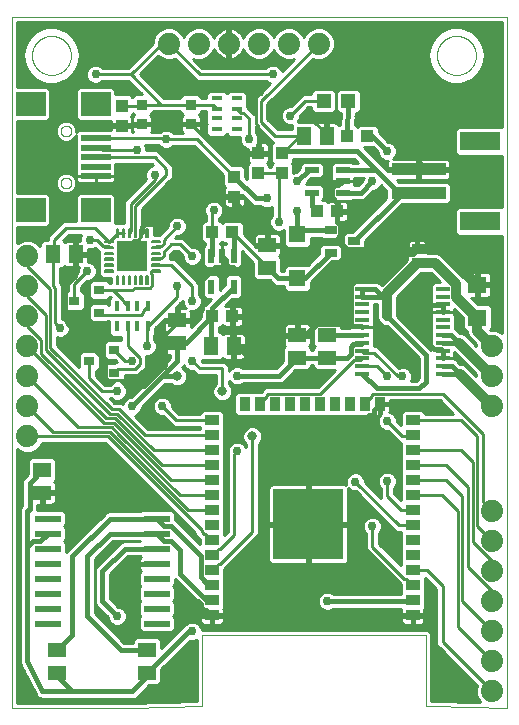
<source format=gtl>
G75*
%MOIN*%
%OFA0B0*%
%FSLAX25Y25*%
%IPPOS*%
%LPD*%
%AMOC8*
5,1,8,0,0,1.08239X$1,22.5*
%
%ADD10C,0.00000*%
%ADD11R,0.05906X0.05118*%
%ADD12R,0.05118X0.05906*%
%ADD13R,0.03937X0.04331*%
%ADD14R,0.04331X0.03937*%
%ADD15R,0.04724X0.04724*%
%ADD16R,0.05512X0.05512*%
%ADD17R,0.08661X0.02362*%
%ADD18C,0.00551*%
%ADD19R,0.09843X0.09843*%
%ADD20R,0.03543X0.03150*%
%ADD21R,0.04000X0.02500*%
%ADD22R,0.01772X0.03543*%
%ADD23R,0.03543X0.01772*%
%ADD24R,0.03543X0.03543*%
%ADD25R,0.04724X0.01575*%
%ADD26R,0.04724X0.02165*%
%ADD27R,0.02165X0.04724*%
%ADD28R,0.04724X0.03543*%
%ADD29R,0.03543X0.04724*%
%ADD30R,0.23622X0.23622*%
%ADD31R,0.18110X0.03937*%
%ADD32R,0.13386X0.06299*%
%ADD33C,0.07400*%
%ADD34R,0.06299X0.05512*%
%ADD35R,0.03543X0.03346*%
%ADD36R,0.09843X0.01969*%
%ADD37R,0.09843X0.07874*%
%ADD38C,0.01600*%
%ADD39C,0.02953*%
%ADD40C,0.03200*%
%ADD41C,0.01000*%
%ADD42C,0.03248*%
D10*
X0026964Y0002528D02*
X0066019Y0002528D01*
X0090113Y0003000D01*
X0090113Y0026622D01*
X0164917Y0026622D01*
X0164917Y0003000D01*
X0166885Y0003000D01*
X0191885Y0002528D01*
X0191885Y0232764D01*
X0026964Y0232764D01*
X0026964Y0002528D01*
X0043066Y0177409D02*
X0043068Y0177493D01*
X0043074Y0177576D01*
X0043084Y0177659D01*
X0043098Y0177742D01*
X0043115Y0177824D01*
X0043137Y0177905D01*
X0043162Y0177984D01*
X0043191Y0178063D01*
X0043224Y0178140D01*
X0043260Y0178215D01*
X0043300Y0178289D01*
X0043343Y0178361D01*
X0043390Y0178430D01*
X0043440Y0178497D01*
X0043493Y0178562D01*
X0043549Y0178624D01*
X0043607Y0178684D01*
X0043669Y0178741D01*
X0043733Y0178794D01*
X0043800Y0178845D01*
X0043869Y0178892D01*
X0043940Y0178937D01*
X0044013Y0178977D01*
X0044088Y0179014D01*
X0044165Y0179048D01*
X0044243Y0179078D01*
X0044322Y0179104D01*
X0044403Y0179127D01*
X0044485Y0179145D01*
X0044567Y0179160D01*
X0044650Y0179171D01*
X0044733Y0179178D01*
X0044817Y0179181D01*
X0044901Y0179180D01*
X0044984Y0179175D01*
X0045068Y0179166D01*
X0045150Y0179153D01*
X0045232Y0179137D01*
X0045313Y0179116D01*
X0045394Y0179092D01*
X0045472Y0179064D01*
X0045550Y0179032D01*
X0045626Y0178996D01*
X0045700Y0178957D01*
X0045772Y0178915D01*
X0045842Y0178869D01*
X0045910Y0178820D01*
X0045975Y0178768D01*
X0046038Y0178713D01*
X0046098Y0178655D01*
X0046156Y0178594D01*
X0046210Y0178530D01*
X0046262Y0178464D01*
X0046310Y0178396D01*
X0046355Y0178325D01*
X0046396Y0178252D01*
X0046435Y0178178D01*
X0046469Y0178102D01*
X0046500Y0178024D01*
X0046527Y0177945D01*
X0046551Y0177864D01*
X0046570Y0177783D01*
X0046586Y0177701D01*
X0046598Y0177618D01*
X0046606Y0177534D01*
X0046610Y0177451D01*
X0046610Y0177367D01*
X0046606Y0177284D01*
X0046598Y0177200D01*
X0046586Y0177117D01*
X0046570Y0177035D01*
X0046551Y0176954D01*
X0046527Y0176873D01*
X0046500Y0176794D01*
X0046469Y0176716D01*
X0046435Y0176640D01*
X0046396Y0176566D01*
X0046355Y0176493D01*
X0046310Y0176422D01*
X0046262Y0176354D01*
X0046210Y0176288D01*
X0046156Y0176224D01*
X0046098Y0176163D01*
X0046038Y0176105D01*
X0045975Y0176050D01*
X0045910Y0175998D01*
X0045842Y0175949D01*
X0045772Y0175903D01*
X0045700Y0175861D01*
X0045626Y0175822D01*
X0045550Y0175786D01*
X0045472Y0175754D01*
X0045394Y0175726D01*
X0045313Y0175702D01*
X0045232Y0175681D01*
X0045150Y0175665D01*
X0045068Y0175652D01*
X0044984Y0175643D01*
X0044901Y0175638D01*
X0044817Y0175637D01*
X0044733Y0175640D01*
X0044650Y0175647D01*
X0044567Y0175658D01*
X0044485Y0175673D01*
X0044403Y0175691D01*
X0044322Y0175714D01*
X0044243Y0175740D01*
X0044165Y0175770D01*
X0044088Y0175804D01*
X0044013Y0175841D01*
X0043940Y0175881D01*
X0043869Y0175926D01*
X0043800Y0175973D01*
X0043733Y0176024D01*
X0043669Y0176077D01*
X0043607Y0176134D01*
X0043549Y0176194D01*
X0043493Y0176256D01*
X0043440Y0176321D01*
X0043390Y0176388D01*
X0043343Y0176457D01*
X0043300Y0176529D01*
X0043260Y0176603D01*
X0043224Y0176678D01*
X0043191Y0176755D01*
X0043162Y0176834D01*
X0043137Y0176913D01*
X0043115Y0176994D01*
X0043098Y0177076D01*
X0043084Y0177159D01*
X0043074Y0177242D01*
X0043068Y0177325D01*
X0043066Y0177409D01*
X0043066Y0194732D02*
X0043068Y0194816D01*
X0043074Y0194899D01*
X0043084Y0194982D01*
X0043098Y0195065D01*
X0043115Y0195147D01*
X0043137Y0195228D01*
X0043162Y0195307D01*
X0043191Y0195386D01*
X0043224Y0195463D01*
X0043260Y0195538D01*
X0043300Y0195612D01*
X0043343Y0195684D01*
X0043390Y0195753D01*
X0043440Y0195820D01*
X0043493Y0195885D01*
X0043549Y0195947D01*
X0043607Y0196007D01*
X0043669Y0196064D01*
X0043733Y0196117D01*
X0043800Y0196168D01*
X0043869Y0196215D01*
X0043940Y0196260D01*
X0044013Y0196300D01*
X0044088Y0196337D01*
X0044165Y0196371D01*
X0044243Y0196401D01*
X0044322Y0196427D01*
X0044403Y0196450D01*
X0044485Y0196468D01*
X0044567Y0196483D01*
X0044650Y0196494D01*
X0044733Y0196501D01*
X0044817Y0196504D01*
X0044901Y0196503D01*
X0044984Y0196498D01*
X0045068Y0196489D01*
X0045150Y0196476D01*
X0045232Y0196460D01*
X0045313Y0196439D01*
X0045394Y0196415D01*
X0045472Y0196387D01*
X0045550Y0196355D01*
X0045626Y0196319D01*
X0045700Y0196280D01*
X0045772Y0196238D01*
X0045842Y0196192D01*
X0045910Y0196143D01*
X0045975Y0196091D01*
X0046038Y0196036D01*
X0046098Y0195978D01*
X0046156Y0195917D01*
X0046210Y0195853D01*
X0046262Y0195787D01*
X0046310Y0195719D01*
X0046355Y0195648D01*
X0046396Y0195575D01*
X0046435Y0195501D01*
X0046469Y0195425D01*
X0046500Y0195347D01*
X0046527Y0195268D01*
X0046551Y0195187D01*
X0046570Y0195106D01*
X0046586Y0195024D01*
X0046598Y0194941D01*
X0046606Y0194857D01*
X0046610Y0194774D01*
X0046610Y0194690D01*
X0046606Y0194607D01*
X0046598Y0194523D01*
X0046586Y0194440D01*
X0046570Y0194358D01*
X0046551Y0194277D01*
X0046527Y0194196D01*
X0046500Y0194117D01*
X0046469Y0194039D01*
X0046435Y0193963D01*
X0046396Y0193889D01*
X0046355Y0193816D01*
X0046310Y0193745D01*
X0046262Y0193677D01*
X0046210Y0193611D01*
X0046156Y0193547D01*
X0046098Y0193486D01*
X0046038Y0193428D01*
X0045975Y0193373D01*
X0045910Y0193321D01*
X0045842Y0193272D01*
X0045772Y0193226D01*
X0045700Y0193184D01*
X0045626Y0193145D01*
X0045550Y0193109D01*
X0045472Y0193077D01*
X0045394Y0193049D01*
X0045313Y0193025D01*
X0045232Y0193004D01*
X0045150Y0192988D01*
X0045068Y0192975D01*
X0044984Y0192966D01*
X0044901Y0192961D01*
X0044817Y0192960D01*
X0044733Y0192963D01*
X0044650Y0192970D01*
X0044567Y0192981D01*
X0044485Y0192996D01*
X0044403Y0193014D01*
X0044322Y0193037D01*
X0044243Y0193063D01*
X0044165Y0193093D01*
X0044088Y0193127D01*
X0044013Y0193164D01*
X0043940Y0193204D01*
X0043869Y0193249D01*
X0043800Y0193296D01*
X0043733Y0193347D01*
X0043669Y0193400D01*
X0043607Y0193457D01*
X0043549Y0193517D01*
X0043493Y0193579D01*
X0043440Y0193644D01*
X0043390Y0193711D01*
X0043343Y0193780D01*
X0043300Y0193852D01*
X0043260Y0193926D01*
X0043224Y0194001D01*
X0043191Y0194078D01*
X0043162Y0194157D01*
X0043137Y0194236D01*
X0043115Y0194317D01*
X0043098Y0194399D01*
X0043084Y0194482D01*
X0043074Y0194565D01*
X0043068Y0194648D01*
X0043066Y0194732D01*
X0033495Y0219969D02*
X0033497Y0220130D01*
X0033503Y0220290D01*
X0033513Y0220451D01*
X0033527Y0220611D01*
X0033545Y0220771D01*
X0033566Y0220930D01*
X0033592Y0221089D01*
X0033622Y0221247D01*
X0033655Y0221404D01*
X0033693Y0221561D01*
X0033734Y0221716D01*
X0033779Y0221870D01*
X0033828Y0222023D01*
X0033881Y0222175D01*
X0033937Y0222326D01*
X0033998Y0222475D01*
X0034061Y0222623D01*
X0034129Y0222769D01*
X0034200Y0222913D01*
X0034274Y0223055D01*
X0034352Y0223196D01*
X0034434Y0223334D01*
X0034519Y0223471D01*
X0034607Y0223605D01*
X0034699Y0223737D01*
X0034794Y0223867D01*
X0034892Y0223995D01*
X0034993Y0224120D01*
X0035097Y0224242D01*
X0035204Y0224362D01*
X0035314Y0224479D01*
X0035427Y0224594D01*
X0035543Y0224705D01*
X0035662Y0224814D01*
X0035783Y0224919D01*
X0035907Y0225022D01*
X0036033Y0225122D01*
X0036161Y0225218D01*
X0036292Y0225311D01*
X0036426Y0225401D01*
X0036561Y0225488D01*
X0036699Y0225571D01*
X0036838Y0225651D01*
X0036980Y0225727D01*
X0037123Y0225800D01*
X0037268Y0225869D01*
X0037415Y0225935D01*
X0037563Y0225997D01*
X0037713Y0226055D01*
X0037864Y0226110D01*
X0038017Y0226161D01*
X0038171Y0226208D01*
X0038326Y0226251D01*
X0038482Y0226290D01*
X0038638Y0226326D01*
X0038796Y0226357D01*
X0038954Y0226385D01*
X0039113Y0226409D01*
X0039273Y0226429D01*
X0039433Y0226445D01*
X0039593Y0226457D01*
X0039754Y0226465D01*
X0039915Y0226469D01*
X0040075Y0226469D01*
X0040236Y0226465D01*
X0040397Y0226457D01*
X0040557Y0226445D01*
X0040717Y0226429D01*
X0040877Y0226409D01*
X0041036Y0226385D01*
X0041194Y0226357D01*
X0041352Y0226326D01*
X0041508Y0226290D01*
X0041664Y0226251D01*
X0041819Y0226208D01*
X0041973Y0226161D01*
X0042126Y0226110D01*
X0042277Y0226055D01*
X0042427Y0225997D01*
X0042575Y0225935D01*
X0042722Y0225869D01*
X0042867Y0225800D01*
X0043010Y0225727D01*
X0043152Y0225651D01*
X0043291Y0225571D01*
X0043429Y0225488D01*
X0043564Y0225401D01*
X0043698Y0225311D01*
X0043829Y0225218D01*
X0043957Y0225122D01*
X0044083Y0225022D01*
X0044207Y0224919D01*
X0044328Y0224814D01*
X0044447Y0224705D01*
X0044563Y0224594D01*
X0044676Y0224479D01*
X0044786Y0224362D01*
X0044893Y0224242D01*
X0044997Y0224120D01*
X0045098Y0223995D01*
X0045196Y0223867D01*
X0045291Y0223737D01*
X0045383Y0223605D01*
X0045471Y0223471D01*
X0045556Y0223334D01*
X0045638Y0223196D01*
X0045716Y0223055D01*
X0045790Y0222913D01*
X0045861Y0222769D01*
X0045929Y0222623D01*
X0045992Y0222475D01*
X0046053Y0222326D01*
X0046109Y0222175D01*
X0046162Y0222023D01*
X0046211Y0221870D01*
X0046256Y0221716D01*
X0046297Y0221561D01*
X0046335Y0221404D01*
X0046368Y0221247D01*
X0046398Y0221089D01*
X0046424Y0220930D01*
X0046445Y0220771D01*
X0046463Y0220611D01*
X0046477Y0220451D01*
X0046487Y0220290D01*
X0046493Y0220130D01*
X0046495Y0219969D01*
X0046493Y0219808D01*
X0046487Y0219648D01*
X0046477Y0219487D01*
X0046463Y0219327D01*
X0046445Y0219167D01*
X0046424Y0219008D01*
X0046398Y0218849D01*
X0046368Y0218691D01*
X0046335Y0218534D01*
X0046297Y0218377D01*
X0046256Y0218222D01*
X0046211Y0218068D01*
X0046162Y0217915D01*
X0046109Y0217763D01*
X0046053Y0217612D01*
X0045992Y0217463D01*
X0045929Y0217315D01*
X0045861Y0217169D01*
X0045790Y0217025D01*
X0045716Y0216883D01*
X0045638Y0216742D01*
X0045556Y0216604D01*
X0045471Y0216467D01*
X0045383Y0216333D01*
X0045291Y0216201D01*
X0045196Y0216071D01*
X0045098Y0215943D01*
X0044997Y0215818D01*
X0044893Y0215696D01*
X0044786Y0215576D01*
X0044676Y0215459D01*
X0044563Y0215344D01*
X0044447Y0215233D01*
X0044328Y0215124D01*
X0044207Y0215019D01*
X0044083Y0214916D01*
X0043957Y0214816D01*
X0043829Y0214720D01*
X0043698Y0214627D01*
X0043564Y0214537D01*
X0043429Y0214450D01*
X0043291Y0214367D01*
X0043152Y0214287D01*
X0043010Y0214211D01*
X0042867Y0214138D01*
X0042722Y0214069D01*
X0042575Y0214003D01*
X0042427Y0213941D01*
X0042277Y0213883D01*
X0042126Y0213828D01*
X0041973Y0213777D01*
X0041819Y0213730D01*
X0041664Y0213687D01*
X0041508Y0213648D01*
X0041352Y0213612D01*
X0041194Y0213581D01*
X0041036Y0213553D01*
X0040877Y0213529D01*
X0040717Y0213509D01*
X0040557Y0213493D01*
X0040397Y0213481D01*
X0040236Y0213473D01*
X0040075Y0213469D01*
X0039915Y0213469D01*
X0039754Y0213473D01*
X0039593Y0213481D01*
X0039433Y0213493D01*
X0039273Y0213509D01*
X0039113Y0213529D01*
X0038954Y0213553D01*
X0038796Y0213581D01*
X0038638Y0213612D01*
X0038482Y0213648D01*
X0038326Y0213687D01*
X0038171Y0213730D01*
X0038017Y0213777D01*
X0037864Y0213828D01*
X0037713Y0213883D01*
X0037563Y0213941D01*
X0037415Y0214003D01*
X0037268Y0214069D01*
X0037123Y0214138D01*
X0036980Y0214211D01*
X0036838Y0214287D01*
X0036699Y0214367D01*
X0036561Y0214450D01*
X0036426Y0214537D01*
X0036292Y0214627D01*
X0036161Y0214720D01*
X0036033Y0214816D01*
X0035907Y0214916D01*
X0035783Y0215019D01*
X0035662Y0215124D01*
X0035543Y0215233D01*
X0035427Y0215344D01*
X0035314Y0215459D01*
X0035204Y0215576D01*
X0035097Y0215696D01*
X0034993Y0215818D01*
X0034892Y0215943D01*
X0034794Y0216071D01*
X0034699Y0216201D01*
X0034607Y0216333D01*
X0034519Y0216467D01*
X0034434Y0216604D01*
X0034352Y0216742D01*
X0034274Y0216883D01*
X0034200Y0217025D01*
X0034129Y0217169D01*
X0034061Y0217315D01*
X0033998Y0217463D01*
X0033937Y0217612D01*
X0033881Y0217763D01*
X0033828Y0217915D01*
X0033779Y0218068D01*
X0033734Y0218222D01*
X0033693Y0218377D01*
X0033655Y0218534D01*
X0033622Y0218691D01*
X0033592Y0218849D01*
X0033566Y0219008D01*
X0033545Y0219167D01*
X0033527Y0219327D01*
X0033513Y0219487D01*
X0033503Y0219648D01*
X0033497Y0219808D01*
X0033495Y0219969D01*
X0168495Y0219969D02*
X0168497Y0220130D01*
X0168503Y0220290D01*
X0168513Y0220451D01*
X0168527Y0220611D01*
X0168545Y0220771D01*
X0168566Y0220930D01*
X0168592Y0221089D01*
X0168622Y0221247D01*
X0168655Y0221404D01*
X0168693Y0221561D01*
X0168734Y0221716D01*
X0168779Y0221870D01*
X0168828Y0222023D01*
X0168881Y0222175D01*
X0168937Y0222326D01*
X0168998Y0222475D01*
X0169061Y0222623D01*
X0169129Y0222769D01*
X0169200Y0222913D01*
X0169274Y0223055D01*
X0169352Y0223196D01*
X0169434Y0223334D01*
X0169519Y0223471D01*
X0169607Y0223605D01*
X0169699Y0223737D01*
X0169794Y0223867D01*
X0169892Y0223995D01*
X0169993Y0224120D01*
X0170097Y0224242D01*
X0170204Y0224362D01*
X0170314Y0224479D01*
X0170427Y0224594D01*
X0170543Y0224705D01*
X0170662Y0224814D01*
X0170783Y0224919D01*
X0170907Y0225022D01*
X0171033Y0225122D01*
X0171161Y0225218D01*
X0171292Y0225311D01*
X0171426Y0225401D01*
X0171561Y0225488D01*
X0171699Y0225571D01*
X0171838Y0225651D01*
X0171980Y0225727D01*
X0172123Y0225800D01*
X0172268Y0225869D01*
X0172415Y0225935D01*
X0172563Y0225997D01*
X0172713Y0226055D01*
X0172864Y0226110D01*
X0173017Y0226161D01*
X0173171Y0226208D01*
X0173326Y0226251D01*
X0173482Y0226290D01*
X0173638Y0226326D01*
X0173796Y0226357D01*
X0173954Y0226385D01*
X0174113Y0226409D01*
X0174273Y0226429D01*
X0174433Y0226445D01*
X0174593Y0226457D01*
X0174754Y0226465D01*
X0174915Y0226469D01*
X0175075Y0226469D01*
X0175236Y0226465D01*
X0175397Y0226457D01*
X0175557Y0226445D01*
X0175717Y0226429D01*
X0175877Y0226409D01*
X0176036Y0226385D01*
X0176194Y0226357D01*
X0176352Y0226326D01*
X0176508Y0226290D01*
X0176664Y0226251D01*
X0176819Y0226208D01*
X0176973Y0226161D01*
X0177126Y0226110D01*
X0177277Y0226055D01*
X0177427Y0225997D01*
X0177575Y0225935D01*
X0177722Y0225869D01*
X0177867Y0225800D01*
X0178010Y0225727D01*
X0178152Y0225651D01*
X0178291Y0225571D01*
X0178429Y0225488D01*
X0178564Y0225401D01*
X0178698Y0225311D01*
X0178829Y0225218D01*
X0178957Y0225122D01*
X0179083Y0225022D01*
X0179207Y0224919D01*
X0179328Y0224814D01*
X0179447Y0224705D01*
X0179563Y0224594D01*
X0179676Y0224479D01*
X0179786Y0224362D01*
X0179893Y0224242D01*
X0179997Y0224120D01*
X0180098Y0223995D01*
X0180196Y0223867D01*
X0180291Y0223737D01*
X0180383Y0223605D01*
X0180471Y0223471D01*
X0180556Y0223334D01*
X0180638Y0223196D01*
X0180716Y0223055D01*
X0180790Y0222913D01*
X0180861Y0222769D01*
X0180929Y0222623D01*
X0180992Y0222475D01*
X0181053Y0222326D01*
X0181109Y0222175D01*
X0181162Y0222023D01*
X0181211Y0221870D01*
X0181256Y0221716D01*
X0181297Y0221561D01*
X0181335Y0221404D01*
X0181368Y0221247D01*
X0181398Y0221089D01*
X0181424Y0220930D01*
X0181445Y0220771D01*
X0181463Y0220611D01*
X0181477Y0220451D01*
X0181487Y0220290D01*
X0181493Y0220130D01*
X0181495Y0219969D01*
X0181493Y0219808D01*
X0181487Y0219648D01*
X0181477Y0219487D01*
X0181463Y0219327D01*
X0181445Y0219167D01*
X0181424Y0219008D01*
X0181398Y0218849D01*
X0181368Y0218691D01*
X0181335Y0218534D01*
X0181297Y0218377D01*
X0181256Y0218222D01*
X0181211Y0218068D01*
X0181162Y0217915D01*
X0181109Y0217763D01*
X0181053Y0217612D01*
X0180992Y0217463D01*
X0180929Y0217315D01*
X0180861Y0217169D01*
X0180790Y0217025D01*
X0180716Y0216883D01*
X0180638Y0216742D01*
X0180556Y0216604D01*
X0180471Y0216467D01*
X0180383Y0216333D01*
X0180291Y0216201D01*
X0180196Y0216071D01*
X0180098Y0215943D01*
X0179997Y0215818D01*
X0179893Y0215696D01*
X0179786Y0215576D01*
X0179676Y0215459D01*
X0179563Y0215344D01*
X0179447Y0215233D01*
X0179328Y0215124D01*
X0179207Y0215019D01*
X0179083Y0214916D01*
X0178957Y0214816D01*
X0178829Y0214720D01*
X0178698Y0214627D01*
X0178564Y0214537D01*
X0178429Y0214450D01*
X0178291Y0214367D01*
X0178152Y0214287D01*
X0178010Y0214211D01*
X0177867Y0214138D01*
X0177722Y0214069D01*
X0177575Y0214003D01*
X0177427Y0213941D01*
X0177277Y0213883D01*
X0177126Y0213828D01*
X0176973Y0213777D01*
X0176819Y0213730D01*
X0176664Y0213687D01*
X0176508Y0213648D01*
X0176352Y0213612D01*
X0176194Y0213581D01*
X0176036Y0213553D01*
X0175877Y0213529D01*
X0175717Y0213509D01*
X0175557Y0213493D01*
X0175397Y0213481D01*
X0175236Y0213473D01*
X0175075Y0213469D01*
X0174915Y0213469D01*
X0174754Y0213473D01*
X0174593Y0213481D01*
X0174433Y0213493D01*
X0174273Y0213509D01*
X0174113Y0213529D01*
X0173954Y0213553D01*
X0173796Y0213581D01*
X0173638Y0213612D01*
X0173482Y0213648D01*
X0173326Y0213687D01*
X0173171Y0213730D01*
X0173017Y0213777D01*
X0172864Y0213828D01*
X0172713Y0213883D01*
X0172563Y0213941D01*
X0172415Y0214003D01*
X0172268Y0214069D01*
X0172123Y0214138D01*
X0171980Y0214211D01*
X0171838Y0214287D01*
X0171699Y0214367D01*
X0171561Y0214450D01*
X0171426Y0214537D01*
X0171292Y0214627D01*
X0171161Y0214720D01*
X0171033Y0214816D01*
X0170907Y0214916D01*
X0170783Y0215019D01*
X0170662Y0215124D01*
X0170543Y0215233D01*
X0170427Y0215344D01*
X0170314Y0215459D01*
X0170204Y0215576D01*
X0170097Y0215696D01*
X0169993Y0215818D01*
X0169892Y0215943D01*
X0169794Y0216071D01*
X0169699Y0216201D01*
X0169607Y0216333D01*
X0169519Y0216467D01*
X0169434Y0216604D01*
X0169352Y0216742D01*
X0169274Y0216883D01*
X0169200Y0217025D01*
X0169129Y0217169D01*
X0169061Y0217315D01*
X0168998Y0217463D01*
X0168937Y0217612D01*
X0168881Y0217763D01*
X0168828Y0217915D01*
X0168779Y0218068D01*
X0168734Y0218222D01*
X0168693Y0218377D01*
X0168655Y0218534D01*
X0168622Y0218691D01*
X0168592Y0218849D01*
X0168566Y0219008D01*
X0168545Y0219167D01*
X0168527Y0219327D01*
X0168513Y0219487D01*
X0168503Y0219648D01*
X0168497Y0219808D01*
X0168495Y0219969D01*
D11*
X0111964Y0156740D03*
X0111964Y0149260D03*
X0121964Y0126740D03*
X0121964Y0119260D03*
X0131964Y0119260D03*
X0131964Y0126740D03*
X0081964Y0124260D03*
X0081964Y0131740D03*
X0036964Y0081740D03*
X0036964Y0074260D03*
X0041964Y0021740D03*
X0041964Y0014260D03*
X0071964Y0014260D03*
X0071964Y0021740D03*
D12*
X0093224Y0123000D03*
X0100704Y0123000D03*
X0048027Y0153748D03*
X0040547Y0153748D03*
X0124287Y0193157D03*
X0131767Y0193157D03*
D13*
X0116964Y0187409D03*
X0116964Y0180717D03*
X0108932Y0180717D03*
X0108932Y0187409D03*
X0100901Y0179535D03*
X0100901Y0172843D03*
X0063342Y0196465D03*
X0063342Y0203157D03*
D14*
X0093617Y0161031D03*
X0100310Y0161031D03*
X0100310Y0133000D03*
X0093617Y0133000D03*
X0128617Y0168000D03*
X0135310Y0168000D03*
X0138617Y0193000D03*
X0145310Y0193000D03*
D15*
X0138972Y0204811D03*
X0130704Y0204811D03*
D16*
X0121964Y0160283D03*
X0121964Y0145717D03*
D17*
X0075074Y0065500D03*
X0075074Y0060500D03*
X0075074Y0055500D03*
X0075074Y0050500D03*
X0075074Y0045500D03*
X0075074Y0040500D03*
X0075074Y0035500D03*
X0075074Y0030500D03*
X0038854Y0030500D03*
X0038854Y0035500D03*
X0038854Y0040500D03*
X0038854Y0045500D03*
X0038854Y0050500D03*
X0038854Y0055500D03*
X0038854Y0060500D03*
X0038854Y0065500D03*
D18*
X0061767Y0143826D02*
X0061767Y0146426D01*
X0062319Y0146426D01*
X0062319Y0143826D01*
X0061767Y0143826D01*
X0061767Y0144376D02*
X0062319Y0144376D01*
X0062319Y0144926D02*
X0061767Y0144926D01*
X0061767Y0145476D02*
X0062319Y0145476D01*
X0062319Y0146026D02*
X0061767Y0146026D01*
X0063735Y0146426D02*
X0063735Y0143826D01*
X0063735Y0146426D02*
X0064287Y0146426D01*
X0064287Y0143826D01*
X0063735Y0143826D01*
X0063735Y0144376D02*
X0064287Y0144376D01*
X0064287Y0144926D02*
X0063735Y0144926D01*
X0063735Y0145476D02*
X0064287Y0145476D01*
X0064287Y0146026D02*
X0063735Y0146026D01*
X0065704Y0146426D02*
X0065704Y0143826D01*
X0065704Y0146426D02*
X0066256Y0146426D01*
X0066256Y0143826D01*
X0065704Y0143826D01*
X0065704Y0144376D02*
X0066256Y0144376D01*
X0066256Y0144926D02*
X0065704Y0144926D01*
X0065704Y0145476D02*
X0066256Y0145476D01*
X0066256Y0146026D02*
X0065704Y0146026D01*
X0067672Y0146426D02*
X0067672Y0143826D01*
X0067672Y0146426D02*
X0068224Y0146426D01*
X0068224Y0143826D01*
X0067672Y0143826D01*
X0067672Y0144376D02*
X0068224Y0144376D01*
X0068224Y0144926D02*
X0067672Y0144926D01*
X0067672Y0145476D02*
X0068224Y0145476D01*
X0068224Y0146026D02*
X0067672Y0146026D01*
X0069641Y0146426D02*
X0069641Y0143826D01*
X0069641Y0146426D02*
X0070193Y0146426D01*
X0070193Y0143826D01*
X0069641Y0143826D01*
X0069641Y0144376D02*
X0070193Y0144376D01*
X0070193Y0144926D02*
X0069641Y0144926D01*
X0069641Y0145476D02*
X0070193Y0145476D01*
X0070193Y0146026D02*
X0069641Y0146026D01*
X0071609Y0146426D02*
X0071609Y0143826D01*
X0071609Y0146426D02*
X0072161Y0146426D01*
X0072161Y0143826D01*
X0071609Y0143826D01*
X0071609Y0144376D02*
X0072161Y0144376D01*
X0072161Y0144926D02*
X0071609Y0144926D01*
X0071609Y0145476D02*
X0072161Y0145476D01*
X0072161Y0146026D02*
X0071609Y0146026D01*
X0073538Y0148355D02*
X0076138Y0148355D01*
X0076138Y0147803D01*
X0073538Y0147803D01*
X0073538Y0148355D01*
X0073538Y0148353D02*
X0076138Y0148353D01*
X0076138Y0150323D02*
X0073538Y0150323D01*
X0076138Y0150323D02*
X0076138Y0149771D01*
X0073538Y0149771D01*
X0073538Y0150323D01*
X0073538Y0150321D02*
X0076138Y0150321D01*
X0076138Y0152292D02*
X0073538Y0152292D01*
X0076138Y0152292D02*
X0076138Y0151740D01*
X0073538Y0151740D01*
X0073538Y0152292D01*
X0073538Y0152290D02*
X0076138Y0152290D01*
X0076138Y0154260D02*
X0073538Y0154260D01*
X0076138Y0154260D02*
X0076138Y0153708D01*
X0073538Y0153708D01*
X0073538Y0154260D01*
X0073538Y0154258D02*
X0076138Y0154258D01*
X0076138Y0156229D02*
X0073538Y0156229D01*
X0076138Y0156229D02*
X0076138Y0155677D01*
X0073538Y0155677D01*
X0073538Y0156229D01*
X0073538Y0156227D02*
X0076138Y0156227D01*
X0076138Y0158197D02*
X0073538Y0158197D01*
X0076138Y0158197D02*
X0076138Y0157645D01*
X0073538Y0157645D01*
X0073538Y0158197D01*
X0073538Y0158195D02*
X0076138Y0158195D01*
X0072161Y0159574D02*
X0072161Y0162174D01*
X0072161Y0159574D02*
X0071609Y0159574D01*
X0071609Y0162174D01*
X0072161Y0162174D01*
X0072161Y0160124D02*
X0071609Y0160124D01*
X0071609Y0160674D02*
X0072161Y0160674D01*
X0072161Y0161224D02*
X0071609Y0161224D01*
X0071609Y0161774D02*
X0072161Y0161774D01*
X0070193Y0162174D02*
X0070193Y0159574D01*
X0069641Y0159574D01*
X0069641Y0162174D01*
X0070193Y0162174D01*
X0070193Y0160124D02*
X0069641Y0160124D01*
X0069641Y0160674D02*
X0070193Y0160674D01*
X0070193Y0161224D02*
X0069641Y0161224D01*
X0069641Y0161774D02*
X0070193Y0161774D01*
X0068224Y0162174D02*
X0068224Y0159574D01*
X0067672Y0159574D01*
X0067672Y0162174D01*
X0068224Y0162174D01*
X0068224Y0160124D02*
X0067672Y0160124D01*
X0067672Y0160674D02*
X0068224Y0160674D01*
X0068224Y0161224D02*
X0067672Y0161224D01*
X0067672Y0161774D02*
X0068224Y0161774D01*
X0066256Y0162174D02*
X0066256Y0159574D01*
X0065704Y0159574D01*
X0065704Y0162174D01*
X0066256Y0162174D01*
X0066256Y0160124D02*
X0065704Y0160124D01*
X0065704Y0160674D02*
X0066256Y0160674D01*
X0066256Y0161224D02*
X0065704Y0161224D01*
X0065704Y0161774D02*
X0066256Y0161774D01*
X0064287Y0162174D02*
X0064287Y0159574D01*
X0063735Y0159574D01*
X0063735Y0162174D01*
X0064287Y0162174D01*
X0064287Y0160124D02*
X0063735Y0160124D01*
X0063735Y0160674D02*
X0064287Y0160674D01*
X0064287Y0161224D02*
X0063735Y0161224D01*
X0063735Y0161774D02*
X0064287Y0161774D01*
X0062319Y0162174D02*
X0062319Y0159574D01*
X0061767Y0159574D01*
X0061767Y0162174D01*
X0062319Y0162174D01*
X0062319Y0160124D02*
X0061767Y0160124D01*
X0061767Y0160674D02*
X0062319Y0160674D01*
X0062319Y0161224D02*
X0061767Y0161224D01*
X0061767Y0161774D02*
X0062319Y0161774D01*
X0060390Y0157645D02*
X0057790Y0157645D01*
X0057790Y0158197D01*
X0060390Y0158197D01*
X0060390Y0157645D01*
X0060390Y0158195D02*
X0057790Y0158195D01*
X0057790Y0155677D02*
X0060390Y0155677D01*
X0057790Y0155677D02*
X0057790Y0156229D01*
X0060390Y0156229D01*
X0060390Y0155677D01*
X0060390Y0156227D02*
X0057790Y0156227D01*
X0057790Y0153708D02*
X0060390Y0153708D01*
X0057790Y0153708D02*
X0057790Y0154260D01*
X0060390Y0154260D01*
X0060390Y0153708D01*
X0060390Y0154258D02*
X0057790Y0154258D01*
X0057790Y0151740D02*
X0060390Y0151740D01*
X0057790Y0151740D02*
X0057790Y0152292D01*
X0060390Y0152292D01*
X0060390Y0151740D01*
X0060390Y0152290D02*
X0057790Y0152290D01*
X0057790Y0149771D02*
X0060390Y0149771D01*
X0057790Y0149771D02*
X0057790Y0150323D01*
X0060390Y0150323D01*
X0060390Y0149771D01*
X0060390Y0150321D02*
X0057790Y0150321D01*
X0057790Y0147803D02*
X0060390Y0147803D01*
X0057790Y0147803D02*
X0057790Y0148355D01*
X0060390Y0148355D01*
X0060390Y0147803D01*
X0060390Y0148353D02*
X0057790Y0148353D01*
D19*
X0066964Y0153000D03*
D20*
X0055901Y0141740D03*
X0055901Y0134260D03*
X0047633Y0138000D03*
X0060901Y0121740D03*
X0060901Y0114260D03*
X0052633Y0118000D03*
D21*
X0133027Y0154260D03*
X0133027Y0161740D03*
X0140901Y0158000D03*
D22*
X0072082Y0136346D03*
X0068539Y0136346D03*
X0065389Y0136346D03*
X0061846Y0136346D03*
X0061846Y0129654D03*
X0065389Y0129654D03*
X0068539Y0129654D03*
X0072082Y0129654D03*
D23*
X0095113Y0195441D03*
X0095113Y0198984D03*
X0095113Y0202134D03*
X0095113Y0205677D03*
X0101806Y0205677D03*
X0101806Y0202134D03*
X0101806Y0198984D03*
X0101806Y0195441D03*
D24*
X0086413Y0197173D03*
X0086413Y0203472D03*
X0070271Y0203472D03*
X0070271Y0197173D03*
D25*
X0143499Y0142075D03*
X0143499Y0139516D03*
X0143499Y0136957D03*
X0143499Y0134398D03*
X0143499Y0131839D03*
X0143499Y0129280D03*
X0143499Y0126720D03*
X0143499Y0124161D03*
X0143499Y0121602D03*
X0143499Y0119043D03*
X0143499Y0116484D03*
X0143499Y0113925D03*
X0170428Y0113925D03*
X0170428Y0116484D03*
X0170428Y0119043D03*
X0170428Y0121602D03*
X0170428Y0124161D03*
X0170428Y0126720D03*
X0170428Y0129280D03*
X0170428Y0131839D03*
X0170428Y0134398D03*
X0170428Y0136957D03*
X0170428Y0139516D03*
X0170428Y0142075D03*
D26*
X0137082Y0174260D03*
X0137082Y0178000D03*
X0137082Y0181740D03*
X0126845Y0181740D03*
X0126845Y0174260D03*
D27*
X0100704Y0153119D03*
X0096964Y0153119D03*
X0093224Y0153119D03*
X0093224Y0142881D03*
X0100704Y0142881D03*
D28*
X0093499Y0098315D03*
X0093499Y0093315D03*
X0093499Y0088315D03*
X0093499Y0083315D03*
X0093499Y0078315D03*
X0093499Y0073315D03*
X0093499Y0068315D03*
X0093499Y0063315D03*
X0093499Y0058315D03*
X0093499Y0053315D03*
X0093499Y0048315D03*
X0093499Y0043315D03*
X0093499Y0038315D03*
X0093499Y0033315D03*
X0160428Y0033315D03*
X0160428Y0038315D03*
X0160428Y0043315D03*
X0160428Y0048315D03*
X0160428Y0053315D03*
X0160428Y0058315D03*
X0160428Y0063315D03*
X0160428Y0068315D03*
X0160428Y0073315D03*
X0160428Y0078315D03*
X0160428Y0083315D03*
X0160428Y0088315D03*
X0160428Y0093315D03*
X0160428Y0098315D03*
D29*
X0149405Y0103787D03*
X0144405Y0103787D03*
X0139405Y0103787D03*
X0134405Y0103787D03*
X0129405Y0103787D03*
X0124405Y0103787D03*
X0119405Y0103787D03*
X0114405Y0103787D03*
X0109405Y0103787D03*
X0104405Y0103787D03*
D30*
X0125625Y0063630D03*
D31*
X0162397Y0174063D03*
X0162397Y0181937D03*
D32*
X0182869Y0191386D03*
X0182869Y0164614D03*
D33*
X0186964Y0123000D03*
X0186964Y0113000D03*
X0186964Y0103000D03*
X0186964Y0068000D03*
X0186964Y0058000D03*
X0186964Y0048000D03*
X0186964Y0038000D03*
X0186964Y0028000D03*
X0186964Y0018000D03*
X0186964Y0008000D03*
X0031964Y0093000D03*
X0031964Y0103000D03*
X0031964Y0113000D03*
X0031964Y0123000D03*
X0031964Y0133000D03*
X0031964Y0143000D03*
X0031964Y0153000D03*
X0079090Y0223906D03*
X0089090Y0223906D03*
X0099090Y0223906D03*
X0109090Y0223906D03*
X0119090Y0223906D03*
X0129090Y0223906D03*
D34*
X0181964Y0143512D03*
X0181964Y0132488D03*
D35*
X0161964Y0150717D03*
X0161964Y0155283D03*
D36*
X0054680Y0179772D03*
X0054680Y0182921D03*
X0054680Y0186071D03*
X0054680Y0189220D03*
X0054680Y0192370D03*
D37*
X0054680Y0203787D03*
X0033027Y0203787D03*
X0033027Y0168354D03*
X0054680Y0168354D03*
D38*
X0070034Y0162826D02*
X0070034Y0160991D01*
X0069917Y0160874D01*
X0070034Y0162826D02*
X0070957Y0163749D01*
X0072791Y0163749D01*
X0076964Y0167921D01*
X0081885Y0172843D01*
X0100901Y0172843D01*
X0100901Y0171346D01*
X0105861Y0166386D01*
X0111964Y0160283D01*
X0111964Y0156740D01*
X0111964Y0149260D02*
X0112161Y0149063D01*
X0115507Y0145717D01*
X0121964Y0145717D01*
X0124484Y0145717D01*
X0133027Y0154260D01*
X0135310Y0158502D02*
X0138362Y0155450D01*
X0148366Y0155450D01*
X0150126Y0153690D01*
X0139837Y0143401D01*
X0139837Y0133000D01*
X0137436Y0130599D01*
X0128473Y0130599D01*
X0124614Y0126740D01*
X0121964Y0126740D01*
X0115704Y0126740D01*
X0106964Y0118000D01*
X0106964Y0143119D01*
X0100626Y0149456D01*
X0099083Y0149456D01*
X0094515Y0149456D01*
X0090841Y0145782D01*
X0093617Y0153512D02*
X0093617Y0161031D01*
X0096964Y0153119D02*
X0098321Y0151761D01*
X0098321Y0150218D01*
X0099083Y0149456D01*
X0100704Y0153119D02*
X0100704Y0160638D01*
X0100310Y0161031D01*
X0108145Y0172291D02*
X0111767Y0172291D01*
X0108145Y0172291D02*
X0100901Y0179535D01*
X0116964Y0187409D02*
X0117594Y0188039D01*
X0141924Y0188039D01*
X0148224Y0181740D01*
X0156432Y0173531D01*
X0140901Y0158000D01*
X0136327Y0159952D02*
X0136327Y0163529D01*
X0135310Y0164545D01*
X0135310Y0168000D01*
X0135310Y0170749D01*
X0133420Y0172639D01*
X0133420Y0175881D01*
X0134182Y0176643D01*
X0135606Y0176643D01*
X0137023Y0178059D01*
X0137082Y0178000D01*
X0137082Y0174260D02*
X0143224Y0174260D01*
X0146964Y0178000D01*
X0148224Y0181740D02*
X0137082Y0181740D01*
X0126845Y0181740D02*
X0125704Y0181740D01*
X0121964Y0178000D01*
X0126845Y0174260D02*
X0126845Y0169772D01*
X0128617Y0168000D01*
X0121964Y0168000D02*
X0121964Y0160283D01*
X0123421Y0161740D01*
X0133027Y0161740D01*
X0135310Y0158935D02*
X0135310Y0158502D01*
X0135310Y0158935D02*
X0136327Y0159952D01*
X0150126Y0153690D02*
X0160370Y0153690D01*
X0161964Y0155283D01*
X0162948Y0142764D02*
X0162586Y0142402D01*
X0162586Y0134528D01*
X0164917Y0136858D01*
X0170428Y0136858D01*
X0170428Y0134398D01*
X0170428Y0136858D02*
X0170428Y0136957D01*
X0162586Y0134528D02*
X0162586Y0127016D01*
X0167540Y0122061D01*
X0169969Y0122061D01*
X0170428Y0121602D01*
X0170428Y0119043D01*
X0170428Y0116484D02*
X0173480Y0116484D01*
X0176039Y0113925D01*
X0170428Y0113925D01*
X0164917Y0111268D02*
X0164917Y0120047D01*
X0151964Y0133000D01*
X0151964Y0138000D02*
X0150448Y0139516D01*
X0143499Y0139516D01*
X0143499Y0142075D01*
X0147889Y0142075D01*
X0150448Y0139516D01*
X0143028Y0129751D02*
X0143499Y0129280D01*
X0143028Y0129751D02*
X0140599Y0129751D01*
X0139837Y0130513D01*
X0139837Y0133000D01*
X0143480Y0126740D02*
X0143499Y0126720D01*
X0143480Y0126740D02*
X0131964Y0126740D01*
X0131964Y0119260D02*
X0138598Y0119260D01*
X0139837Y0120499D01*
X0139837Y0122928D01*
X0140599Y0123690D01*
X0143028Y0123690D01*
X0143499Y0124161D01*
X0143499Y0113925D02*
X0148475Y0108950D01*
X0162598Y0108950D01*
X0164917Y0111268D01*
X0170428Y0124161D02*
X0175802Y0124161D01*
X0173243Y0126720D01*
X0170428Y0126720D01*
X0177220Y0148256D02*
X0176964Y0148512D01*
X0176964Y0158000D01*
X0162397Y0174063D02*
X0156964Y0174063D01*
X0156432Y0173531D01*
X0162397Y0181937D02*
X0168854Y0181937D01*
X0173027Y0181937D01*
X0176964Y0178000D01*
X0151964Y0188000D02*
X0146964Y0193000D01*
X0145310Y0193000D01*
X0138617Y0193000D02*
X0138972Y0204811D01*
X0100704Y0142881D02*
X0093617Y0135795D01*
X0093617Y0133000D01*
X0084877Y0124260D01*
X0081964Y0124260D01*
X0081964Y0118000D01*
X0076964Y0113000D01*
X0081964Y0113000D01*
X0076964Y0113000D02*
X0066964Y0103000D01*
X0081964Y0131740D02*
X0082692Y0132469D01*
X0093224Y0132606D02*
X0093224Y0123000D01*
X0100310Y0124654D02*
X0100310Y0133000D01*
X0093617Y0133000D02*
X0093224Y0132606D01*
X0100310Y0124654D02*
X0101964Y0123000D01*
X0100704Y0123000D01*
X0101964Y0123000D02*
X0106964Y0118000D01*
X0101924Y0113236D02*
X0115940Y0113236D01*
X0121964Y0119260D01*
X0131964Y0119260D01*
X0145743Y0100125D02*
X0137791Y0092173D01*
X0125625Y0080008D01*
X0119956Y0080008D01*
X0111964Y0088000D01*
X0125625Y0080008D02*
X0125625Y0063630D01*
X0125625Y0041976D01*
X0116964Y0033315D01*
X0160428Y0033315D01*
X0160113Y0038000D02*
X0160428Y0038315D01*
X0160113Y0038000D02*
X0131964Y0038000D01*
X0116964Y0033315D02*
X0093499Y0033315D01*
X0091571Y0035243D01*
X0090599Y0035243D01*
X0089837Y0036005D01*
X0089837Y0036977D01*
X0088814Y0038000D01*
X0086964Y0038000D01*
X0091964Y0038000D02*
X0093184Y0038000D01*
X0091964Y0038000D02*
X0082805Y0047159D01*
X0082805Y0055120D01*
X0079943Y0057981D01*
X0077593Y0057981D01*
X0075074Y0060500D01*
X0059464Y0060500D01*
X0051964Y0053000D01*
X0051964Y0033000D01*
X0063224Y0021740D01*
X0071964Y0021740D01*
X0071964Y0014260D02*
X0085704Y0028000D01*
X0086964Y0028000D01*
X0091964Y0043000D02*
X0091964Y0043878D01*
X0089837Y0046005D01*
X0089837Y0053087D01*
X0079943Y0062981D01*
X0077593Y0062981D01*
X0075074Y0065500D01*
X0059464Y0065500D01*
X0046964Y0053000D01*
X0046964Y0026740D01*
X0041964Y0021740D01*
X0041964Y0014260D02*
X0041964Y0013000D01*
X0046964Y0008000D01*
X0036964Y0008000D01*
X0031964Y0018000D01*
X0031964Y0055961D01*
X0031964Y0068000D01*
X0032711Y0068747D01*
X0032711Y0077357D01*
X0036964Y0081610D01*
X0036964Y0081740D01*
X0036964Y0083000D01*
X0036964Y0074260D02*
X0045704Y0074260D01*
X0046964Y0073000D01*
X0038854Y0060500D02*
X0036335Y0057981D01*
X0033984Y0057981D01*
X0031964Y0055961D01*
X0056964Y0048000D02*
X0056964Y0038000D01*
X0061964Y0033000D01*
X0061964Y0046031D02*
X0064464Y0050500D01*
X0075074Y0050500D01*
X0075074Y0055500D02*
X0064464Y0055500D01*
X0056964Y0048000D01*
X0071964Y0014260D02*
X0071964Y0013000D01*
X0066964Y0008000D01*
X0046964Y0008000D01*
X0145743Y0100125D02*
X0146715Y0100125D01*
X0147476Y0100887D01*
X0147476Y0101859D01*
X0149405Y0103787D01*
X0160428Y0073315D02*
X0161649Y0073315D01*
X0161649Y0073067D01*
X0161649Y0073315D02*
X0161964Y0073000D01*
X0161964Y0072752D01*
X0161649Y0048315D02*
X0161649Y0048067D01*
X0161649Y0048315D02*
X0160428Y0048315D01*
X0076964Y0167921D02*
X0076964Y0168000D01*
D39*
X0076964Y0168000D03*
X0081964Y0163000D03*
X0086964Y0153000D03*
X0081964Y0143000D03*
X0086964Y0138000D03*
X0071964Y0123000D03*
X0066964Y0118000D03*
X0061964Y0108000D03*
X0066964Y0103000D03*
X0076964Y0103000D03*
X0086964Y0118000D03*
X0101924Y0113236D03*
X0101964Y0088000D03*
X0141295Y0077803D03*
X0151964Y0078000D03*
X0146964Y0063000D03*
X0131964Y0038000D03*
X0086964Y0038000D03*
X0086964Y0028000D03*
X0061964Y0033000D03*
X0061964Y0046031D03*
X0046964Y0073000D03*
X0042869Y0128984D03*
X0051964Y0148000D03*
X0052712Y0158512D03*
X0064523Y0180165D03*
X0068460Y0188547D03*
X0074365Y0180165D03*
X0078302Y0191976D03*
X0094050Y0168354D03*
X0105861Y0166386D03*
X0111767Y0172291D03*
X0115704Y0164417D03*
X0121964Y0168000D03*
X0121964Y0178000D03*
X0105861Y0191976D03*
X0119641Y0199850D03*
X0125547Y0199850D03*
X0113736Y0213630D03*
X0109603Y0207920D03*
X0147200Y0199850D03*
X0151964Y0188000D03*
X0146964Y0178000D03*
X0176964Y0178000D03*
X0176964Y0158000D03*
X0162948Y0142764D03*
X0156964Y0113000D03*
X0151964Y0113000D03*
X0151964Y0098000D03*
X0106964Y0143119D03*
X0054680Y0213630D03*
D40*
X0151964Y0140717D02*
X0151964Y0138000D01*
X0151964Y0133000D01*
X0151964Y0140717D02*
X0161964Y0150717D01*
X0167906Y0150717D01*
X0174891Y0143732D01*
X0174891Y0139561D01*
X0181964Y0132488D01*
X0181964Y0128000D01*
X0186964Y0123000D01*
X0186964Y0113000D02*
X0175802Y0124161D01*
X0176039Y0113925D02*
X0186964Y0103000D01*
X0181964Y0143512D02*
X0177220Y0148256D01*
X0170192Y0155283D01*
X0161964Y0155283D01*
D41*
X0162301Y0154947D02*
X0162301Y0155620D01*
X0165235Y0155620D01*
X0165235Y0157154D01*
X0165133Y0157536D01*
X0164936Y0157878D01*
X0164657Y0158157D01*
X0164314Y0158354D01*
X0163933Y0158457D01*
X0162300Y0158457D01*
X0162300Y0155620D01*
X0161627Y0155620D01*
X0161627Y0154947D01*
X0158692Y0154947D01*
X0158692Y0153413D01*
X0158717Y0153319D01*
X0158492Y0153094D01*
X0158492Y0151912D01*
X0150095Y0143514D01*
X0150040Y0143459D01*
X0149305Y0144194D01*
X0148386Y0144575D01*
X0143002Y0144575D01*
X0142972Y0144562D01*
X0140433Y0144562D01*
X0139437Y0143566D01*
X0139437Y0130347D01*
X0139637Y0130147D01*
X0139637Y0129280D01*
X0143499Y0129280D01*
X0143499Y0129279D01*
X0139637Y0129279D01*
X0139637Y0129240D01*
X0136617Y0129240D01*
X0136617Y0130003D01*
X0135621Y0130999D01*
X0128307Y0130999D01*
X0127311Y0130003D01*
X0127311Y0123477D01*
X0127788Y0123000D01*
X0127311Y0122523D01*
X0127311Y0121760D01*
X0126617Y0121760D01*
X0126617Y0122523D01*
X0125998Y0123141D01*
X0126117Y0123260D01*
X0126314Y0123602D01*
X0126417Y0123984D01*
X0126417Y0126240D01*
X0122464Y0126240D01*
X0122464Y0127240D01*
X0126417Y0127240D01*
X0126417Y0129497D01*
X0126314Y0129878D01*
X0126117Y0130220D01*
X0125838Y0130499D01*
X0125496Y0130697D01*
X0125114Y0130799D01*
X0122464Y0130799D01*
X0122464Y0127240D01*
X0121464Y0127240D01*
X0121464Y0126240D01*
X0117511Y0126240D01*
X0117511Y0123984D01*
X0117613Y0123602D01*
X0117811Y0123260D01*
X0117929Y0123141D01*
X0117311Y0122523D01*
X0117311Y0118143D01*
X0114905Y0115736D01*
X0103917Y0115736D01*
X0103724Y0115929D01*
X0102556Y0116413D01*
X0101293Y0116413D01*
X0100125Y0115929D01*
X0099232Y0115035D01*
X0099164Y0114872D01*
X0099164Y0116521D01*
X0097875Y0117810D01*
X0090265Y0117810D01*
X0090140Y0117935D01*
X0090140Y0118347D01*
X0096487Y0118347D01*
X0097105Y0118966D01*
X0097224Y0118847D01*
X0097566Y0118649D01*
X0097947Y0118547D01*
X0100204Y0118547D01*
X0100204Y0122500D01*
X0101204Y0122500D01*
X0101204Y0123500D01*
X0100204Y0123500D01*
X0100204Y0127453D01*
X0097947Y0127453D01*
X0097566Y0127351D01*
X0097224Y0127153D01*
X0097105Y0127034D01*
X0096487Y0127653D01*
X0095724Y0127653D01*
X0095724Y0129331D01*
X0096487Y0129331D01*
X0097105Y0129950D01*
X0097224Y0129831D01*
X0097566Y0129634D01*
X0097947Y0129531D01*
X0099826Y0129531D01*
X0099826Y0132516D01*
X0100795Y0132516D01*
X0100795Y0133484D01*
X0103976Y0133484D01*
X0103976Y0135166D01*
X0103873Y0135547D01*
X0103676Y0135890D01*
X0103397Y0136169D01*
X0103055Y0136366D01*
X0102673Y0136468D01*
X0100795Y0136468D01*
X0100795Y0133484D01*
X0099826Y0133484D01*
X0099826Y0136468D01*
X0097947Y0136468D01*
X0097782Y0136424D01*
X0100177Y0138819D01*
X0102491Y0138819D01*
X0103487Y0139815D01*
X0103487Y0145948D01*
X0102491Y0146944D01*
X0098917Y0146944D01*
X0097921Y0145948D01*
X0097921Y0143634D01*
X0096006Y0141719D01*
X0096006Y0145948D01*
X0095011Y0146944D01*
X0091437Y0146944D01*
X0090441Y0145948D01*
X0090441Y0139815D01*
X0091437Y0138819D01*
X0093106Y0138819D01*
X0092201Y0137914D01*
X0091498Y0137211D01*
X0091273Y0136668D01*
X0090748Y0136668D01*
X0089752Y0135673D01*
X0089752Y0132670D01*
X0086417Y0129335D01*
X0086417Y0131240D01*
X0082464Y0131240D01*
X0082464Y0132240D01*
X0086417Y0132240D01*
X0086417Y0134497D01*
X0086329Y0134825D01*
X0086332Y0134824D01*
X0087596Y0134824D01*
X0088763Y0135307D01*
X0089657Y0136201D01*
X0090140Y0137368D01*
X0090140Y0138632D01*
X0089657Y0139799D01*
X0089164Y0140292D01*
X0089164Y0143911D01*
X0082117Y0150959D01*
X0080828Y0152247D01*
X0079591Y0152247D01*
X0079613Y0152269D01*
X0079613Y0153679D01*
X0080749Y0154816D01*
X0082037Y0154816D01*
X0083787Y0153065D01*
X0083787Y0152368D01*
X0084271Y0151201D01*
X0085165Y0150307D01*
X0086332Y0149824D01*
X0087596Y0149824D01*
X0088763Y0150307D01*
X0089657Y0151201D01*
X0090140Y0152368D01*
X0090140Y0153632D01*
X0089657Y0154799D01*
X0088763Y0155693D01*
X0087596Y0156176D01*
X0086899Y0156176D01*
X0085148Y0157927D01*
X0083859Y0159216D01*
X0081212Y0159216D01*
X0081820Y0159824D01*
X0082596Y0159824D01*
X0083763Y0160307D01*
X0084657Y0161201D01*
X0085140Y0162368D01*
X0085140Y0163632D01*
X0084657Y0164799D01*
X0083763Y0165693D01*
X0082596Y0166176D01*
X0081332Y0166176D01*
X0080165Y0165693D01*
X0079271Y0164799D01*
X0078787Y0163632D01*
X0078787Y0163014D01*
X0076501Y0160728D01*
X0075946Y0160172D01*
X0074136Y0160172D01*
X0074136Y0162992D01*
X0072979Y0164149D01*
X0070791Y0164149D01*
X0070556Y0163914D01*
X0070426Y0163949D01*
X0070148Y0163949D01*
X0070148Y0168900D01*
X0079214Y0177965D01*
X0080502Y0179254D01*
X0080502Y0183045D01*
X0079214Y0184334D01*
X0079214Y0184334D01*
X0076565Y0186982D01*
X0075277Y0188271D01*
X0071636Y0188271D01*
X0071636Y0189179D01*
X0071226Y0190170D01*
X0075617Y0190170D01*
X0076503Y0189284D01*
X0077671Y0188800D01*
X0078934Y0188800D01*
X0080102Y0189284D01*
X0080595Y0189776D01*
X0087549Y0189776D01*
X0097232Y0180093D01*
X0097232Y0176666D01*
X0097851Y0176048D01*
X0097732Y0175929D01*
X0097535Y0175587D01*
X0097432Y0175205D01*
X0097432Y0173327D01*
X0100417Y0173327D01*
X0100417Y0172358D01*
X0101385Y0172358D01*
X0101385Y0169177D01*
X0103067Y0169177D01*
X0103448Y0169279D01*
X0103790Y0169477D01*
X0104070Y0169756D01*
X0104267Y0170098D01*
X0104369Y0170480D01*
X0104369Y0172358D01*
X0101385Y0172358D01*
X0101385Y0173327D01*
X0103574Y0173327D01*
X0106026Y0170875D01*
X0106729Y0170172D01*
X0107648Y0169791D01*
X0109775Y0169791D01*
X0109968Y0169599D01*
X0111135Y0169115D01*
X0112399Y0169115D01*
X0113504Y0169573D01*
X0113504Y0166709D01*
X0113011Y0166217D01*
X0112528Y0165049D01*
X0112528Y0163785D01*
X0113011Y0162618D01*
X0113905Y0161725D01*
X0115072Y0161241D01*
X0116336Y0161241D01*
X0117503Y0161725D01*
X0117508Y0161729D01*
X0117508Y0156823D01*
X0118504Y0155828D01*
X0125424Y0155828D01*
X0126420Y0156823D01*
X0126420Y0159240D01*
X0129873Y0159240D01*
X0130323Y0158790D01*
X0135731Y0158790D01*
X0136727Y0159786D01*
X0136727Y0163694D01*
X0135890Y0164531D01*
X0137673Y0164531D01*
X0138055Y0164634D01*
X0138397Y0164831D01*
X0138676Y0165110D01*
X0138873Y0165453D01*
X0138976Y0165834D01*
X0138976Y0167516D01*
X0135795Y0167516D01*
X0135795Y0168484D01*
X0138976Y0168484D01*
X0138976Y0170166D01*
X0138873Y0170547D01*
X0138676Y0170890D01*
X0138397Y0171169D01*
X0138055Y0171366D01*
X0137673Y0171468D01*
X0135795Y0171468D01*
X0135795Y0168484D01*
X0134826Y0168484D01*
X0134826Y0171468D01*
X0132947Y0171468D01*
X0132566Y0171366D01*
X0132224Y0171169D01*
X0132105Y0171050D01*
X0131487Y0171668D01*
X0130103Y0171668D01*
X0130908Y0172473D01*
X0130908Y0176047D01*
X0129912Y0177043D01*
X0125005Y0177043D01*
X0125140Y0177368D01*
X0125140Y0177641D01*
X0126457Y0178957D01*
X0129912Y0178957D01*
X0130908Y0179953D01*
X0130908Y0183527D01*
X0129912Y0184523D01*
X0123779Y0184523D01*
X0122783Y0183527D01*
X0122783Y0182355D01*
X0121605Y0181176D01*
X0121332Y0181176D01*
X0120632Y0180887D01*
X0120632Y0183586D01*
X0120155Y0184063D01*
X0120632Y0184540D01*
X0120632Y0185539D01*
X0140889Y0185539D01*
X0142188Y0184240D01*
X0140431Y0184240D01*
X0140149Y0184523D01*
X0134016Y0184523D01*
X0133020Y0183527D01*
X0133020Y0179953D01*
X0133320Y0179653D01*
X0133220Y0179280D01*
X0133220Y0178041D01*
X0137041Y0178041D01*
X0137041Y0177959D01*
X0133220Y0177959D01*
X0133220Y0176720D01*
X0133320Y0176347D01*
X0133020Y0176047D01*
X0133020Y0172473D01*
X0134016Y0171477D01*
X0140149Y0171477D01*
X0140431Y0171760D01*
X0143721Y0171760D01*
X0144640Y0172140D01*
X0147323Y0174824D01*
X0147596Y0174824D01*
X0148763Y0175307D01*
X0149657Y0176201D01*
X0149824Y0176604D01*
X0151642Y0174787D01*
X0151642Y0172276D01*
X0140315Y0160950D01*
X0138197Y0160950D01*
X0137201Y0159954D01*
X0137201Y0156046D01*
X0138197Y0155050D01*
X0143605Y0155050D01*
X0144601Y0156046D01*
X0144601Y0158164D01*
X0156831Y0170394D01*
X0172156Y0170394D01*
X0173152Y0171390D01*
X0173152Y0176736D01*
X0172156Y0177731D01*
X0155768Y0177731D01*
X0155031Y0178469D01*
X0161913Y0178469D01*
X0161913Y0181453D01*
X0162881Y0181453D01*
X0162881Y0182421D01*
X0172952Y0182421D01*
X0172952Y0184103D01*
X0172850Y0184484D01*
X0172652Y0184827D01*
X0172373Y0185106D01*
X0172031Y0185303D01*
X0171650Y0185405D01*
X0162881Y0185405D01*
X0162881Y0182421D01*
X0161913Y0182421D01*
X0161913Y0185405D01*
X0153861Y0185405D01*
X0154657Y0186201D01*
X0155140Y0187368D01*
X0155140Y0188632D01*
X0154657Y0189799D01*
X0153763Y0190693D01*
X0152596Y0191176D01*
X0152323Y0191176D01*
X0149176Y0194324D01*
X0149176Y0195673D01*
X0148180Y0196668D01*
X0142441Y0196668D01*
X0141964Y0196192D01*
X0141487Y0196668D01*
X0141229Y0196668D01*
X0141351Y0200749D01*
X0142038Y0200749D01*
X0143034Y0201745D01*
X0143034Y0207877D01*
X0142038Y0208873D01*
X0135905Y0208873D01*
X0134910Y0207877D01*
X0134910Y0201745D01*
X0135905Y0200749D01*
X0136349Y0200749D01*
X0136226Y0196668D01*
X0135748Y0196668D01*
X0135733Y0196654D01*
X0135724Y0196689D01*
X0135526Y0197031D01*
X0135247Y0197311D01*
X0134905Y0197508D01*
X0134524Y0197610D01*
X0132267Y0197610D01*
X0132267Y0193658D01*
X0131267Y0193658D01*
X0131267Y0197610D01*
X0129010Y0197610D01*
X0128629Y0197508D01*
X0128287Y0197311D01*
X0128168Y0197192D01*
X0127550Y0197810D01*
X0122093Y0197810D01*
X0122334Y0198051D01*
X0122817Y0199219D01*
X0122817Y0199915D01*
X0125513Y0202611D01*
X0126642Y0202611D01*
X0126642Y0201745D01*
X0127638Y0200749D01*
X0133770Y0200749D01*
X0134766Y0201745D01*
X0134766Y0207877D01*
X0133770Y0208873D01*
X0127638Y0208873D01*
X0126642Y0207877D01*
X0126642Y0207011D01*
X0123690Y0207011D01*
X0119706Y0203027D01*
X0119009Y0203027D01*
X0117842Y0202543D01*
X0116948Y0201650D01*
X0116465Y0200482D01*
X0116465Y0199219D01*
X0116948Y0198051D01*
X0117842Y0197158D01*
X0119009Y0196674D01*
X0120028Y0196674D01*
X0120028Y0195357D01*
X0115434Y0195357D01*
X0111998Y0198793D01*
X0111998Y0203703D01*
X0127157Y0218861D01*
X0128016Y0218506D01*
X0130164Y0218506D01*
X0132149Y0219328D01*
X0133668Y0220847D01*
X0134490Y0222831D01*
X0134490Y0224980D01*
X0133668Y0226964D01*
X0132149Y0228483D01*
X0130164Y0229305D01*
X0128016Y0229305D01*
X0126031Y0228483D01*
X0124512Y0226964D01*
X0124090Y0225945D01*
X0123668Y0226964D01*
X0122149Y0228483D01*
X0120164Y0229305D01*
X0118016Y0229305D01*
X0116031Y0228483D01*
X0114512Y0226964D01*
X0114090Y0225945D01*
X0113668Y0226964D01*
X0112149Y0228483D01*
X0110164Y0229305D01*
X0108016Y0229305D01*
X0106031Y0228483D01*
X0104512Y0226964D01*
X0103980Y0225681D01*
X0103909Y0225902D01*
X0103537Y0226631D01*
X0103056Y0227293D01*
X0102477Y0227872D01*
X0101815Y0228353D01*
X0101086Y0228725D01*
X0100308Y0228977D01*
X0099590Y0229091D01*
X0099590Y0224406D01*
X0098590Y0224406D01*
X0098590Y0229091D01*
X0097872Y0228977D01*
X0097094Y0228725D01*
X0096364Y0228353D01*
X0095702Y0227872D01*
X0095123Y0227293D01*
X0094642Y0226631D01*
X0094271Y0225902D01*
X0094199Y0225681D01*
X0093668Y0226964D01*
X0092149Y0228483D01*
X0090164Y0229305D01*
X0088016Y0229305D01*
X0086031Y0228483D01*
X0084512Y0226964D01*
X0084090Y0225945D01*
X0083668Y0226964D01*
X0082149Y0228483D01*
X0080164Y0229305D01*
X0078016Y0229305D01*
X0076031Y0228483D01*
X0074512Y0226964D01*
X0073690Y0224980D01*
X0073690Y0223940D01*
X0065580Y0215830D01*
X0056972Y0215830D01*
X0056480Y0216323D01*
X0055312Y0216806D01*
X0054049Y0216806D01*
X0052881Y0216323D01*
X0051988Y0215429D01*
X0051504Y0214262D01*
X0051504Y0212998D01*
X0051988Y0211831D01*
X0052881Y0210937D01*
X0054049Y0210454D01*
X0055312Y0210454D01*
X0056480Y0210937D01*
X0056972Y0211430D01*
X0065580Y0211430D01*
X0070066Y0206944D01*
X0067795Y0206944D01*
X0066944Y0206093D01*
X0066014Y0207023D01*
X0061302Y0207023D01*
X0061302Y0208429D01*
X0060306Y0209424D01*
X0049055Y0209424D01*
X0048059Y0208429D01*
X0048059Y0199146D01*
X0049055Y0198150D01*
X0059873Y0198150D01*
X0059873Y0196949D01*
X0062857Y0196949D01*
X0062857Y0195980D01*
X0059873Y0195980D01*
X0059873Y0195054D01*
X0049055Y0195054D01*
X0048310Y0194309D01*
X0048310Y0195423D01*
X0047781Y0196699D01*
X0046804Y0197675D01*
X0045528Y0198204D01*
X0044147Y0198204D01*
X0042871Y0197675D01*
X0041895Y0196699D01*
X0041366Y0195423D01*
X0041366Y0194042D01*
X0041895Y0192766D01*
X0042871Y0191789D01*
X0044147Y0191261D01*
X0045528Y0191261D01*
X0046804Y0191789D01*
X0047781Y0192766D01*
X0048059Y0193437D01*
X0048059Y0181233D01*
X0048276Y0181016D01*
X0048259Y0180953D01*
X0048259Y0179772D01*
X0054680Y0179772D01*
X0054680Y0179772D01*
X0048259Y0179772D01*
X0048259Y0178590D01*
X0048361Y0178208D01*
X0048559Y0177866D01*
X0048838Y0177587D01*
X0049180Y0177390D01*
X0049562Y0177287D01*
X0054680Y0177287D01*
X0054680Y0179772D01*
X0064129Y0179772D01*
X0064523Y0180165D01*
X0061302Y0181233D02*
X0061302Y0183871D01*
X0073454Y0183871D01*
X0073983Y0183342D01*
X0073734Y0183342D01*
X0072566Y0182858D01*
X0071673Y0181965D01*
X0071189Y0180797D01*
X0071189Y0179534D01*
X0071555Y0178650D01*
X0064197Y0171292D01*
X0064197Y0164149D01*
X0061302Y0164149D01*
X0061302Y0172995D01*
X0060306Y0173991D01*
X0049055Y0173991D01*
X0048059Y0172995D01*
X0048059Y0164649D01*
X0043927Y0164649D01*
X0039990Y0160712D01*
X0039990Y0160712D01*
X0038701Y0159423D01*
X0038701Y0158401D01*
X0037283Y0158401D01*
X0036287Y0157405D01*
X0036287Y0156313D01*
X0035023Y0157578D01*
X0033038Y0158400D01*
X0030890Y0158400D01*
X0028905Y0157578D01*
X0028664Y0157337D01*
X0028664Y0162717D01*
X0038652Y0162717D01*
X0039648Y0163713D01*
X0039648Y0172995D01*
X0038652Y0173991D01*
X0028664Y0173991D01*
X0028664Y0198150D01*
X0038652Y0198150D01*
X0039648Y0199146D01*
X0039648Y0208429D01*
X0038652Y0209424D01*
X0028664Y0209424D01*
X0028664Y0231064D01*
X0190185Y0231064D01*
X0190185Y0196235D01*
X0175472Y0196235D01*
X0174476Y0195240D01*
X0174476Y0187532D01*
X0175472Y0186536D01*
X0190185Y0186536D01*
X0190185Y0169464D01*
X0175472Y0169464D01*
X0174476Y0168468D01*
X0174476Y0160760D01*
X0175472Y0159765D01*
X0190185Y0159765D01*
X0190185Y0127415D01*
X0190023Y0127578D01*
X0188038Y0128400D01*
X0186231Y0128400D01*
X0186208Y0128423D01*
X0186813Y0129028D01*
X0186813Y0135948D01*
X0185818Y0136944D01*
X0182175Y0136944D01*
X0179863Y0139256D01*
X0181464Y0139256D01*
X0181464Y0143012D01*
X0182464Y0143012D01*
X0182464Y0144012D01*
X0181464Y0144012D01*
X0181464Y0147768D01*
X0178617Y0147768D01*
X0178235Y0147665D01*
X0177893Y0147468D01*
X0177614Y0147189D01*
X0177416Y0146847D01*
X0177314Y0146465D01*
X0177314Y0145975D01*
X0170704Y0152586D01*
X0169775Y0153514D01*
X0168563Y0154017D01*
X0165235Y0154017D01*
X0165235Y0154947D01*
X0162301Y0154947D01*
X0162300Y0155772D02*
X0161627Y0155772D01*
X0161627Y0155620D02*
X0161627Y0158457D01*
X0159995Y0158457D01*
X0159613Y0158354D01*
X0159271Y0158157D01*
X0158992Y0157878D01*
X0158794Y0157536D01*
X0158692Y0157154D01*
X0158692Y0155620D01*
X0161627Y0155620D01*
X0161627Y0156771D02*
X0162300Y0156771D01*
X0162300Y0157769D02*
X0161627Y0157769D01*
X0158929Y0157769D02*
X0144601Y0157769D01*
X0144601Y0156771D02*
X0158692Y0156771D01*
X0158692Y0155772D02*
X0144327Y0155772D01*
X0145204Y0158768D02*
X0190185Y0158768D01*
X0190185Y0157769D02*
X0164998Y0157769D01*
X0165235Y0156771D02*
X0190185Y0156771D01*
X0190185Y0155772D02*
X0165235Y0155772D01*
X0165235Y0154774D02*
X0190185Y0154774D01*
X0190185Y0153775D02*
X0169145Y0153775D01*
X0170513Y0152777D02*
X0190185Y0152777D01*
X0190185Y0151778D02*
X0171511Y0151778D01*
X0172510Y0150780D02*
X0190185Y0150780D01*
X0190185Y0149781D02*
X0173508Y0149781D01*
X0174507Y0148783D02*
X0190185Y0148783D01*
X0190185Y0147784D02*
X0175505Y0147784D01*
X0176504Y0146786D02*
X0177400Y0146786D01*
X0181464Y0146786D02*
X0182464Y0146786D01*
X0182464Y0147768D02*
X0182464Y0144012D01*
X0186613Y0144012D01*
X0186613Y0146465D01*
X0186511Y0146847D01*
X0186314Y0147189D01*
X0186034Y0147468D01*
X0185692Y0147665D01*
X0185311Y0147768D01*
X0182464Y0147768D01*
X0182464Y0145787D02*
X0181464Y0145787D01*
X0181464Y0144789D02*
X0182464Y0144789D01*
X0182464Y0143790D02*
X0190185Y0143790D01*
X0190185Y0142792D02*
X0186613Y0142792D01*
X0186613Y0143012D02*
X0182464Y0143012D01*
X0182464Y0139256D01*
X0185311Y0139256D01*
X0185692Y0139358D01*
X0186034Y0139556D01*
X0186314Y0139835D01*
X0186511Y0140177D01*
X0186613Y0140558D01*
X0186613Y0143012D01*
X0186613Y0141793D02*
X0190185Y0141793D01*
X0190185Y0140795D02*
X0186613Y0140795D01*
X0186275Y0139796D02*
X0190185Y0139796D01*
X0190185Y0138798D02*
X0180321Y0138798D01*
X0181320Y0137799D02*
X0190185Y0137799D01*
X0190185Y0136801D02*
X0185961Y0136801D01*
X0186813Y0135802D02*
X0190185Y0135802D01*
X0190185Y0134803D02*
X0186813Y0134803D01*
X0186813Y0133805D02*
X0190185Y0133805D01*
X0190185Y0132806D02*
X0186813Y0132806D01*
X0186813Y0131808D02*
X0190185Y0131808D01*
X0190185Y0130809D02*
X0186813Y0130809D01*
X0186813Y0129811D02*
X0190185Y0129811D01*
X0190185Y0128812D02*
X0186598Y0128812D01*
X0189453Y0127814D02*
X0190185Y0127814D01*
X0181564Y0123733D02*
X0181564Y0123067D01*
X0177672Y0126959D01*
X0176459Y0127461D01*
X0176038Y0127461D01*
X0174660Y0128840D01*
X0174491Y0128910D01*
X0174491Y0133330D01*
X0174291Y0133530D01*
X0174291Y0134398D01*
X0174291Y0135383D01*
X0174250Y0135536D01*
X0177114Y0132671D01*
X0177114Y0129028D01*
X0178110Y0128032D01*
X0178664Y0128032D01*
X0178664Y0127344D01*
X0179166Y0126131D01*
X0180095Y0125202D01*
X0181564Y0123733D01*
X0181477Y0123820D02*
X0180811Y0123820D01*
X0180479Y0124818D02*
X0179812Y0124818D01*
X0179480Y0125817D02*
X0178814Y0125817D01*
X0178883Y0126815D02*
X0177815Y0126815D01*
X0178664Y0127814D02*
X0175685Y0127814D01*
X0174687Y0128812D02*
X0177330Y0128812D01*
X0177114Y0129811D02*
X0174491Y0129811D01*
X0174491Y0130809D02*
X0177114Y0130809D01*
X0177114Y0131808D02*
X0174491Y0131808D01*
X0174491Y0132806D02*
X0176979Y0132806D01*
X0175980Y0133805D02*
X0174291Y0133805D01*
X0174291Y0134398D02*
X0170429Y0134398D01*
X0174291Y0134398D01*
X0174291Y0134803D02*
X0174982Y0134803D01*
X0170428Y0134803D02*
X0170428Y0134803D01*
X0170428Y0134669D02*
X0170428Y0136957D01*
X0170428Y0136957D01*
X0166566Y0136957D01*
X0166566Y0137824D01*
X0166366Y0138024D01*
X0166366Y0143566D01*
X0167362Y0144562D01*
X0169394Y0144562D01*
X0166539Y0147417D01*
X0164513Y0147417D01*
X0164440Y0147343D01*
X0163258Y0147343D01*
X0155264Y0139350D01*
X0155264Y0137344D01*
X0155264Y0133236D01*
X0166333Y0122167D01*
X0166566Y0121933D01*
X0166566Y0122470D01*
X0166366Y0122670D01*
X0166366Y0133330D01*
X0166566Y0133530D01*
X0166566Y0134398D01*
X0170428Y0134398D01*
X0170428Y0136957D01*
X0166566Y0136957D01*
X0166566Y0135972D01*
X0166645Y0135677D01*
X0166566Y0135383D01*
X0166566Y0134398D01*
X0170428Y0134398D01*
X0170428Y0134398D01*
X0170428Y0134398D01*
X0170428Y0134669D01*
X0170429Y0134398D02*
X0170429Y0134398D01*
X0170428Y0135802D02*
X0170428Y0135802D01*
X0170428Y0136801D02*
X0170428Y0136801D01*
X0170428Y0136957D02*
X0170428Y0136957D01*
X0166566Y0136801D02*
X0155264Y0136801D01*
X0155264Y0137799D02*
X0166566Y0137799D01*
X0166366Y0138798D02*
X0155264Y0138798D01*
X0155710Y0139796D02*
X0166366Y0139796D01*
X0166366Y0140795D02*
X0156709Y0140795D01*
X0157707Y0141793D02*
X0166366Y0141793D01*
X0166366Y0142792D02*
X0158706Y0142792D01*
X0159704Y0143790D02*
X0166590Y0143790D01*
X0168169Y0145787D02*
X0161701Y0145787D01*
X0160703Y0144789D02*
X0169167Y0144789D01*
X0167170Y0146786D02*
X0162700Y0146786D01*
X0158359Y0151778D02*
X0136199Y0151778D01*
X0135731Y0151310D02*
X0136727Y0152306D01*
X0136727Y0156214D01*
X0135731Y0157210D01*
X0130323Y0157210D01*
X0129327Y0156214D01*
X0129327Y0154095D01*
X0125404Y0150172D01*
X0118504Y0150172D01*
X0117508Y0149177D01*
X0117508Y0148217D01*
X0116617Y0148217D01*
X0116617Y0152523D01*
X0115998Y0153141D01*
X0116117Y0153260D01*
X0116314Y0153602D01*
X0116417Y0153984D01*
X0116417Y0156240D01*
X0112464Y0156240D01*
X0112464Y0157240D01*
X0116417Y0157240D01*
X0116417Y0159497D01*
X0116314Y0159878D01*
X0116117Y0160220D01*
X0115838Y0160499D01*
X0115496Y0160697D01*
X0115114Y0160799D01*
X0112464Y0160799D01*
X0112464Y0157240D01*
X0111464Y0157240D01*
X0111464Y0156240D01*
X0108213Y0156240D01*
X0104176Y0160277D01*
X0104176Y0163704D01*
X0103180Y0164700D01*
X0097441Y0164700D01*
X0096964Y0164223D01*
X0096487Y0164700D01*
X0095817Y0164700D01*
X0095817Y0165648D01*
X0095850Y0165662D01*
X0096743Y0166555D01*
X0097227Y0167723D01*
X0097227Y0168986D01*
X0096743Y0170154D01*
X0095850Y0171047D01*
X0094682Y0171531D01*
X0093419Y0171531D01*
X0092251Y0171047D01*
X0091358Y0170154D01*
X0090874Y0168986D01*
X0090874Y0167723D01*
X0091358Y0166555D01*
X0091417Y0166495D01*
X0091417Y0164700D01*
X0090748Y0164700D01*
X0089752Y0163704D01*
X0089752Y0158359D01*
X0090748Y0157363D01*
X0091117Y0157363D01*
X0091117Y0156861D01*
X0090441Y0156185D01*
X0090441Y0150052D01*
X0091437Y0149056D01*
X0095011Y0149056D01*
X0095311Y0149356D01*
X0095684Y0149256D01*
X0096922Y0149256D01*
X0096922Y0153077D01*
X0097005Y0153077D01*
X0097005Y0149256D01*
X0098244Y0149256D01*
X0098617Y0149356D01*
X0098917Y0149056D01*
X0102491Y0149056D01*
X0103487Y0150052D01*
X0103487Y0154744D01*
X0107311Y0150919D01*
X0107311Y0145997D01*
X0108307Y0145001D01*
X0112687Y0145001D01*
X0114091Y0143597D01*
X0115010Y0143217D01*
X0117508Y0143217D01*
X0117508Y0142256D01*
X0118504Y0141261D01*
X0125424Y0141261D01*
X0126420Y0142256D01*
X0126420Y0144117D01*
X0126603Y0144300D01*
X0126603Y0144300D01*
X0133612Y0151310D01*
X0135731Y0151310D01*
X0136727Y0152777D02*
X0158492Y0152777D01*
X0158692Y0153775D02*
X0136727Y0153775D01*
X0136727Y0154774D02*
X0158692Y0154774D01*
X0157360Y0150780D02*
X0133082Y0150780D01*
X0132084Y0149781D02*
X0156362Y0149781D01*
X0155363Y0148783D02*
X0131085Y0148783D01*
X0130087Y0147784D02*
X0154365Y0147784D01*
X0153366Y0146786D02*
X0129088Y0146786D01*
X0128090Y0145787D02*
X0152368Y0145787D01*
X0151369Y0144789D02*
X0127091Y0144789D01*
X0126420Y0143790D02*
X0139661Y0143790D01*
X0139437Y0142792D02*
X0126420Y0142792D01*
X0125956Y0141793D02*
X0139437Y0141793D01*
X0139437Y0140795D02*
X0103487Y0140795D01*
X0103487Y0141793D02*
X0117971Y0141793D01*
X0117508Y0142792D02*
X0103487Y0142792D01*
X0103487Y0143790D02*
X0113898Y0143790D01*
X0112900Y0144789D02*
X0103487Y0144789D01*
X0103487Y0145787D02*
X0107521Y0145787D01*
X0107311Y0146786D02*
X0102649Y0146786D01*
X0103216Y0149781D02*
X0107311Y0149781D01*
X0107311Y0148783D02*
X0084292Y0148783D01*
X0083294Y0149781D02*
X0090712Y0149781D01*
X0090441Y0150780D02*
X0089236Y0150780D01*
X0089896Y0151778D02*
X0090441Y0151778D01*
X0090441Y0152777D02*
X0090140Y0152777D01*
X0090081Y0153775D02*
X0090441Y0153775D01*
X0090441Y0154774D02*
X0089667Y0154774D01*
X0090441Y0155772D02*
X0088571Y0155772D01*
X0086304Y0156771D02*
X0091027Y0156771D01*
X0090342Y0157769D02*
X0085306Y0157769D01*
X0084307Y0158768D02*
X0089752Y0158768D01*
X0089752Y0159766D02*
X0081763Y0159766D01*
X0084221Y0160765D02*
X0089752Y0160765D01*
X0089752Y0161763D02*
X0084890Y0161763D01*
X0085140Y0162762D02*
X0089752Y0162762D01*
X0089808Y0163760D02*
X0085087Y0163760D01*
X0084673Y0164759D02*
X0091417Y0164759D01*
X0091417Y0165757D02*
X0083607Y0165757D01*
X0081964Y0163000D02*
X0081885Y0163000D01*
X0077413Y0158528D01*
X0077413Y0157117D01*
X0076665Y0156370D01*
X0075255Y0156370D01*
X0074838Y0155953D01*
X0074136Y0160765D02*
X0076539Y0160765D01*
X0077537Y0161763D02*
X0074136Y0161763D01*
X0074136Y0162762D02*
X0078536Y0162762D01*
X0078841Y0163760D02*
X0073367Y0163760D01*
X0070148Y0164759D02*
X0079254Y0164759D01*
X0080320Y0165757D02*
X0070148Y0165757D01*
X0070148Y0166756D02*
X0091274Y0166756D01*
X0090874Y0167754D02*
X0070148Y0167754D01*
X0070148Y0168753D02*
X0090874Y0168753D01*
X0091191Y0169751D02*
X0071000Y0169751D01*
X0071998Y0170750D02*
X0091954Y0170750D01*
X0094050Y0168354D02*
X0093617Y0167921D01*
X0093617Y0161031D01*
X0095817Y0164759D02*
X0112528Y0164759D01*
X0112538Y0163760D02*
X0104119Y0163760D01*
X0104176Y0162762D02*
X0112952Y0162762D01*
X0113866Y0161763D02*
X0104176Y0161763D01*
X0104176Y0160765D02*
X0108685Y0160765D01*
X0108814Y0160799D02*
X0108432Y0160697D01*
X0108090Y0160499D01*
X0107811Y0160220D01*
X0107613Y0159878D01*
X0107511Y0159497D01*
X0107511Y0157240D01*
X0111464Y0157240D01*
X0111464Y0160799D01*
X0108814Y0160799D01*
X0107583Y0159766D02*
X0104687Y0159766D01*
X0105685Y0158768D02*
X0107511Y0158768D01*
X0107511Y0157769D02*
X0106684Y0157769D01*
X0107682Y0156771D02*
X0111464Y0156771D01*
X0111464Y0157769D02*
X0112464Y0157769D01*
X0112464Y0156771D02*
X0117561Y0156771D01*
X0117508Y0157769D02*
X0116417Y0157769D01*
X0116417Y0158768D02*
X0117508Y0158768D01*
X0117508Y0159766D02*
X0116344Y0159766D01*
X0115243Y0160765D02*
X0117508Y0160765D01*
X0115704Y0164417D02*
X0115704Y0179457D01*
X0116964Y0180717D01*
X0108932Y0180717D01*
X0105264Y0180735D02*
X0104569Y0180735D01*
X0104569Y0179737D02*
X0105264Y0179737D01*
X0104569Y0179402D02*
X0105264Y0178708D01*
X0105264Y0183586D01*
X0105882Y0184204D01*
X0105764Y0184323D01*
X0105566Y0184665D01*
X0105464Y0185047D01*
X0105464Y0186925D01*
X0108448Y0186925D01*
X0108448Y0187894D01*
X0108448Y0190071D01*
X0108554Y0190177D01*
X0109038Y0191345D01*
X0109038Y0192608D01*
X0108554Y0193776D01*
X0108061Y0194268D01*
X0108061Y0196508D01*
X0108887Y0195682D01*
X0113612Y0190957D01*
X0113974Y0190957D01*
X0113295Y0190279D01*
X0113295Y0184540D01*
X0113772Y0184063D01*
X0113295Y0183586D01*
X0113295Y0182917D01*
X0112601Y0182917D01*
X0112601Y0183586D01*
X0111982Y0184204D01*
X0112101Y0184323D01*
X0112299Y0184665D01*
X0112401Y0185047D01*
X0112401Y0186925D01*
X0109417Y0186925D01*
X0109417Y0187894D01*
X0112401Y0187894D01*
X0112401Y0189772D01*
X0112299Y0190154D01*
X0112101Y0190496D01*
X0111822Y0190775D01*
X0111480Y0190973D01*
X0111098Y0191075D01*
X0109417Y0191075D01*
X0109417Y0187894D01*
X0108448Y0187894D01*
X0105464Y0187894D01*
X0105464Y0188800D01*
X0105230Y0188800D01*
X0104062Y0189284D01*
X0103169Y0190177D01*
X0102685Y0191345D01*
X0102685Y0192608D01*
X0102787Y0192855D01*
X0099331Y0192855D01*
X0098460Y0193726D01*
X0097589Y0192855D01*
X0092638Y0192855D01*
X0091642Y0193851D01*
X0091642Y0197031D01*
X0091823Y0197213D01*
X0091642Y0197394D01*
X0091642Y0201272D01*
X0089884Y0201272D01*
X0089884Y0200997D01*
X0089059Y0200172D01*
X0089105Y0200145D01*
X0089385Y0199866D01*
X0089582Y0199524D01*
X0089684Y0199142D01*
X0089684Y0197559D01*
X0086799Y0197559D01*
X0086799Y0196787D01*
X0089684Y0196787D01*
X0089684Y0195204D01*
X0089582Y0194823D01*
X0089385Y0194481D01*
X0089105Y0194201D01*
X0089062Y0194176D01*
X0089371Y0194176D01*
X0100147Y0183401D01*
X0103574Y0183401D01*
X0104569Y0182405D01*
X0104569Y0179402D01*
X0105234Y0178738D02*
X0105264Y0178738D01*
X0105264Y0181734D02*
X0104569Y0181734D01*
X0104242Y0182732D02*
X0105264Y0182732D01*
X0105408Y0183731D02*
X0099817Y0183731D01*
X0098818Y0184729D02*
X0105549Y0184729D01*
X0105464Y0185728D02*
X0097820Y0185728D01*
X0096821Y0186726D02*
X0105464Y0186726D01*
X0105464Y0188723D02*
X0094824Y0188723D01*
X0093826Y0189722D02*
X0103624Y0189722D01*
X0102944Y0190720D02*
X0092827Y0190720D01*
X0091829Y0191719D02*
X0102685Y0191719D01*
X0102730Y0192717D02*
X0090830Y0192717D01*
X0091777Y0193716D02*
X0089832Y0193716D01*
X0089519Y0194714D02*
X0091642Y0194714D01*
X0091642Y0195713D02*
X0089684Y0195713D01*
X0089684Y0196711D02*
X0091642Y0196711D01*
X0091642Y0197710D02*
X0089684Y0197710D01*
X0089684Y0198708D02*
X0091642Y0198708D01*
X0091642Y0199707D02*
X0089477Y0199707D01*
X0089593Y0200705D02*
X0091642Y0200705D01*
X0093775Y0203472D02*
X0095113Y0202134D01*
X0093775Y0203472D02*
X0086413Y0203472D01*
X0076649Y0203472D01*
X0066491Y0213630D01*
X0076767Y0223906D01*
X0079090Y0223906D01*
X0089365Y0213630D01*
X0113736Y0213630D01*
X0112532Y0210690D02*
X0072542Y0210690D01*
X0073541Y0209692D02*
X0111765Y0209692D01*
X0111936Y0210937D02*
X0112696Y0210623D01*
X0107598Y0205525D01*
X0107598Y0200375D01*
X0106773Y0201201D01*
X0105278Y0202696D01*
X0105278Y0203724D01*
X0105096Y0203906D01*
X0105278Y0204087D01*
X0105278Y0207267D01*
X0104282Y0208263D01*
X0099331Y0208263D01*
X0098460Y0207392D01*
X0097589Y0208263D01*
X0092638Y0208263D01*
X0091642Y0207267D01*
X0091642Y0205672D01*
X0089884Y0205672D01*
X0089884Y0205948D01*
X0088888Y0206944D01*
X0083937Y0206944D01*
X0082941Y0205948D01*
X0082941Y0205672D01*
X0077560Y0205672D01*
X0069603Y0213630D01*
X0075666Y0219693D01*
X0076031Y0219328D01*
X0078016Y0218506D01*
X0080164Y0218506D01*
X0081023Y0218861D01*
X0088454Y0211430D01*
X0111443Y0211430D01*
X0111936Y0210937D01*
X0110766Y0208693D02*
X0074539Y0208693D01*
X0075538Y0207695D02*
X0092069Y0207695D01*
X0091642Y0206696D02*
X0089136Y0206696D01*
X0089884Y0205698D02*
X0091642Y0205698D01*
X0088195Y0211689D02*
X0071544Y0211689D01*
X0070545Y0212687D02*
X0087197Y0212687D01*
X0086198Y0213686D02*
X0069659Y0213686D01*
X0070657Y0214684D02*
X0085200Y0214684D01*
X0084201Y0215683D02*
X0071656Y0215683D01*
X0072654Y0216681D02*
X0083203Y0216681D01*
X0082204Y0217680D02*
X0073653Y0217680D01*
X0074651Y0218678D02*
X0077598Y0218678D01*
X0075682Y0219677D02*
X0075650Y0219677D01*
X0072423Y0222672D02*
X0049064Y0222672D01*
X0048965Y0223233D02*
X0048965Y0223233D01*
X0049540Y0219969D01*
X0049540Y0219968D01*
X0048965Y0216704D01*
X0048965Y0216704D01*
X0047307Y0213833D01*
X0047307Y0213833D01*
X0044768Y0211702D01*
X0044768Y0211702D01*
X0041653Y0210569D01*
X0039125Y0210569D01*
X0038338Y0210569D01*
X0035223Y0211702D01*
X0035223Y0211702D01*
X0032683Y0213833D01*
X0032683Y0213833D01*
X0031026Y0216704D01*
X0031026Y0216704D01*
X0030450Y0219969D01*
X0031026Y0223233D01*
X0031026Y0223233D01*
X0032683Y0226104D01*
X0035223Y0228235D01*
X0035223Y0228235D01*
X0038338Y0229368D01*
X0041653Y0229368D01*
X0044768Y0228235D01*
X0044768Y0228235D01*
X0047307Y0226104D01*
X0047307Y0226104D01*
X0048965Y0223233D01*
X0048712Y0223671D02*
X0073421Y0223671D01*
X0073690Y0224670D02*
X0048135Y0224670D01*
X0047559Y0225668D02*
X0073975Y0225668D01*
X0074389Y0226667D02*
X0046637Y0226667D01*
X0045447Y0227665D02*
X0075213Y0227665D01*
X0076466Y0228664D02*
X0043590Y0228664D01*
X0036401Y0228664D02*
X0028664Y0228664D01*
X0028664Y0229662D02*
X0190185Y0229662D01*
X0190185Y0228664D02*
X0178590Y0228664D01*
X0179768Y0228235D02*
X0176653Y0229368D01*
X0173338Y0229368D01*
X0170223Y0228235D01*
X0170223Y0228235D01*
X0167683Y0226104D01*
X0166026Y0223233D01*
X0165450Y0219969D01*
X0165450Y0219968D01*
X0166026Y0216704D01*
X0166026Y0216704D01*
X0167683Y0213833D01*
X0170223Y0211702D01*
X0173338Y0210569D01*
X0174125Y0210569D01*
X0176653Y0210569D01*
X0179768Y0211702D01*
X0182307Y0213833D01*
X0182307Y0213833D01*
X0183965Y0216704D01*
X0184540Y0219968D01*
X0183965Y0223233D01*
X0182307Y0226104D01*
X0179768Y0228235D01*
X0179768Y0228235D01*
X0180447Y0227665D02*
X0190185Y0227665D01*
X0190185Y0226667D02*
X0181637Y0226667D01*
X0182307Y0226104D02*
X0182307Y0226104D01*
X0182559Y0225668D02*
X0190185Y0225668D01*
X0190185Y0224670D02*
X0183135Y0224670D01*
X0183712Y0223671D02*
X0190185Y0223671D01*
X0190185Y0222672D02*
X0184064Y0222672D01*
X0184240Y0221674D02*
X0190185Y0221674D01*
X0190185Y0220675D02*
X0184416Y0220675D01*
X0184489Y0219677D02*
X0190185Y0219677D01*
X0190185Y0218678D02*
X0184313Y0218678D01*
X0184137Y0217680D02*
X0190185Y0217680D01*
X0190185Y0216681D02*
X0183952Y0216681D01*
X0183375Y0215683D02*
X0190185Y0215683D01*
X0190185Y0214684D02*
X0182799Y0214684D01*
X0182307Y0213833D02*
X0182307Y0213833D01*
X0182132Y0213686D02*
X0190185Y0213686D01*
X0190185Y0212687D02*
X0180942Y0212687D01*
X0179768Y0211702D02*
X0179768Y0211702D01*
X0179731Y0211689D02*
X0190185Y0211689D01*
X0190185Y0210690D02*
X0176988Y0210690D01*
X0173003Y0210690D02*
X0118986Y0210690D01*
X0117987Y0209692D02*
X0190185Y0209692D01*
X0190185Y0208693D02*
X0142218Y0208693D01*
X0143034Y0207695D02*
X0190185Y0207695D01*
X0190185Y0206696D02*
X0143034Y0206696D01*
X0143034Y0205698D02*
X0190185Y0205698D01*
X0190185Y0204699D02*
X0143034Y0204699D01*
X0143034Y0203701D02*
X0190185Y0203701D01*
X0190185Y0202702D02*
X0143034Y0202702D01*
X0142993Y0201704D02*
X0190185Y0201704D01*
X0190185Y0200705D02*
X0141350Y0200705D01*
X0141320Y0199707D02*
X0190185Y0199707D01*
X0190185Y0198708D02*
X0141290Y0198708D01*
X0141260Y0197710D02*
X0190185Y0197710D01*
X0190185Y0196711D02*
X0141230Y0196711D01*
X0136228Y0196711D02*
X0135711Y0196711D01*
X0136258Y0197710D02*
X0127650Y0197710D01*
X0125547Y0199850D02*
X0131767Y0193630D01*
X0131767Y0193157D01*
X0131267Y0193716D02*
X0132267Y0193716D01*
X0132267Y0194714D02*
X0131267Y0194714D01*
X0131267Y0195713D02*
X0132267Y0195713D01*
X0132267Y0196711D02*
X0131267Y0196711D01*
X0136288Y0198708D02*
X0122606Y0198708D01*
X0122817Y0199707D02*
X0136317Y0199707D01*
X0136347Y0200705D02*
X0123607Y0200705D01*
X0124606Y0201704D02*
X0126683Y0201704D01*
X0124602Y0204811D02*
X0119641Y0199850D01*
X0116676Y0198708D02*
X0112083Y0198708D01*
X0111998Y0199707D02*
X0116465Y0199707D01*
X0116557Y0200705D02*
X0111998Y0200705D01*
X0111998Y0201704D02*
X0117002Y0201704D01*
X0118226Y0202702D02*
X0111998Y0202702D01*
X0111998Y0203701D02*
X0120380Y0203701D01*
X0121379Y0204699D02*
X0112995Y0204699D01*
X0113993Y0205698D02*
X0122377Y0205698D01*
X0123376Y0206696D02*
X0114992Y0206696D01*
X0115990Y0207695D02*
X0126642Y0207695D01*
X0127458Y0208693D02*
X0116989Y0208693D01*
X0119984Y0211689D02*
X0170260Y0211689D01*
X0170223Y0211702D02*
X0170223Y0211702D01*
X0169049Y0212687D02*
X0120983Y0212687D01*
X0121981Y0213686D02*
X0167859Y0213686D01*
X0167683Y0213833D02*
X0167683Y0213833D01*
X0167192Y0214684D02*
X0122980Y0214684D01*
X0123978Y0215683D02*
X0166615Y0215683D01*
X0166039Y0216681D02*
X0124977Y0216681D01*
X0125976Y0217680D02*
X0165854Y0217680D01*
X0165678Y0218678D02*
X0130581Y0218678D01*
X0132498Y0219677D02*
X0165502Y0219677D01*
X0165575Y0220675D02*
X0133497Y0220675D01*
X0134010Y0221674D02*
X0165751Y0221674D01*
X0165927Y0222672D02*
X0134424Y0222672D01*
X0134490Y0223671D02*
X0166279Y0223671D01*
X0166026Y0223233D02*
X0166026Y0223233D01*
X0166855Y0224670D02*
X0134490Y0224670D01*
X0134205Y0225668D02*
X0167432Y0225668D01*
X0167683Y0226104D02*
X0167683Y0226104D01*
X0167683Y0226104D01*
X0168354Y0226667D02*
X0133791Y0226667D01*
X0132967Y0227665D02*
X0169544Y0227665D01*
X0171401Y0228664D02*
X0131714Y0228664D01*
X0126466Y0228664D02*
X0121714Y0228664D01*
X0122967Y0227665D02*
X0125213Y0227665D01*
X0124389Y0226667D02*
X0123791Y0226667D01*
X0129090Y0223906D02*
X0109798Y0204614D01*
X0109798Y0197882D01*
X0114523Y0193157D01*
X0124287Y0193157D01*
X0122712Y0193157D01*
X0117594Y0188039D01*
X0120632Y0184729D02*
X0141699Y0184729D01*
X0144776Y0188723D02*
X0147705Y0188723D01*
X0147097Y0189331D02*
X0148787Y0187641D01*
X0148787Y0187368D01*
X0149271Y0186201D01*
X0150165Y0185307D01*
X0151332Y0184824D01*
X0152140Y0184824D01*
X0151944Y0184484D01*
X0151842Y0184103D01*
X0151842Y0182421D01*
X0161913Y0182421D01*
X0161913Y0181453D01*
X0152047Y0181453D01*
X0150343Y0183156D01*
X0144168Y0189331D01*
X0147097Y0189331D01*
X0145775Y0187725D02*
X0148704Y0187725D01*
X0149053Y0186726D02*
X0146773Y0186726D01*
X0147772Y0185728D02*
X0149744Y0185728D01*
X0148770Y0184729D02*
X0152085Y0184729D01*
X0151842Y0183731D02*
X0149769Y0183731D01*
X0150767Y0182732D02*
X0151842Y0182732D01*
X0151766Y0181734D02*
X0161913Y0181734D01*
X0162881Y0181734D02*
X0190185Y0181734D01*
X0190185Y0182732D02*
X0172952Y0182732D01*
X0172952Y0183731D02*
X0190185Y0183731D01*
X0190185Y0184729D02*
X0172709Y0184729D01*
X0175282Y0186726D02*
X0154874Y0186726D01*
X0155140Y0187725D02*
X0174476Y0187725D01*
X0174476Y0188723D02*
X0155102Y0188723D01*
X0154689Y0189722D02*
X0174476Y0189722D01*
X0174476Y0190720D02*
X0153697Y0190720D01*
X0151781Y0191719D02*
X0174476Y0191719D01*
X0174476Y0192717D02*
X0150782Y0192717D01*
X0149784Y0193716D02*
X0174476Y0193716D01*
X0174476Y0194714D02*
X0149176Y0194714D01*
X0149136Y0195713D02*
X0174950Y0195713D01*
X0172952Y0181453D02*
X0162881Y0181453D01*
X0162881Y0178469D01*
X0171650Y0178469D01*
X0172031Y0178571D01*
X0172373Y0178768D01*
X0172652Y0179047D01*
X0172850Y0179390D01*
X0172952Y0179771D01*
X0172952Y0181453D01*
X0172952Y0180735D02*
X0190185Y0180735D01*
X0190185Y0179737D02*
X0172943Y0179737D01*
X0172321Y0178738D02*
X0190185Y0178738D01*
X0190185Y0177739D02*
X0155760Y0177739D01*
X0151642Y0174744D02*
X0147243Y0174744D01*
X0146245Y0173745D02*
X0151642Y0173745D01*
X0151642Y0172747D02*
X0145246Y0172747D01*
X0149117Y0169751D02*
X0138976Y0169751D01*
X0138976Y0168753D02*
X0148118Y0168753D01*
X0147120Y0167754D02*
X0135795Y0167754D01*
X0135795Y0168753D02*
X0134826Y0168753D01*
X0134826Y0169751D02*
X0135795Y0169751D01*
X0135795Y0170750D02*
X0134826Y0170750D01*
X0133745Y0171748D02*
X0130183Y0171748D01*
X0130908Y0172747D02*
X0133020Y0172747D01*
X0133020Y0173745D02*
X0130908Y0173745D01*
X0130908Y0174744D02*
X0133020Y0174744D01*
X0133020Y0175742D02*
X0130908Y0175742D01*
X0130213Y0176741D02*
X0133220Y0176741D01*
X0133220Y0177739D02*
X0125239Y0177739D01*
X0126237Y0178738D02*
X0133220Y0178738D01*
X0133237Y0179737D02*
X0130691Y0179737D01*
X0130908Y0180735D02*
X0133020Y0180735D01*
X0133020Y0181734D02*
X0130908Y0181734D01*
X0130908Y0182732D02*
X0133020Y0182732D01*
X0133224Y0183731D02*
X0130704Y0183731D01*
X0137124Y0178041D02*
X0140945Y0178041D01*
X0140945Y0179240D01*
X0144039Y0179240D01*
X0143787Y0178632D01*
X0143787Y0178359D01*
X0142188Y0176760D01*
X0140945Y0176760D01*
X0140945Y0177959D01*
X0137124Y0177959D01*
X0137124Y0178041D01*
X0140945Y0177739D02*
X0143168Y0177739D01*
X0143831Y0178738D02*
X0140945Y0178738D01*
X0140420Y0171748D02*
X0151114Y0171748D01*
X0150115Y0170750D02*
X0138757Y0170750D01*
X0138976Y0166756D02*
X0146121Y0166756D01*
X0145123Y0165757D02*
X0138955Y0165757D01*
X0138271Y0164759D02*
X0144124Y0164759D01*
X0143126Y0163760D02*
X0136661Y0163760D01*
X0136727Y0162762D02*
X0142127Y0162762D01*
X0141129Y0161763D02*
X0136727Y0161763D01*
X0136727Y0160765D02*
X0138011Y0160765D01*
X0137201Y0159766D02*
X0136707Y0159766D01*
X0137201Y0158768D02*
X0126420Y0158768D01*
X0126420Y0157769D02*
X0137201Y0157769D01*
X0137201Y0156771D02*
X0136170Y0156771D01*
X0136727Y0155772D02*
X0137474Y0155772D01*
X0129884Y0156771D02*
X0126367Y0156771D01*
X0129327Y0155772D02*
X0116417Y0155772D01*
X0116417Y0154774D02*
X0129327Y0154774D01*
X0129007Y0153775D02*
X0116361Y0153775D01*
X0116363Y0152777D02*
X0128008Y0152777D01*
X0127010Y0151778D02*
X0116617Y0151778D01*
X0116617Y0150780D02*
X0126011Y0150780D01*
X0118113Y0149781D02*
X0116617Y0149781D01*
X0116617Y0148783D02*
X0117508Y0148783D01*
X0112161Y0149063D02*
X0112161Y0149181D01*
X0100310Y0161031D01*
X0098204Y0157363D02*
X0098204Y0156981D01*
X0097005Y0156981D01*
X0097005Y0153160D01*
X0096922Y0153160D01*
X0096922Y0156981D01*
X0096117Y0156981D01*
X0096117Y0157363D01*
X0096487Y0157363D01*
X0096964Y0157840D01*
X0097441Y0157363D01*
X0098204Y0157363D01*
X0097035Y0157769D02*
X0096893Y0157769D01*
X0096922Y0156771D02*
X0097005Y0156771D01*
X0097005Y0155772D02*
X0096922Y0155772D01*
X0096922Y0154774D02*
X0097005Y0154774D01*
X0097005Y0153775D02*
X0096922Y0153775D01*
X0096922Y0152777D02*
X0097005Y0152777D01*
X0097005Y0151778D02*
X0096922Y0151778D01*
X0096922Y0150780D02*
X0097005Y0150780D01*
X0097005Y0149781D02*
X0096922Y0149781D01*
X0095169Y0146786D02*
X0098759Y0146786D01*
X0097921Y0145787D02*
X0096006Y0145787D01*
X0096006Y0144789D02*
X0097921Y0144789D01*
X0097921Y0143790D02*
X0096006Y0143790D01*
X0096006Y0142792D02*
X0097079Y0142792D01*
X0096080Y0141793D02*
X0096006Y0141793D01*
X0093085Y0138798D02*
X0090072Y0138798D01*
X0090140Y0137799D02*
X0092086Y0137799D01*
X0091328Y0136801D02*
X0089905Y0136801D01*
X0089881Y0135802D02*
X0089258Y0135802D01*
X0089752Y0134803D02*
X0086334Y0134803D01*
X0086417Y0133805D02*
X0089752Y0133805D01*
X0089752Y0132806D02*
X0086417Y0132806D01*
X0086964Y0131740D02*
X0090452Y0135228D01*
X0090452Y0145393D01*
X0090841Y0145782D01*
X0090441Y0145787D02*
X0087288Y0145787D01*
X0088287Y0144789D02*
X0090441Y0144789D01*
X0090441Y0143790D02*
X0089164Y0143790D01*
X0089164Y0142792D02*
X0090441Y0142792D01*
X0090441Y0141793D02*
X0089164Y0141793D01*
X0089164Y0140795D02*
X0090441Y0140795D01*
X0090460Y0139796D02*
X0089658Y0139796D01*
X0086964Y0138000D02*
X0086964Y0143000D01*
X0079917Y0150047D01*
X0074838Y0150047D01*
X0074838Y0148079D02*
X0073217Y0148079D01*
X0073217Y0147173D01*
X0073436Y0146954D01*
X0073436Y0143298D01*
X0072689Y0142551D01*
X0067689Y0142551D01*
X0066878Y0141740D01*
X0060524Y0141740D01*
X0063732Y0138532D01*
X0063732Y0138004D01*
X0065389Y0136346D01*
X0069839Y0133575D02*
X0056586Y0133575D01*
X0055901Y0134260D01*
X0052429Y0133805D02*
X0043364Y0133805D01*
X0043364Y0134803D02*
X0045079Y0134803D01*
X0045157Y0134725D02*
X0050109Y0134725D01*
X0051105Y0135721D01*
X0051105Y0140279D01*
X0050109Y0141275D01*
X0049833Y0141275D01*
X0049833Y0142758D01*
X0051899Y0144824D01*
X0052596Y0144824D01*
X0053763Y0145307D01*
X0054657Y0146201D01*
X0055140Y0147368D01*
X0055140Y0148632D01*
X0054657Y0149799D01*
X0053763Y0150693D01*
X0052596Y0151176D01*
X0052086Y0151176D01*
X0052086Y0153248D01*
X0048527Y0153248D01*
X0048527Y0154248D01*
X0052086Y0154248D01*
X0052086Y0155335D01*
X0053344Y0155335D01*
X0054511Y0155819D01*
X0054607Y0155914D01*
X0055815Y0154706D01*
X0055815Y0146985D01*
X0056972Y0145828D01*
X0059791Y0145828D01*
X0059791Y0143940D01*
X0059373Y0143940D01*
X0059373Y0144019D01*
X0058377Y0145015D01*
X0053425Y0145015D01*
X0052429Y0144019D01*
X0052429Y0139461D01*
X0053425Y0138465D01*
X0058377Y0138465D01*
X0059373Y0139461D01*
X0059373Y0139540D01*
X0059612Y0139540D01*
X0059795Y0139357D01*
X0059260Y0138822D01*
X0059260Y0136651D01*
X0058377Y0137535D01*
X0053425Y0137535D01*
X0052429Y0136539D01*
X0052429Y0131981D01*
X0053425Y0130985D01*
X0058377Y0130985D01*
X0058766Y0131375D01*
X0059260Y0131375D01*
X0059260Y0127178D01*
X0060256Y0126182D01*
X0063189Y0126182D01*
X0063189Y0125015D01*
X0058425Y0125015D01*
X0057429Y0124019D01*
X0057429Y0119461D01*
X0058425Y0118465D01*
X0061064Y0118465D01*
X0061806Y0117724D01*
X0061253Y0117724D01*
X0061064Y0117535D01*
X0058425Y0117535D01*
X0057429Y0116539D01*
X0057429Y0111981D01*
X0058425Y0110985D01*
X0060870Y0110985D01*
X0060165Y0110693D01*
X0059672Y0110200D01*
X0057875Y0110200D01*
X0054833Y0113242D01*
X0054833Y0114725D01*
X0055109Y0114725D01*
X0056105Y0115721D01*
X0056105Y0120279D01*
X0055109Y0121275D01*
X0050157Y0121275D01*
X0049161Y0120279D01*
X0049161Y0116035D01*
X0041864Y0123333D01*
X0041864Y0125963D01*
X0042238Y0125808D01*
X0043501Y0125808D01*
X0044669Y0126291D01*
X0045562Y0127185D01*
X0046046Y0128352D01*
X0046046Y0129616D01*
X0045562Y0130784D01*
X0044669Y0131677D01*
X0043501Y0132161D01*
X0043364Y0132161D01*
X0043364Y0143479D01*
X0042747Y0144097D01*
X0042747Y0149095D01*
X0043810Y0149095D01*
X0044428Y0149714D01*
X0044547Y0149595D01*
X0044889Y0149398D01*
X0045270Y0149295D01*
X0047527Y0149295D01*
X0047527Y0153248D01*
X0048527Y0153248D01*
X0048527Y0149295D01*
X0049062Y0149295D01*
X0048787Y0148632D01*
X0048787Y0147935D01*
X0045433Y0144581D01*
X0045433Y0141275D01*
X0045157Y0141275D01*
X0044161Y0140279D01*
X0044161Y0135721D01*
X0045157Y0134725D01*
X0044161Y0135802D02*
X0043364Y0135802D01*
X0043364Y0136801D02*
X0044161Y0136801D01*
X0044161Y0137799D02*
X0043364Y0137799D01*
X0043364Y0138798D02*
X0044161Y0138798D01*
X0044161Y0139796D02*
X0043364Y0139796D01*
X0043364Y0140795D02*
X0044677Y0140795D01*
X0045433Y0141793D02*
X0043364Y0141793D01*
X0043364Y0142792D02*
X0045433Y0142792D01*
X0044861Y0143019D02*
X0048027Y0146184D01*
X0048027Y0153748D01*
X0048527Y0153775D02*
X0055815Y0153775D01*
X0055815Y0152777D02*
X0052086Y0152777D01*
X0052086Y0151778D02*
X0055815Y0151778D01*
X0055815Y0150780D02*
X0053553Y0150780D01*
X0054664Y0149781D02*
X0055815Y0149781D01*
X0055815Y0148783D02*
X0055078Y0148783D01*
X0055140Y0147784D02*
X0055815Y0147784D01*
X0056014Y0146786D02*
X0054899Y0146786D01*
X0054243Y0145787D02*
X0059791Y0145787D01*
X0059791Y0144789D02*
X0058603Y0144789D01*
X0060524Y0141740D02*
X0055901Y0141740D01*
X0052429Y0141793D02*
X0049833Y0141793D01*
X0049867Y0142792D02*
X0052429Y0142792D01*
X0052429Y0143790D02*
X0050865Y0143790D01*
X0051864Y0144789D02*
X0053199Y0144789D01*
X0051964Y0148000D02*
X0047633Y0143669D01*
X0047633Y0138000D01*
X0051105Y0137799D02*
X0059260Y0137799D01*
X0059260Y0136801D02*
X0059111Y0136801D01*
X0059260Y0138798D02*
X0058709Y0138798D01*
X0053093Y0138798D02*
X0051105Y0138798D01*
X0051105Y0139796D02*
X0052429Y0139796D01*
X0052429Y0140795D02*
X0050589Y0140795D01*
X0051105Y0136801D02*
X0052691Y0136801D01*
X0052429Y0135802D02*
X0051105Y0135802D01*
X0050187Y0134803D02*
X0052429Y0134803D01*
X0052429Y0132806D02*
X0043364Y0132806D01*
X0044353Y0131808D02*
X0052602Y0131808D01*
X0059260Y0130809D02*
X0045536Y0130809D01*
X0044861Y0130929D02*
X0058129Y0117661D01*
X0058129Y0112271D01*
X0058715Y0111685D01*
X0064106Y0111685D01*
X0066491Y0109299D01*
X0070717Y0109299D01*
X0078011Y0116593D01*
X0078011Y0127233D01*
X0082692Y0131914D01*
X0082692Y0132469D01*
X0082464Y0132240D02*
X0081464Y0132240D01*
X0081464Y0131240D01*
X0077511Y0131240D01*
X0077511Y0128984D01*
X0077613Y0128602D01*
X0077811Y0128260D01*
X0077929Y0128141D01*
X0077311Y0127523D01*
X0077311Y0120997D01*
X0078307Y0120001D01*
X0079464Y0120001D01*
X0079464Y0119036D01*
X0075548Y0115119D01*
X0075548Y0115119D01*
X0074844Y0114416D01*
X0066605Y0106176D01*
X0066332Y0106176D01*
X0065165Y0105693D01*
X0064271Y0104799D01*
X0063856Y0103797D01*
X0063454Y0104200D01*
X0060996Y0104200D01*
X0059396Y0105800D01*
X0059672Y0105800D01*
X0060165Y0105307D01*
X0061332Y0104824D01*
X0062596Y0104824D01*
X0063763Y0105307D01*
X0064657Y0106201D01*
X0065140Y0107368D01*
X0065140Y0108632D01*
X0064657Y0109799D01*
X0063763Y0110693D01*
X0063058Y0110985D01*
X0063377Y0110985D01*
X0064373Y0111981D01*
X0064373Y0113324D01*
X0068901Y0113324D01*
X0070190Y0114612D01*
X0070190Y0114612D01*
X0070352Y0114774D01*
X0071640Y0116063D01*
X0071640Y0119824D01*
X0072596Y0119824D01*
X0073763Y0120307D01*
X0074657Y0121201D01*
X0075140Y0122368D01*
X0075140Y0123632D01*
X0074657Y0124799D01*
X0074164Y0125292D01*
X0074164Y0126674D01*
X0074668Y0127178D01*
X0074668Y0129128D01*
X0077780Y0132240D01*
X0081464Y0132240D01*
X0081464Y0135799D01*
X0081339Y0135799D01*
X0082875Y0137335D01*
X0083787Y0138248D01*
X0083787Y0137368D01*
X0084271Y0136201D01*
X0084673Y0135799D01*
X0082464Y0135799D01*
X0082464Y0132240D01*
X0082464Y0131808D02*
X0088890Y0131808D01*
X0087891Y0130809D02*
X0086417Y0130809D01*
X0086417Y0129811D02*
X0086893Y0129811D01*
X0086964Y0131740D02*
X0081964Y0131740D01*
X0081464Y0131808D02*
X0077348Y0131808D01*
X0077511Y0130809D02*
X0076349Y0130809D01*
X0075351Y0129811D02*
X0077511Y0129811D01*
X0077557Y0128812D02*
X0074668Y0128812D01*
X0074668Y0127814D02*
X0077602Y0127814D01*
X0077311Y0126815D02*
X0074305Y0126815D01*
X0074164Y0125817D02*
X0077311Y0125817D01*
X0077311Y0124818D02*
X0074638Y0124818D01*
X0075062Y0123820D02*
X0077311Y0123820D01*
X0077311Y0122821D02*
X0075140Y0122821D01*
X0074914Y0121823D02*
X0077311Y0121823D01*
X0077483Y0120824D02*
X0074280Y0120824D01*
X0072601Y0119826D02*
X0079464Y0119826D01*
X0079256Y0118827D02*
X0071640Y0118827D01*
X0071640Y0117829D02*
X0078257Y0117829D01*
X0077259Y0116830D02*
X0071640Y0116830D01*
X0071409Y0115832D02*
X0076260Y0115832D01*
X0075262Y0114833D02*
X0070411Y0114833D01*
X0069412Y0113835D02*
X0074263Y0113835D01*
X0073265Y0112836D02*
X0064373Y0112836D01*
X0064229Y0111838D02*
X0072266Y0111838D01*
X0071268Y0110839D02*
X0063410Y0110839D01*
X0064615Y0109841D02*
X0070269Y0109841D01*
X0069271Y0108842D02*
X0065053Y0108842D01*
X0065140Y0107844D02*
X0068272Y0107844D01*
X0067273Y0106845D02*
X0064924Y0106845D01*
X0065536Y0105847D02*
X0064303Y0105847D01*
X0064320Y0104848D02*
X0062655Y0104848D01*
X0061273Y0104848D02*
X0060348Y0104848D01*
X0060085Y0102000D02*
X0039664Y0122421D01*
X0039664Y0141947D01*
X0031964Y0149647D01*
X0031964Y0153000D01*
X0034561Y0157769D02*
X0036652Y0157769D01*
X0036287Y0156771D02*
X0035830Y0156771D01*
X0038701Y0158768D02*
X0028664Y0158768D01*
X0028664Y0159766D02*
X0039044Y0159766D01*
X0040043Y0160765D02*
X0028664Y0160765D01*
X0028664Y0161763D02*
X0041041Y0161763D01*
X0042040Y0162762D02*
X0038697Y0162762D01*
X0039648Y0163760D02*
X0043038Y0163760D01*
X0044838Y0162449D02*
X0040901Y0158512D01*
X0040901Y0154102D01*
X0040547Y0153748D01*
X0040547Y0143185D01*
X0041164Y0142568D01*
X0041164Y0130690D01*
X0042869Y0128984D01*
X0044861Y0130929D02*
X0044861Y0143019D01*
X0045433Y0143790D02*
X0043053Y0143790D01*
X0042747Y0144789D02*
X0045641Y0144789D01*
X0046640Y0145787D02*
X0042747Y0145787D01*
X0042747Y0146786D02*
X0047638Y0146786D01*
X0048637Y0147784D02*
X0042747Y0147784D01*
X0042747Y0148783D02*
X0048850Y0148783D01*
X0048527Y0149781D02*
X0047527Y0149781D01*
X0047527Y0150780D02*
X0048527Y0150780D01*
X0048527Y0151778D02*
X0047527Y0151778D01*
X0047527Y0152777D02*
X0048527Y0152777D01*
X0048527Y0154248D02*
X0047527Y0154248D01*
X0047527Y0158201D01*
X0045270Y0158201D01*
X0044889Y0158099D01*
X0044547Y0157901D01*
X0044428Y0157782D01*
X0043855Y0158355D01*
X0045749Y0160249D01*
X0049993Y0160249D01*
X0049536Y0159144D01*
X0049536Y0158201D01*
X0048527Y0158201D01*
X0048527Y0154248D01*
X0048527Y0154774D02*
X0047527Y0154774D01*
X0047527Y0155772D02*
X0048527Y0155772D01*
X0048527Y0156771D02*
X0047527Y0156771D01*
X0047527Y0157769D02*
X0048527Y0157769D01*
X0049536Y0158768D02*
X0044268Y0158768D01*
X0045267Y0159766D02*
X0049793Y0159766D01*
X0048059Y0164759D02*
X0039648Y0164759D01*
X0039648Y0165757D02*
X0048059Y0165757D01*
X0048059Y0166756D02*
X0039648Y0166756D01*
X0039648Y0167754D02*
X0048059Y0167754D01*
X0048059Y0168753D02*
X0039648Y0168753D01*
X0039648Y0169751D02*
X0048059Y0169751D01*
X0048059Y0170750D02*
X0039648Y0170750D01*
X0039648Y0171748D02*
X0048059Y0171748D01*
X0048059Y0172747D02*
X0039648Y0172747D01*
X0038898Y0173745D02*
X0048809Y0173745D01*
X0047781Y0175443D02*
X0046804Y0174466D01*
X0045528Y0173938D01*
X0044147Y0173938D01*
X0042871Y0174466D01*
X0041895Y0175443D01*
X0041366Y0176719D01*
X0041366Y0178100D01*
X0041895Y0179376D01*
X0042871Y0180353D01*
X0044147Y0180881D01*
X0045528Y0180881D01*
X0046804Y0180353D01*
X0047781Y0179376D01*
X0048310Y0178100D01*
X0048310Y0176719D01*
X0047781Y0175443D01*
X0047905Y0175742D02*
X0068647Y0175742D01*
X0067648Y0174744D02*
X0047082Y0174744D01*
X0048310Y0176741D02*
X0069645Y0176741D01*
X0070644Y0177739D02*
X0060675Y0177739D01*
X0060802Y0177866D02*
X0060999Y0178208D01*
X0061102Y0178590D01*
X0061102Y0179772D01*
X0061102Y0180953D01*
X0061085Y0181016D01*
X0061302Y0181233D01*
X0061302Y0181734D02*
X0071577Y0181734D01*
X0071189Y0180735D02*
X0061102Y0180735D01*
X0061102Y0179772D02*
X0054681Y0179772D01*
X0054681Y0179772D01*
X0061102Y0179772D01*
X0061102Y0179737D02*
X0071189Y0179737D01*
X0071519Y0178738D02*
X0061102Y0178738D01*
X0060802Y0177866D02*
X0060523Y0177587D01*
X0060181Y0177390D01*
X0059799Y0177287D01*
X0054680Y0177287D01*
X0054680Y0179772D01*
X0054680Y0179772D01*
X0054680Y0179737D02*
X0054680Y0179737D01*
X0054680Y0178738D02*
X0054680Y0178738D01*
X0054680Y0177739D02*
X0054680Y0177739D01*
X0048686Y0177739D02*
X0048310Y0177739D01*
X0048259Y0178738D02*
X0048045Y0178738D01*
X0048259Y0179737D02*
X0047420Y0179737D01*
X0048259Y0180735D02*
X0045881Y0180735D01*
X0043795Y0180735D02*
X0028664Y0180735D01*
X0028664Y0179737D02*
X0042255Y0179737D01*
X0041630Y0178738D02*
X0028664Y0178738D01*
X0028664Y0177739D02*
X0041366Y0177739D01*
X0041366Y0176741D02*
X0028664Y0176741D01*
X0028664Y0175742D02*
X0041771Y0175742D01*
X0042594Y0174744D02*
X0028664Y0174744D01*
X0028664Y0181734D02*
X0048059Y0181734D01*
X0048059Y0182732D02*
X0028664Y0182732D01*
X0028664Y0183731D02*
X0048059Y0183731D01*
X0048059Y0184729D02*
X0028664Y0184729D01*
X0028664Y0185728D02*
X0048059Y0185728D01*
X0048059Y0186726D02*
X0028664Y0186726D01*
X0028664Y0187725D02*
X0048059Y0187725D01*
X0048059Y0188723D02*
X0028664Y0188723D01*
X0028664Y0189722D02*
X0048059Y0189722D01*
X0048059Y0190720D02*
X0028664Y0190720D01*
X0028664Y0191719D02*
X0043042Y0191719D01*
X0041943Y0192717D02*
X0028664Y0192717D01*
X0028664Y0193716D02*
X0041501Y0193716D01*
X0041366Y0194714D02*
X0028664Y0194714D01*
X0028664Y0195713D02*
X0041486Y0195713D01*
X0041907Y0196711D02*
X0028664Y0196711D01*
X0028664Y0197710D02*
X0042954Y0197710D01*
X0046722Y0197710D02*
X0059873Y0197710D01*
X0059873Y0195713D02*
X0048189Y0195713D01*
X0048310Y0194714D02*
X0048715Y0194714D01*
X0048059Y0192717D02*
X0047732Y0192717D01*
X0048059Y0191719D02*
X0046634Y0191719D01*
X0047769Y0196711D02*
X0062857Y0196711D01*
X0063342Y0196465D02*
X0069562Y0196465D01*
X0070271Y0197173D01*
X0086413Y0197173D01*
X0096176Y0187409D01*
X0108932Y0187409D01*
X0108932Y0196627D01*
X0108298Y0197261D01*
X0108298Y0206616D01*
X0109603Y0207920D01*
X0109768Y0207695D02*
X0104850Y0207695D01*
X0105278Y0206696D02*
X0108769Y0206696D01*
X0107771Y0205698D02*
X0105278Y0205698D01*
X0105278Y0204699D02*
X0107598Y0204699D01*
X0107598Y0203701D02*
X0105278Y0203701D01*
X0105278Y0202702D02*
X0107598Y0202702D01*
X0107598Y0201704D02*
X0106270Y0201704D01*
X0107268Y0200705D02*
X0107598Y0200705D01*
X0105861Y0199001D02*
X0105861Y0191976D01*
X0108779Y0190720D02*
X0109417Y0190720D01*
X0109417Y0189722D02*
X0108448Y0189722D01*
X0108448Y0188723D02*
X0109417Y0188723D01*
X0109417Y0187725D02*
X0113295Y0187725D01*
X0113295Y0188723D02*
X0112401Y0188723D01*
X0112401Y0189722D02*
X0113295Y0189722D01*
X0113737Y0190720D02*
X0111877Y0190720D01*
X0112850Y0191719D02*
X0109038Y0191719D01*
X0108993Y0192717D02*
X0111852Y0192717D01*
X0110853Y0193716D02*
X0108579Y0193716D01*
X0108061Y0194714D02*
X0109855Y0194714D01*
X0108856Y0195713D02*
X0108061Y0195713D01*
X0105861Y0199001D02*
X0103992Y0200870D01*
X0103070Y0200870D01*
X0101806Y0202134D01*
X0098762Y0207695D02*
X0098157Y0207695D01*
X0098590Y0218720D02*
X0098590Y0223405D01*
X0099590Y0223405D01*
X0099590Y0218720D01*
X0100308Y0218834D01*
X0101086Y0219086D01*
X0101815Y0219458D01*
X0102477Y0219939D01*
X0103056Y0220518D01*
X0103537Y0221180D01*
X0103909Y0221909D01*
X0103980Y0222130D01*
X0104512Y0220847D01*
X0106031Y0219328D01*
X0108016Y0218506D01*
X0110164Y0218506D01*
X0112149Y0219328D01*
X0113668Y0220847D01*
X0114090Y0221866D01*
X0114512Y0220847D01*
X0116031Y0219328D01*
X0118016Y0218506D01*
X0120164Y0218506D01*
X0120872Y0218799D01*
X0116743Y0214670D01*
X0116428Y0215429D01*
X0115535Y0216323D01*
X0114367Y0216806D01*
X0113104Y0216806D01*
X0111936Y0216323D01*
X0111443Y0215830D01*
X0090277Y0215830D01*
X0087308Y0218799D01*
X0088016Y0218506D01*
X0090164Y0218506D01*
X0092149Y0219328D01*
X0093668Y0220847D01*
X0094199Y0222130D01*
X0094271Y0221909D01*
X0094642Y0221180D01*
X0095123Y0220518D01*
X0095702Y0219939D01*
X0096364Y0219458D01*
X0097094Y0219086D01*
X0097872Y0218834D01*
X0098590Y0218720D01*
X0098590Y0219677D02*
X0099590Y0219677D01*
X0099590Y0220675D02*
X0098590Y0220675D01*
X0098590Y0221674D02*
X0099590Y0221674D01*
X0099590Y0222672D02*
X0098590Y0222672D01*
X0098590Y0224670D02*
X0099590Y0224670D01*
X0099590Y0225668D02*
X0098590Y0225668D01*
X0098590Y0226667D02*
X0099590Y0226667D01*
X0099590Y0227665D02*
X0098590Y0227665D01*
X0098590Y0228664D02*
X0099590Y0228664D01*
X0101206Y0228664D02*
X0106466Y0228664D01*
X0105213Y0227665D02*
X0102684Y0227665D01*
X0103511Y0226667D02*
X0104389Y0226667D01*
X0104169Y0221674D02*
X0103789Y0221674D01*
X0103171Y0220675D02*
X0104683Y0220675D01*
X0105682Y0219677D02*
X0102116Y0219677D01*
X0096063Y0219677D02*
X0092498Y0219677D01*
X0093497Y0220675D02*
X0095009Y0220675D01*
X0094391Y0221674D02*
X0094010Y0221674D01*
X0090581Y0218678D02*
X0107598Y0218678D01*
X0110581Y0218678D02*
X0117598Y0218678D01*
X0115682Y0219677D02*
X0112498Y0219677D01*
X0113497Y0220675D02*
X0114683Y0220675D01*
X0114169Y0221674D02*
X0114010Y0221674D01*
X0114669Y0216681D02*
X0118754Y0216681D01*
X0117756Y0215683D02*
X0116175Y0215683D01*
X0116737Y0214684D02*
X0116757Y0214684D01*
X0119753Y0217680D02*
X0088427Y0217680D01*
X0087598Y0218678D02*
X0087428Y0218678D01*
X0089425Y0216681D02*
X0112802Y0216681D01*
X0120581Y0218678D02*
X0120752Y0218678D01*
X0126974Y0218678D02*
X0127598Y0218678D01*
X0133950Y0208693D02*
X0135725Y0208693D01*
X0134910Y0207695D02*
X0134766Y0207695D01*
X0134766Y0206696D02*
X0134910Y0206696D01*
X0134910Y0205698D02*
X0134766Y0205698D01*
X0134766Y0204699D02*
X0134910Y0204699D01*
X0134910Y0203701D02*
X0134766Y0203701D01*
X0134766Y0202702D02*
X0134910Y0202702D01*
X0134950Y0201704D02*
X0134725Y0201704D01*
X0130704Y0204811D02*
X0124602Y0204811D01*
X0118919Y0196711D02*
X0114080Y0196711D01*
X0113082Y0197710D02*
X0117290Y0197710D01*
X0115079Y0195713D02*
X0120028Y0195713D01*
X0113295Y0186726D02*
X0112401Y0186726D01*
X0112401Y0185728D02*
X0113295Y0185728D01*
X0113295Y0184729D02*
X0112316Y0184729D01*
X0112456Y0183731D02*
X0113440Y0183731D01*
X0108448Y0187725D02*
X0095823Y0187725D01*
X0092596Y0184729D02*
X0078818Y0184729D01*
X0077820Y0185728D02*
X0091597Y0185728D01*
X0090599Y0186726D02*
X0076821Y0186726D01*
X0076565Y0186982D02*
X0076565Y0186982D01*
X0075823Y0187725D02*
X0089600Y0187725D01*
X0088602Y0188723D02*
X0071636Y0188723D01*
X0071412Y0189722D02*
X0076065Y0189722D01*
X0078302Y0191976D02*
X0088460Y0191976D01*
X0100901Y0179535D01*
X0097624Y0175742D02*
X0076991Y0175742D01*
X0075992Y0174744D02*
X0097432Y0174744D01*
X0097432Y0173745D02*
X0074994Y0173745D01*
X0073995Y0172747D02*
X0100417Y0172747D01*
X0100417Y0172358D02*
X0097432Y0172358D01*
X0097432Y0170480D01*
X0097535Y0170098D01*
X0097732Y0169756D01*
X0098011Y0169477D01*
X0098353Y0169279D01*
X0098735Y0169177D01*
X0100417Y0169177D01*
X0100417Y0172358D01*
X0100417Y0171748D02*
X0101385Y0171748D01*
X0101385Y0170750D02*
X0100417Y0170750D01*
X0100417Y0169751D02*
X0101385Y0169751D01*
X0104065Y0169751D02*
X0109815Y0169751D01*
X0106151Y0170750D02*
X0104369Y0170750D01*
X0104369Y0171748D02*
X0105152Y0171748D01*
X0104154Y0172747D02*
X0101385Y0172747D01*
X0097432Y0171748D02*
X0072997Y0171748D01*
X0067948Y0169811D02*
X0078302Y0180165D01*
X0078302Y0182134D01*
X0074365Y0186071D01*
X0054680Y0186071D01*
X0054680Y0189220D02*
X0057322Y0188547D01*
X0068460Y0188547D01*
X0067247Y0194570D02*
X0066810Y0194570D01*
X0066810Y0195980D01*
X0063826Y0195980D01*
X0063826Y0196949D01*
X0066810Y0196949D01*
X0066810Y0198827D01*
X0066708Y0199209D01*
X0066511Y0199551D01*
X0066392Y0199670D01*
X0067010Y0200288D01*
X0067010Y0200786D01*
X0067624Y0200172D01*
X0067578Y0200145D01*
X0067299Y0199866D01*
X0067102Y0199524D01*
X0066999Y0199142D01*
X0066999Y0197559D01*
X0069885Y0197559D01*
X0069885Y0196787D01*
X0066999Y0196787D01*
X0066999Y0195204D01*
X0067102Y0194823D01*
X0067247Y0194570D01*
X0067164Y0194714D02*
X0066810Y0194714D01*
X0066810Y0195713D02*
X0066999Y0195713D01*
X0066999Y0196711D02*
X0063826Y0196711D01*
X0066810Y0197710D02*
X0066999Y0197710D01*
X0066999Y0198708D02*
X0066810Y0198708D01*
X0066429Y0199707D02*
X0067207Y0199707D01*
X0067091Y0200705D02*
X0067010Y0200705D01*
X0069956Y0203157D02*
X0063342Y0203157D01*
X0066341Y0206696D02*
X0067547Y0206696D01*
X0069315Y0207695D02*
X0061302Y0207695D01*
X0061037Y0208693D02*
X0068317Y0208693D01*
X0067318Y0209692D02*
X0028664Y0209692D01*
X0028664Y0210690D02*
X0038003Y0210690D01*
X0039383Y0208693D02*
X0048324Y0208693D01*
X0048059Y0207695D02*
X0039648Y0207695D01*
X0039648Y0206696D02*
X0048059Y0206696D01*
X0048059Y0205698D02*
X0039648Y0205698D01*
X0039648Y0204699D02*
X0048059Y0204699D01*
X0048059Y0203701D02*
X0039648Y0203701D01*
X0039648Y0202702D02*
X0048059Y0202702D01*
X0048059Y0201704D02*
X0039648Y0201704D01*
X0039648Y0200705D02*
X0048059Y0200705D01*
X0048059Y0199707D02*
X0039648Y0199707D01*
X0039210Y0198708D02*
X0048497Y0198708D01*
X0054680Y0192370D02*
X0077909Y0192370D01*
X0078302Y0191976D01*
X0080540Y0189722D02*
X0087603Y0189722D01*
X0083763Y0194176D02*
X0080595Y0194176D01*
X0080102Y0194669D01*
X0078934Y0195153D01*
X0077671Y0195153D01*
X0076503Y0194669D01*
X0076404Y0194570D01*
X0073295Y0194570D01*
X0073440Y0194823D01*
X0073543Y0195204D01*
X0073543Y0196787D01*
X0070657Y0196787D01*
X0070657Y0197559D01*
X0073543Y0197559D01*
X0073543Y0199142D01*
X0073440Y0199524D01*
X0073243Y0199866D01*
X0072964Y0200145D01*
X0072918Y0200172D01*
X0073743Y0200997D01*
X0073743Y0201272D01*
X0082941Y0201272D01*
X0082941Y0200997D01*
X0083766Y0200172D01*
X0083720Y0200145D01*
X0083441Y0199866D01*
X0083243Y0199524D01*
X0083141Y0199142D01*
X0083141Y0197559D01*
X0086027Y0197559D01*
X0086027Y0196787D01*
X0083141Y0196787D01*
X0083141Y0195204D01*
X0083243Y0194823D01*
X0083441Y0194481D01*
X0083720Y0194201D01*
X0083763Y0194176D01*
X0083306Y0194714D02*
X0079993Y0194714D01*
X0083141Y0195713D02*
X0073543Y0195713D01*
X0073543Y0196711D02*
X0083141Y0196711D01*
X0083141Y0197710D02*
X0073543Y0197710D01*
X0073543Y0198708D02*
X0083141Y0198708D01*
X0083349Y0199707D02*
X0073335Y0199707D01*
X0073451Y0200705D02*
X0083232Y0200705D01*
X0082941Y0205698D02*
X0077535Y0205698D01*
X0076536Y0206696D02*
X0083689Y0206696D01*
X0076649Y0203472D02*
X0070271Y0203472D01*
X0069956Y0203157D01*
X0066320Y0210690D02*
X0055884Y0210690D01*
X0053477Y0210690D02*
X0041988Y0210690D01*
X0044731Y0211689D02*
X0052129Y0211689D01*
X0051633Y0212687D02*
X0045942Y0212687D01*
X0047132Y0213686D02*
X0051504Y0213686D01*
X0051679Y0214684D02*
X0047799Y0214684D01*
X0047307Y0213833D02*
X0047307Y0213833D01*
X0048375Y0215683D02*
X0052241Y0215683D01*
X0053747Y0216681D02*
X0048952Y0216681D01*
X0049137Y0217680D02*
X0067430Y0217680D01*
X0066432Y0216681D02*
X0055614Y0216681D01*
X0054680Y0213630D02*
X0066491Y0213630D01*
X0068429Y0218678D02*
X0049313Y0218678D01*
X0049489Y0219677D02*
X0069427Y0219677D01*
X0070426Y0220675D02*
X0049416Y0220675D01*
X0049240Y0221674D02*
X0071424Y0221674D01*
X0080581Y0218678D02*
X0081206Y0218678D01*
X0083791Y0226667D02*
X0084389Y0226667D01*
X0085213Y0227665D02*
X0082967Y0227665D01*
X0081714Y0228664D02*
X0086466Y0228664D01*
X0091714Y0228664D02*
X0096974Y0228664D01*
X0095495Y0227665D02*
X0092967Y0227665D01*
X0093791Y0226667D02*
X0094668Y0226667D01*
X0111714Y0228664D02*
X0116466Y0228664D01*
X0115213Y0227665D02*
X0112967Y0227665D01*
X0113791Y0226667D02*
X0114389Y0226667D01*
X0098470Y0193716D02*
X0098450Y0193716D01*
X0093594Y0183731D02*
X0079817Y0183731D01*
X0080502Y0182732D02*
X0094593Y0182732D01*
X0095591Y0181734D02*
X0080502Y0181734D01*
X0080502Y0180735D02*
X0096590Y0180735D01*
X0097232Y0179737D02*
X0080502Y0179737D01*
X0079986Y0178738D02*
X0097232Y0178738D01*
X0097232Y0177739D02*
X0078988Y0177739D01*
X0077989Y0176741D02*
X0097232Y0176741D01*
X0097432Y0170750D02*
X0096147Y0170750D01*
X0096910Y0169751D02*
X0097737Y0169751D01*
X0097227Y0168753D02*
X0113504Y0168753D01*
X0113504Y0167754D02*
X0097227Y0167754D01*
X0096826Y0166756D02*
X0113504Y0166756D01*
X0112821Y0165757D02*
X0095946Y0165757D01*
X0093617Y0153512D02*
X0093224Y0153119D01*
X0086964Y0153000D02*
X0082948Y0157016D01*
X0079838Y0157016D01*
X0077413Y0154591D01*
X0077413Y0153180D01*
X0076665Y0152433D01*
X0075255Y0152433D01*
X0074838Y0152016D01*
X0079613Y0152777D02*
X0083787Y0152777D01*
X0084032Y0151778D02*
X0081297Y0151778D01*
X0082295Y0150780D02*
X0084692Y0150780D01*
X0085291Y0147784D02*
X0107311Y0147784D01*
X0107311Y0150780D02*
X0103487Y0150780D01*
X0103487Y0151778D02*
X0106452Y0151778D01*
X0105454Y0152777D02*
X0103487Y0152777D01*
X0103487Y0153775D02*
X0104455Y0153775D01*
X0100704Y0153119D02*
X0100310Y0153512D01*
X0091279Y0146786D02*
X0086289Y0146786D01*
X0081964Y0143000D02*
X0081964Y0139535D01*
X0072082Y0129654D01*
X0071964Y0129535D01*
X0071964Y0123000D01*
X0069440Y0119026D02*
X0065389Y0123077D01*
X0065389Y0129654D01*
X0069839Y0133575D02*
X0070424Y0134161D01*
X0070424Y0134689D01*
X0072082Y0136346D01*
X0081342Y0135802D02*
X0084670Y0135802D01*
X0084023Y0136801D02*
X0082340Y0136801D01*
X0083339Y0137799D02*
X0083787Y0137799D01*
X0082464Y0134803D02*
X0081464Y0134803D01*
X0081464Y0133805D02*
X0082464Y0133805D01*
X0082464Y0132806D02*
X0081464Y0132806D01*
X0086964Y0118000D02*
X0089354Y0115610D01*
X0096964Y0115610D01*
X0096964Y0108000D01*
X0093844Y0106845D02*
X0074345Y0106845D01*
X0075343Y0107844D02*
X0093640Y0107844D01*
X0093640Y0107339D02*
X0094146Y0106117D01*
X0095081Y0105182D01*
X0096303Y0104676D01*
X0097625Y0104676D01*
X0098847Y0105182D01*
X0099782Y0106117D01*
X0100288Y0107339D01*
X0100288Y0108661D01*
X0099782Y0109883D01*
X0099164Y0110501D01*
X0099164Y0111601D01*
X0099232Y0111437D01*
X0100125Y0110543D01*
X0101293Y0110060D01*
X0102556Y0110060D01*
X0103724Y0110543D01*
X0103917Y0110736D01*
X0116438Y0110736D01*
X0117356Y0111117D01*
X0118060Y0111820D01*
X0121240Y0115001D01*
X0125621Y0115001D01*
X0126617Y0115997D01*
X0126617Y0116760D01*
X0127311Y0116760D01*
X0127311Y0115997D01*
X0128307Y0115001D01*
X0134341Y0115001D01*
X0128690Y0109350D01*
X0111308Y0109350D01*
X0110019Y0108061D01*
X0109808Y0107850D01*
X0106929Y0107850D01*
X0106905Y0107825D01*
X0106881Y0107850D01*
X0101929Y0107850D01*
X0100933Y0106854D01*
X0100933Y0100721D01*
X0101929Y0099725D01*
X0106881Y0099725D01*
X0106905Y0099749D01*
X0106929Y0099725D01*
X0111881Y0099725D01*
X0111905Y0099749D01*
X0111929Y0099725D01*
X0116881Y0099725D01*
X0116905Y0099749D01*
X0116929Y0099725D01*
X0121881Y0099725D01*
X0121905Y0099749D01*
X0121929Y0099725D01*
X0126881Y0099725D01*
X0126905Y0099749D01*
X0126929Y0099725D01*
X0131881Y0099725D01*
X0131905Y0099749D01*
X0131929Y0099725D01*
X0136881Y0099725D01*
X0136905Y0099749D01*
X0136929Y0099725D01*
X0141881Y0099725D01*
X0141905Y0099749D01*
X0141929Y0099725D01*
X0146881Y0099725D01*
X0147156Y0100000D01*
X0147436Y0099925D01*
X0149019Y0099925D01*
X0149019Y0103401D01*
X0149791Y0103401D01*
X0149791Y0100319D01*
X0149271Y0099799D01*
X0148787Y0098632D01*
X0148787Y0097368D01*
X0149271Y0096201D01*
X0150165Y0095307D01*
X0151332Y0094824D01*
X0152029Y0094824D01*
X0154764Y0092089D01*
X0156053Y0090800D01*
X0156375Y0090800D01*
X0156366Y0090791D01*
X0156366Y0085839D01*
X0156390Y0085815D01*
X0156366Y0085791D01*
X0156366Y0080839D01*
X0156390Y0080815D01*
X0156366Y0080791D01*
X0156366Y0075839D01*
X0156390Y0075815D01*
X0156366Y0075791D01*
X0156366Y0071709D01*
X0154164Y0073911D01*
X0154164Y0075708D01*
X0154657Y0076201D01*
X0155140Y0077368D01*
X0155140Y0078632D01*
X0154657Y0079799D01*
X0153763Y0080693D01*
X0152596Y0081176D01*
X0151332Y0081176D01*
X0150165Y0080693D01*
X0149271Y0079799D01*
X0148787Y0078632D01*
X0148787Y0077368D01*
X0149271Y0076201D01*
X0149764Y0075708D01*
X0149764Y0072445D01*
X0144471Y0077738D01*
X0144471Y0078435D01*
X0143987Y0079602D01*
X0143094Y0080496D01*
X0141926Y0080980D01*
X0140663Y0080980D01*
X0139495Y0080496D01*
X0138602Y0079602D01*
X0138118Y0078435D01*
X0138118Y0077171D01*
X0138332Y0076656D01*
X0138015Y0076839D01*
X0137634Y0076941D01*
X0126125Y0076941D01*
X0126125Y0064130D01*
X0125125Y0064130D01*
X0125125Y0063130D01*
X0112314Y0063130D01*
X0112314Y0051621D01*
X0112416Y0051240D01*
X0112614Y0050898D01*
X0112893Y0050619D01*
X0113235Y0050421D01*
X0113617Y0050319D01*
X0125125Y0050319D01*
X0125125Y0063130D01*
X0126125Y0063130D01*
X0126125Y0050319D01*
X0137634Y0050319D01*
X0138015Y0050421D01*
X0138357Y0050619D01*
X0138637Y0050898D01*
X0138834Y0051240D01*
X0138936Y0051621D01*
X0138936Y0063130D01*
X0126125Y0063130D01*
X0126125Y0064130D01*
X0138936Y0064130D01*
X0138936Y0075638D01*
X0138925Y0075681D01*
X0139495Y0075110D01*
X0140663Y0074627D01*
X0141360Y0074627D01*
X0154871Y0061115D01*
X0156366Y0061115D01*
X0156366Y0060839D01*
X0156390Y0060815D01*
X0156366Y0060791D01*
X0156366Y0055839D01*
X0156390Y0055815D01*
X0156366Y0055791D01*
X0156366Y0050839D01*
X0156390Y0050815D01*
X0156366Y0050791D01*
X0156366Y0049940D01*
X0149164Y0057143D01*
X0149164Y0060708D01*
X0149657Y0061201D01*
X0150140Y0062368D01*
X0150140Y0063632D01*
X0149657Y0064799D01*
X0148763Y0065693D01*
X0147596Y0066176D01*
X0146332Y0066176D01*
X0145165Y0065693D01*
X0144271Y0064799D01*
X0143787Y0063632D01*
X0143787Y0062368D01*
X0144271Y0061201D01*
X0144764Y0060708D01*
X0144764Y0055320D01*
X0146053Y0054031D01*
X0156366Y0043718D01*
X0156366Y0040839D01*
X0156390Y0040815D01*
X0156366Y0040791D01*
X0156366Y0040500D01*
X0133956Y0040500D01*
X0133763Y0040693D01*
X0132596Y0041176D01*
X0131332Y0041176D01*
X0130165Y0040693D01*
X0129271Y0039799D01*
X0128787Y0038632D01*
X0128787Y0037368D01*
X0129271Y0036201D01*
X0130165Y0035307D01*
X0131332Y0034824D01*
X0132596Y0034824D01*
X0133763Y0035307D01*
X0133956Y0035500D01*
X0156624Y0035500D01*
X0156566Y0035284D01*
X0156566Y0033701D01*
X0160043Y0033701D01*
X0160043Y0032929D01*
X0160814Y0032929D01*
X0160814Y0030043D01*
X0162988Y0030043D01*
X0163370Y0030146D01*
X0163712Y0030343D01*
X0163991Y0030622D01*
X0164188Y0030964D01*
X0164291Y0031346D01*
X0164291Y0032929D01*
X0160814Y0032929D01*
X0160814Y0033701D01*
X0164291Y0033701D01*
X0164291Y0035284D01*
X0164216Y0035564D01*
X0164491Y0035839D01*
X0164491Y0040791D01*
X0164466Y0040815D01*
X0164491Y0040839D01*
X0164491Y0045791D01*
X0164466Y0045815D01*
X0164491Y0045839D01*
X0164491Y0045862D01*
X0168264Y0042089D01*
X0168264Y0023589D01*
X0169553Y0022300D01*
X0181920Y0009933D01*
X0181564Y0009074D01*
X0181564Y0006926D01*
X0182386Y0004941D01*
X0182930Y0004397D01*
X0167603Y0004687D01*
X0167589Y0004700D01*
X0166901Y0004700D01*
X0166617Y0004705D01*
X0166617Y0027326D01*
X0165621Y0028322D01*
X0090140Y0028322D01*
X0090140Y0028632D01*
X0089657Y0029799D01*
X0088763Y0030693D01*
X0087596Y0031176D01*
X0086332Y0031176D01*
X0085165Y0030693D01*
X0084806Y0030334D01*
X0084288Y0030119D01*
X0083585Y0029416D01*
X0076617Y0022448D01*
X0076617Y0025003D01*
X0075621Y0025999D01*
X0068307Y0025999D01*
X0067311Y0025003D01*
X0067311Y0024240D01*
X0064259Y0024240D01*
X0054464Y0034036D01*
X0054464Y0051964D01*
X0060499Y0058000D01*
X0069658Y0058000D01*
X0069658Y0058000D01*
X0063967Y0058000D01*
X0063048Y0057619D01*
X0055548Y0050119D01*
X0054844Y0049416D01*
X0054464Y0048497D01*
X0054464Y0037503D01*
X0054844Y0036584D01*
X0058787Y0032641D01*
X0058787Y0032368D01*
X0059271Y0031201D01*
X0060165Y0030307D01*
X0061332Y0029824D01*
X0062596Y0029824D01*
X0063763Y0030307D01*
X0064657Y0031201D01*
X0065140Y0032368D01*
X0065140Y0033632D01*
X0064657Y0034799D01*
X0063763Y0035693D01*
X0062596Y0036176D01*
X0062323Y0036176D01*
X0059464Y0039036D01*
X0059464Y0046964D01*
X0065499Y0053000D01*
X0069658Y0053000D01*
X0069800Y0052859D01*
X0069543Y0052602D01*
X0069346Y0052260D01*
X0069243Y0051879D01*
X0069243Y0050591D01*
X0074983Y0050591D01*
X0074983Y0050409D01*
X0069243Y0050409D01*
X0069243Y0049121D01*
X0069346Y0048740D01*
X0069543Y0048398D01*
X0069800Y0048141D01*
X0069043Y0047385D01*
X0069043Y0043615D01*
X0069658Y0043000D01*
X0069043Y0042385D01*
X0069043Y0038615D01*
X0069658Y0038000D01*
X0069043Y0037385D01*
X0069043Y0033615D01*
X0069658Y0033000D01*
X0069043Y0032385D01*
X0069043Y0028615D01*
X0070039Y0027619D01*
X0080109Y0027619D01*
X0081105Y0028615D01*
X0081105Y0032385D01*
X0080490Y0033000D01*
X0081105Y0033615D01*
X0081105Y0037385D01*
X0080490Y0038000D01*
X0081105Y0038615D01*
X0081105Y0042385D01*
X0080490Y0043000D01*
X0081105Y0043615D01*
X0081105Y0045324D01*
X0081389Y0045040D01*
X0089437Y0036991D01*
X0089437Y0035839D01*
X0089712Y0035564D01*
X0089637Y0035284D01*
X0089637Y0033701D01*
X0093113Y0033701D01*
X0093113Y0032929D01*
X0089637Y0032929D01*
X0089637Y0031346D01*
X0089739Y0030964D01*
X0089937Y0030622D01*
X0090216Y0030343D01*
X0090558Y0030146D01*
X0090940Y0030043D01*
X0093113Y0030043D01*
X0093113Y0032929D01*
X0093885Y0032929D01*
X0093885Y0030043D01*
X0096059Y0030043D01*
X0096440Y0030146D01*
X0096783Y0030343D01*
X0097062Y0030622D01*
X0097259Y0030964D01*
X0097361Y0031346D01*
X0097361Y0032929D01*
X0093885Y0032929D01*
X0093885Y0033701D01*
X0097361Y0033701D01*
X0097361Y0035284D01*
X0097286Y0035564D01*
X0097561Y0035839D01*
X0097561Y0040791D01*
X0097537Y0040815D01*
X0097561Y0040839D01*
X0097561Y0045791D01*
X0097537Y0045815D01*
X0097561Y0045839D01*
X0097561Y0048718D01*
X0107875Y0059031D01*
X0109164Y0060320D01*
X0109164Y0090499D01*
X0109782Y0091117D01*
X0110288Y0092339D01*
X0110288Y0093661D01*
X0109782Y0094883D01*
X0108847Y0095818D01*
X0107625Y0096324D01*
X0106303Y0096324D01*
X0105081Y0095818D01*
X0104146Y0094883D01*
X0103640Y0093661D01*
X0103640Y0092339D01*
X0104146Y0091117D01*
X0104764Y0090499D01*
X0104764Y0089540D01*
X0104657Y0089799D01*
X0103763Y0090693D01*
X0102596Y0091176D01*
X0101332Y0091176D01*
X0100165Y0090693D01*
X0099271Y0089799D01*
X0098787Y0088632D01*
X0098787Y0087935D01*
X0098780Y0087927D01*
X0098780Y0061158D01*
X0097561Y0059940D01*
X0097561Y0060791D01*
X0097537Y0060815D01*
X0097561Y0060839D01*
X0097561Y0065791D01*
X0097537Y0065815D01*
X0097561Y0065839D01*
X0097561Y0070791D01*
X0097537Y0070815D01*
X0097561Y0070839D01*
X0097561Y0075791D01*
X0097537Y0075815D01*
X0097561Y0075839D01*
X0097561Y0080791D01*
X0097537Y0080815D01*
X0097561Y0080839D01*
X0097561Y0085791D01*
X0097537Y0085815D01*
X0097561Y0085839D01*
X0097561Y0090791D01*
X0097537Y0090815D01*
X0097561Y0090839D01*
X0097561Y0095791D01*
X0097537Y0095815D01*
X0097561Y0095839D01*
X0097561Y0100791D01*
X0096566Y0101787D01*
X0090433Y0101787D01*
X0089437Y0100791D01*
X0089437Y0100515D01*
X0082560Y0100515D01*
X0080140Y0102935D01*
X0080140Y0103632D01*
X0079657Y0104799D01*
X0078763Y0105693D01*
X0077596Y0106176D01*
X0076332Y0106176D01*
X0075165Y0105693D01*
X0074271Y0104799D01*
X0073787Y0103632D01*
X0073787Y0102368D01*
X0074271Y0101201D01*
X0075165Y0100307D01*
X0076332Y0099824D01*
X0077029Y0099824D01*
X0080738Y0096115D01*
X0089437Y0096115D01*
X0089437Y0095839D01*
X0089461Y0095815D01*
X0089437Y0095791D01*
X0089437Y0095515D01*
X0072139Y0095515D01*
X0067761Y0099892D01*
X0068763Y0100307D01*
X0069657Y0101201D01*
X0070140Y0102368D01*
X0070140Y0102641D01*
X0077999Y0110500D01*
X0079763Y0110500D01*
X0080081Y0110182D01*
X0081303Y0109676D01*
X0082625Y0109676D01*
X0083847Y0110182D01*
X0084782Y0111117D01*
X0085288Y0112339D01*
X0085288Y0113661D01*
X0084782Y0114883D01*
X0083847Y0115818D01*
X0083472Y0115973D01*
X0084083Y0116584D01*
X0084098Y0116619D01*
X0084271Y0116201D01*
X0085165Y0115307D01*
X0086332Y0114824D01*
X0087029Y0114824D01*
X0087154Y0114699D01*
X0088442Y0113410D01*
X0094764Y0113410D01*
X0094764Y0110501D01*
X0094146Y0109883D01*
X0093640Y0108661D01*
X0093640Y0107339D01*
X0093715Y0108842D02*
X0076342Y0108842D01*
X0077340Y0109841D02*
X0080905Y0109841D01*
X0083023Y0109841D02*
X0094128Y0109841D01*
X0094764Y0110839D02*
X0084504Y0110839D01*
X0085080Y0111838D02*
X0094764Y0111838D01*
X0094764Y0112836D02*
X0085288Y0112836D01*
X0085216Y0113835D02*
X0088018Y0113835D01*
X0086309Y0114833D02*
X0084802Y0114833D01*
X0084640Y0115832D02*
X0083813Y0115832D01*
X0090246Y0117829D02*
X0116997Y0117829D01*
X0117311Y0118827D02*
X0104150Y0118827D01*
X0104184Y0118847D02*
X0104463Y0119126D01*
X0104661Y0119468D01*
X0104763Y0119850D01*
X0104763Y0122500D01*
X0101204Y0122500D01*
X0101204Y0118547D01*
X0103461Y0118547D01*
X0103842Y0118649D01*
X0104184Y0118847D01*
X0104757Y0119826D02*
X0117311Y0119826D01*
X0117311Y0120824D02*
X0104763Y0120824D01*
X0104763Y0121823D02*
X0117311Y0121823D01*
X0117609Y0122821D02*
X0101204Y0122821D01*
X0101204Y0123500D02*
X0104763Y0123500D01*
X0104763Y0126150D01*
X0104661Y0126532D01*
X0104463Y0126874D01*
X0104184Y0127153D01*
X0103842Y0127351D01*
X0103461Y0127453D01*
X0101204Y0127453D01*
X0101204Y0123500D01*
X0101204Y0123820D02*
X0100204Y0123820D01*
X0100204Y0124818D02*
X0101204Y0124818D01*
X0101204Y0125817D02*
X0100204Y0125817D01*
X0100204Y0126815D02*
X0101204Y0126815D01*
X0100795Y0129531D02*
X0102673Y0129531D01*
X0103055Y0129634D01*
X0103397Y0129831D01*
X0103676Y0130110D01*
X0103873Y0130453D01*
X0103976Y0130834D01*
X0103976Y0132516D01*
X0100795Y0132516D01*
X0100795Y0129531D01*
X0100795Y0129811D02*
X0099826Y0129811D01*
X0099826Y0130809D02*
X0100795Y0130809D01*
X0100795Y0131808D02*
X0099826Y0131808D01*
X0100795Y0132806D02*
X0139437Y0132806D01*
X0139437Y0131808D02*
X0103976Y0131808D01*
X0103969Y0130809D02*
X0128117Y0130809D01*
X0127311Y0129811D02*
X0126332Y0129811D01*
X0126417Y0128812D02*
X0127311Y0128812D01*
X0127311Y0127814D02*
X0126417Y0127814D01*
X0127311Y0126815D02*
X0122464Y0126815D01*
X0121964Y0126740D02*
X0120271Y0125047D01*
X0121464Y0126815D02*
X0104497Y0126815D01*
X0104763Y0125817D02*
X0117511Y0125817D01*
X0117511Y0124818D02*
X0104763Y0124818D01*
X0104763Y0123820D02*
X0117555Y0123820D01*
X0117511Y0127240D02*
X0121464Y0127240D01*
X0121464Y0130799D01*
X0118814Y0130799D01*
X0118432Y0130697D01*
X0118090Y0130499D01*
X0117811Y0130220D01*
X0117613Y0129878D01*
X0117511Y0129497D01*
X0117511Y0127240D01*
X0117511Y0127814D02*
X0095724Y0127814D01*
X0095724Y0128812D02*
X0117511Y0128812D01*
X0117595Y0129811D02*
X0103362Y0129811D01*
X0103976Y0133805D02*
X0139437Y0133805D01*
X0139437Y0134803D02*
X0103976Y0134803D01*
X0103726Y0135802D02*
X0139437Y0135802D01*
X0139437Y0136801D02*
X0098159Y0136801D01*
X0099157Y0137799D02*
X0139437Y0137799D01*
X0139437Y0138798D02*
X0100156Y0138798D01*
X0099826Y0135802D02*
X0100795Y0135802D01*
X0100795Y0134803D02*
X0099826Y0134803D01*
X0099826Y0133805D02*
X0100795Y0133805D01*
X0097259Y0129811D02*
X0096966Y0129811D01*
X0100204Y0121823D02*
X0101204Y0121823D01*
X0101204Y0120824D02*
X0100204Y0120824D01*
X0100204Y0119826D02*
X0101204Y0119826D01*
X0101204Y0118827D02*
X0100204Y0118827D01*
X0098855Y0116830D02*
X0115999Y0116830D01*
X0115000Y0115832D02*
X0103821Y0115832D01*
X0100028Y0115832D02*
X0099164Y0115832D01*
X0097258Y0118827D02*
X0096967Y0118827D01*
X0099164Y0110839D02*
X0099829Y0110839D01*
X0099799Y0109841D02*
X0129181Y0109841D01*
X0130179Y0110839D02*
X0116686Y0110839D01*
X0118077Y0111838D02*
X0131178Y0111838D01*
X0132176Y0112836D02*
X0119076Y0112836D01*
X0120074Y0113835D02*
X0133175Y0113835D01*
X0134173Y0114833D02*
X0121073Y0114833D01*
X0126452Y0115832D02*
X0127476Y0115832D01*
X0127311Y0121823D02*
X0126617Y0121823D01*
X0126318Y0122821D02*
X0127609Y0122821D01*
X0127311Y0123820D02*
X0126373Y0123820D01*
X0126417Y0124818D02*
X0127311Y0124818D01*
X0127311Y0125817D02*
X0126417Y0125817D01*
X0122464Y0127814D02*
X0121464Y0127814D01*
X0121464Y0128812D02*
X0122464Y0128812D01*
X0122464Y0129811D02*
X0121464Y0129811D01*
X0135811Y0130809D02*
X0139437Y0130809D01*
X0139637Y0129811D02*
X0136617Y0129811D01*
X0143499Y0129280D02*
X0147361Y0129280D01*
X0147361Y0130147D01*
X0147561Y0130347D01*
X0147561Y0137016D01*
X0148664Y0137016D01*
X0148664Y0132344D01*
X0149166Y0131131D01*
X0150095Y0130202D01*
X0151307Y0129700D01*
X0151728Y0129700D01*
X0162417Y0119012D01*
X0162417Y0112303D01*
X0161563Y0111450D01*
X0159760Y0111450D01*
X0160140Y0112368D01*
X0160140Y0113632D01*
X0159657Y0114799D01*
X0158763Y0115693D01*
X0157596Y0116176D01*
X0156332Y0116176D01*
X0155674Y0115904D01*
X0148547Y0123031D01*
X0147561Y0123031D01*
X0147561Y0128212D01*
X0147361Y0128412D01*
X0147361Y0129279D01*
X0143499Y0129279D01*
X0143499Y0129280D01*
X0147361Y0128812D02*
X0152616Y0128812D01*
X0153614Y0127814D02*
X0147561Y0127814D01*
X0147561Y0126815D02*
X0154613Y0126815D01*
X0155611Y0125817D02*
X0147561Y0125817D01*
X0147561Y0124818D02*
X0156610Y0124818D01*
X0157608Y0123820D02*
X0147561Y0123820D01*
X0148756Y0122821D02*
X0158607Y0122821D01*
X0159605Y0121823D02*
X0149754Y0121823D01*
X0150753Y0120824D02*
X0160604Y0120824D01*
X0161602Y0119826D02*
X0151751Y0119826D01*
X0152750Y0118827D02*
X0162417Y0118827D01*
X0162417Y0117829D02*
X0153748Y0117829D01*
X0154747Y0116830D02*
X0162417Y0116830D01*
X0162417Y0115832D02*
X0158428Y0115832D01*
X0159623Y0114833D02*
X0162417Y0114833D01*
X0162417Y0113835D02*
X0160056Y0113835D01*
X0160140Y0112836D02*
X0162417Y0112836D01*
X0161951Y0111838D02*
X0159920Y0111838D01*
X0156964Y0113000D02*
X0155466Y0113000D01*
X0147635Y0120831D01*
X0144271Y0120831D01*
X0143499Y0121602D01*
X0143499Y0119043D02*
X0142728Y0118272D01*
X0140723Y0118272D01*
X0129601Y0107150D01*
X0112219Y0107150D01*
X0111633Y0106564D01*
X0111633Y0106016D01*
X0109405Y0103787D01*
X0106923Y0107844D02*
X0106887Y0107844D01*
X0110800Y0108842D02*
X0100213Y0108842D01*
X0100288Y0107844D02*
X0101923Y0107844D01*
X0100933Y0106845D02*
X0100083Y0106845D01*
X0099511Y0105847D02*
X0100933Y0105847D01*
X0100933Y0104848D02*
X0098041Y0104848D01*
X0095887Y0104848D02*
X0079608Y0104848D01*
X0080050Y0103850D02*
X0100933Y0103850D01*
X0100933Y0102851D02*
X0080224Y0102851D01*
X0081222Y0101853D02*
X0100933Y0101853D01*
X0100933Y0100854D02*
X0097498Y0100854D01*
X0097561Y0099856D02*
X0101799Y0099856D01*
X0097561Y0098857D02*
X0148881Y0098857D01*
X0148787Y0097859D02*
X0097561Y0097859D01*
X0097561Y0096860D02*
X0148998Y0096860D01*
X0149610Y0095862D02*
X0108741Y0095862D01*
X0109790Y0094863D02*
X0151237Y0094863D01*
X0152988Y0093865D02*
X0110204Y0093865D01*
X0110288Y0092866D02*
X0153987Y0092866D01*
X0154985Y0091868D02*
X0110093Y0091868D01*
X0109534Y0090869D02*
X0155984Y0090869D01*
X0156366Y0089870D02*
X0109164Y0089870D01*
X0109164Y0088872D02*
X0156366Y0088872D01*
X0156366Y0087873D02*
X0109164Y0087873D01*
X0109164Y0086875D02*
X0156366Y0086875D01*
X0156366Y0085876D02*
X0109164Y0085876D01*
X0109164Y0084878D02*
X0156366Y0084878D01*
X0156366Y0083879D02*
X0109164Y0083879D01*
X0109164Y0082881D02*
X0156366Y0082881D01*
X0156366Y0081882D02*
X0109164Y0081882D01*
X0109164Y0080884D02*
X0140432Y0080884D01*
X0142157Y0080884D02*
X0150626Y0080884D01*
X0149357Y0079885D02*
X0143704Y0079885D01*
X0144284Y0078887D02*
X0148893Y0078887D01*
X0148787Y0077888D02*
X0144471Y0077888D01*
X0145319Y0076890D02*
X0148986Y0076890D01*
X0149580Y0075891D02*
X0146318Y0075891D01*
X0147316Y0074893D02*
X0149764Y0074893D01*
X0149764Y0073894D02*
X0148315Y0073894D01*
X0149313Y0072896D02*
X0149764Y0072896D01*
X0151964Y0073000D02*
X0156649Y0068315D01*
X0160428Y0068315D01*
X0160428Y0063315D02*
X0155783Y0063315D01*
X0141295Y0077803D01*
X0140020Y0074893D02*
X0138936Y0074893D01*
X0138936Y0073894D02*
X0142092Y0073894D01*
X0143091Y0072896D02*
X0138936Y0072896D01*
X0138936Y0071897D02*
X0144089Y0071897D01*
X0145088Y0070899D02*
X0138936Y0070899D01*
X0138936Y0069900D02*
X0146086Y0069900D01*
X0147085Y0068902D02*
X0138936Y0068902D01*
X0138936Y0067903D02*
X0148083Y0067903D01*
X0149082Y0066905D02*
X0138936Y0066905D01*
X0138936Y0065906D02*
X0145680Y0065906D01*
X0144379Y0064908D02*
X0138936Y0064908D01*
X0138936Y0062911D02*
X0143787Y0062911D01*
X0143902Y0063909D02*
X0126125Y0063909D01*
X0126125Y0062911D02*
X0125125Y0062911D01*
X0125125Y0063909D02*
X0109164Y0063909D01*
X0109164Y0062911D02*
X0112314Y0062911D01*
X0112314Y0061912D02*
X0109164Y0061912D01*
X0109164Y0060914D02*
X0112314Y0060914D01*
X0112314Y0059915D02*
X0108759Y0059915D01*
X0107760Y0058917D02*
X0112314Y0058917D01*
X0112314Y0057918D02*
X0106762Y0057918D01*
X0105763Y0056920D02*
X0112314Y0056920D01*
X0112314Y0055921D02*
X0104765Y0055921D01*
X0103766Y0054923D02*
X0112314Y0054923D01*
X0112314Y0053924D02*
X0102768Y0053924D01*
X0101769Y0052926D02*
X0112314Y0052926D01*
X0112314Y0051927D02*
X0100771Y0051927D01*
X0099772Y0050929D02*
X0112596Y0050929D01*
X0106964Y0061231D02*
X0106964Y0093000D01*
X0103640Y0092866D02*
X0097561Y0092866D01*
X0097561Y0091868D02*
X0103835Y0091868D01*
X0103338Y0090869D02*
X0104394Y0090869D01*
X0104585Y0089870D02*
X0104764Y0089870D01*
X0101964Y0088000D02*
X0100980Y0087016D01*
X0100980Y0060247D01*
X0096276Y0055543D01*
X0095728Y0055543D01*
X0093499Y0053315D01*
X0095728Y0050543D02*
X0093499Y0048315D01*
X0095728Y0050543D02*
X0096276Y0050543D01*
X0106964Y0061231D01*
X0109164Y0064908D02*
X0112314Y0064908D01*
X0112314Y0064130D02*
X0125125Y0064130D01*
X0125125Y0076941D01*
X0113617Y0076941D01*
X0113235Y0076839D01*
X0112893Y0076641D01*
X0112614Y0076362D01*
X0112416Y0076020D01*
X0112314Y0075638D01*
X0112314Y0064130D01*
X0112314Y0065906D02*
X0109164Y0065906D01*
X0109164Y0066905D02*
X0112314Y0066905D01*
X0112314Y0067903D02*
X0109164Y0067903D01*
X0109164Y0068902D02*
X0112314Y0068902D01*
X0112314Y0069900D02*
X0109164Y0069900D01*
X0109164Y0070899D02*
X0112314Y0070899D01*
X0112314Y0071897D02*
X0109164Y0071897D01*
X0109164Y0072896D02*
X0112314Y0072896D01*
X0112314Y0073894D02*
X0109164Y0073894D01*
X0109164Y0074893D02*
X0112314Y0074893D01*
X0112382Y0075891D02*
X0109164Y0075891D01*
X0109164Y0076890D02*
X0113426Y0076890D01*
X0109164Y0077888D02*
X0138118Y0077888D01*
X0138235Y0076890D02*
X0137824Y0076890D01*
X0138305Y0078887D02*
X0109164Y0078887D01*
X0109164Y0079885D02*
X0138885Y0079885D01*
X0126125Y0076890D02*
X0125125Y0076890D01*
X0125125Y0075891D02*
X0126125Y0075891D01*
X0126125Y0074893D02*
X0125125Y0074893D01*
X0125125Y0073894D02*
X0126125Y0073894D01*
X0126125Y0072896D02*
X0125125Y0072896D01*
X0125125Y0071897D02*
X0126125Y0071897D01*
X0126125Y0070899D02*
X0125125Y0070899D01*
X0125125Y0069900D02*
X0126125Y0069900D01*
X0126125Y0068902D02*
X0125125Y0068902D01*
X0125125Y0067903D02*
X0126125Y0067903D01*
X0126125Y0066905D02*
X0125125Y0066905D01*
X0125125Y0065906D02*
X0126125Y0065906D01*
X0126125Y0064908D02*
X0125125Y0064908D01*
X0125125Y0061912D02*
X0126125Y0061912D01*
X0126125Y0060914D02*
X0125125Y0060914D01*
X0125125Y0059915D02*
X0126125Y0059915D01*
X0126125Y0058917D02*
X0125125Y0058917D01*
X0125125Y0057918D02*
X0126125Y0057918D01*
X0126125Y0056920D02*
X0125125Y0056920D01*
X0125125Y0055921D02*
X0126125Y0055921D01*
X0126125Y0054923D02*
X0125125Y0054923D01*
X0125125Y0053924D02*
X0126125Y0053924D01*
X0126125Y0052926D02*
X0125125Y0052926D01*
X0125125Y0051927D02*
X0126125Y0051927D01*
X0126125Y0050929D02*
X0125125Y0050929D01*
X0130770Y0040943D02*
X0097561Y0040943D01*
X0097561Y0039945D02*
X0129417Y0039945D01*
X0128918Y0038946D02*
X0097561Y0038946D01*
X0097561Y0037948D02*
X0128787Y0037948D01*
X0128961Y0036949D02*
X0097561Y0036949D01*
X0097561Y0035951D02*
X0129521Y0035951D01*
X0131021Y0034952D02*
X0097361Y0034952D01*
X0097361Y0033954D02*
X0156566Y0033954D01*
X0156566Y0034952D02*
X0132906Y0034952D01*
X0133158Y0040943D02*
X0156366Y0040943D01*
X0156366Y0041942D02*
X0097561Y0041942D01*
X0097561Y0042940D02*
X0156366Y0042940D01*
X0156145Y0043939D02*
X0097561Y0043939D01*
X0097561Y0044937D02*
X0155147Y0044937D01*
X0154148Y0045936D02*
X0097561Y0045936D01*
X0097561Y0046934D02*
X0153150Y0046934D01*
X0152151Y0047933D02*
X0097561Y0047933D01*
X0097775Y0048932D02*
X0151152Y0048932D01*
X0150154Y0049930D02*
X0098774Y0049930D01*
X0093499Y0043315D02*
X0092279Y0043315D01*
X0091964Y0043000D01*
X0093499Y0038315D02*
X0093184Y0038000D01*
X0089437Y0036949D02*
X0081105Y0036949D01*
X0081105Y0035951D02*
X0089437Y0035951D01*
X0089637Y0034952D02*
X0081105Y0034952D01*
X0081105Y0033954D02*
X0089637Y0033954D01*
X0089637Y0031957D02*
X0081105Y0031957D01*
X0081105Y0030958D02*
X0085806Y0030958D01*
X0084128Y0029960D02*
X0081105Y0029960D01*
X0081105Y0028961D02*
X0083130Y0028961D01*
X0082131Y0027963D02*
X0080453Y0027963D01*
X0081133Y0026964D02*
X0061535Y0026964D01*
X0062534Y0025966D02*
X0068273Y0025966D01*
X0067311Y0024967D02*
X0063532Y0024967D01*
X0060537Y0027963D02*
X0069695Y0027963D01*
X0069043Y0028961D02*
X0059538Y0028961D01*
X0058540Y0029960D02*
X0061003Y0029960D01*
X0059513Y0030958D02*
X0057541Y0030958D01*
X0056543Y0031957D02*
X0058958Y0031957D01*
X0058473Y0032955D02*
X0055544Y0032955D01*
X0054546Y0033954D02*
X0057474Y0033954D01*
X0056476Y0034952D02*
X0054464Y0034952D01*
X0054464Y0035951D02*
X0055477Y0035951D01*
X0054693Y0036949D02*
X0054464Y0036949D01*
X0054464Y0037948D02*
X0054464Y0037948D01*
X0054464Y0038946D02*
X0054464Y0038946D01*
X0054464Y0039945D02*
X0054464Y0039945D01*
X0054464Y0040943D02*
X0054464Y0040943D01*
X0054464Y0041942D02*
X0054464Y0041942D01*
X0054464Y0042940D02*
X0054464Y0042940D01*
X0054464Y0043939D02*
X0054464Y0043939D01*
X0054464Y0044937D02*
X0054464Y0044937D01*
X0054464Y0045936D02*
X0054464Y0045936D01*
X0054464Y0046934D02*
X0054464Y0046934D01*
X0054464Y0047933D02*
X0054464Y0047933D01*
X0054464Y0048932D02*
X0054644Y0048932D01*
X0054464Y0049930D02*
X0055358Y0049930D01*
X0054464Y0050929D02*
X0056357Y0050929D01*
X0057355Y0051927D02*
X0054464Y0051927D01*
X0055425Y0052926D02*
X0058354Y0052926D01*
X0059352Y0053924D02*
X0056423Y0053924D01*
X0057422Y0054923D02*
X0060351Y0054923D01*
X0061349Y0055921D02*
X0058420Y0055921D01*
X0059419Y0056920D02*
X0062348Y0056920D01*
X0063769Y0057918D02*
X0060418Y0057918D01*
X0065425Y0052926D02*
X0069733Y0052926D01*
X0069256Y0051927D02*
X0064426Y0051927D01*
X0063428Y0050929D02*
X0069243Y0050929D01*
X0069243Y0049930D02*
X0062429Y0049930D01*
X0061431Y0048932D02*
X0069294Y0048932D01*
X0069591Y0047933D02*
X0060432Y0047933D01*
X0059464Y0046934D02*
X0069043Y0046934D01*
X0069043Y0045936D02*
X0059464Y0045936D01*
X0059464Y0044937D02*
X0069043Y0044937D01*
X0069043Y0043939D02*
X0059464Y0043939D01*
X0059464Y0042940D02*
X0069599Y0042940D01*
X0069043Y0041942D02*
X0059464Y0041942D01*
X0059464Y0040943D02*
X0069043Y0040943D01*
X0069043Y0039945D02*
X0059464Y0039945D01*
X0059553Y0038946D02*
X0069043Y0038946D01*
X0069606Y0037948D02*
X0060551Y0037948D01*
X0061550Y0036949D02*
X0069043Y0036949D01*
X0069043Y0035951D02*
X0063140Y0035951D01*
X0064504Y0034952D02*
X0069043Y0034952D01*
X0069043Y0033954D02*
X0065007Y0033954D01*
X0065140Y0032955D02*
X0069613Y0032955D01*
X0069043Y0031957D02*
X0064970Y0031957D01*
X0064414Y0030958D02*
X0069043Y0030958D01*
X0069043Y0029960D02*
X0062924Y0029960D01*
X0075654Y0025966D02*
X0080134Y0025966D01*
X0079136Y0024967D02*
X0076617Y0024967D01*
X0076617Y0023969D02*
X0078137Y0023969D01*
X0077139Y0022970D02*
X0076617Y0022970D01*
X0080216Y0018976D02*
X0088413Y0018976D01*
X0088413Y0017978D02*
X0079217Y0017978D01*
X0078219Y0016979D02*
X0088413Y0016979D01*
X0088413Y0015981D02*
X0077220Y0015981D01*
X0076617Y0015377D02*
X0086142Y0024902D01*
X0086332Y0024824D01*
X0087596Y0024824D01*
X0088413Y0025162D01*
X0088413Y0004667D01*
X0066003Y0004228D01*
X0028664Y0004228D01*
X0028664Y0088663D01*
X0028905Y0088422D01*
X0030890Y0087600D01*
X0033038Y0087600D01*
X0035023Y0088422D01*
X0036542Y0089941D01*
X0036897Y0090800D01*
X0057903Y0090800D01*
X0087937Y0060766D01*
X0087937Y0060218D01*
X0089226Y0058929D01*
X0089437Y0058718D01*
X0089437Y0057023D01*
X0081359Y0065100D01*
X0081105Y0065206D01*
X0081105Y0067385D01*
X0080109Y0068381D01*
X0070039Y0068381D01*
X0069658Y0068000D01*
X0058967Y0068000D01*
X0058048Y0067619D01*
X0057344Y0066916D01*
X0044884Y0054456D01*
X0044884Y0057385D01*
X0044270Y0058000D01*
X0044884Y0058615D01*
X0044884Y0062385D01*
X0044270Y0063000D01*
X0044884Y0063615D01*
X0044884Y0067385D01*
X0043888Y0068381D01*
X0035211Y0068381D01*
X0035211Y0070201D01*
X0036464Y0070201D01*
X0036464Y0073760D01*
X0037464Y0073760D01*
X0037464Y0074760D01*
X0041417Y0074760D01*
X0041417Y0077016D01*
X0041314Y0077398D01*
X0041117Y0077740D01*
X0040998Y0077859D01*
X0041617Y0078477D01*
X0041617Y0085003D01*
X0040621Y0085999D01*
X0033307Y0085999D01*
X0032311Y0085003D01*
X0032311Y0080493D01*
X0030592Y0078774D01*
X0030211Y0077855D01*
X0030211Y0069783D01*
X0029844Y0069416D01*
X0029464Y0068497D01*
X0029464Y0018406D01*
X0029435Y0018319D01*
X0029464Y0017911D01*
X0029464Y0017503D01*
X0029499Y0017418D01*
X0029505Y0017327D01*
X0029688Y0016961D01*
X0029844Y0016584D01*
X0029909Y0016519D01*
X0034688Y0006961D01*
X0034844Y0006584D01*
X0034909Y0006519D01*
X0034950Y0006437D01*
X0035259Y0006170D01*
X0035548Y0005881D01*
X0035632Y0005846D01*
X0035702Y0005786D01*
X0036089Y0005656D01*
X0036467Y0005500D01*
X0036558Y0005500D01*
X0036645Y0005471D01*
X0037053Y0005500D01*
X0067461Y0005500D01*
X0068380Y0005881D01*
X0072500Y0010001D01*
X0075621Y0010001D01*
X0076617Y0010997D01*
X0076617Y0015377D01*
X0076617Y0014982D02*
X0088413Y0014982D01*
X0088413Y0013984D02*
X0076617Y0013984D01*
X0076617Y0012985D02*
X0088413Y0012985D01*
X0088413Y0011987D02*
X0076617Y0011987D01*
X0076608Y0010988D02*
X0088413Y0010988D01*
X0088413Y0009990D02*
X0072489Y0009990D01*
X0071490Y0008991D02*
X0088413Y0008991D01*
X0088413Y0007993D02*
X0070492Y0007993D01*
X0069493Y0006994D02*
X0088413Y0006994D01*
X0088413Y0005996D02*
X0068495Y0005996D01*
X0081214Y0019975D02*
X0088413Y0019975D01*
X0088413Y0020973D02*
X0082213Y0020973D01*
X0083211Y0021972D02*
X0088413Y0021972D01*
X0088413Y0022970D02*
X0084210Y0022970D01*
X0085208Y0023969D02*
X0088413Y0023969D01*
X0088413Y0024967D02*
X0087942Y0024967D01*
X0090004Y0028961D02*
X0168264Y0028961D01*
X0168264Y0027963D02*
X0165980Y0027963D01*
X0166617Y0026964D02*
X0168264Y0026964D01*
X0168264Y0025966D02*
X0166617Y0025966D01*
X0166617Y0024967D02*
X0168264Y0024967D01*
X0168264Y0023969D02*
X0166617Y0023969D01*
X0166617Y0022970D02*
X0168882Y0022970D01*
X0169881Y0021972D02*
X0166617Y0021972D01*
X0166617Y0020973D02*
X0170879Y0020973D01*
X0171878Y0019975D02*
X0166617Y0019975D01*
X0166617Y0018976D02*
X0172876Y0018976D01*
X0173875Y0017978D02*
X0166617Y0017978D01*
X0166617Y0016979D02*
X0174873Y0016979D01*
X0175872Y0015981D02*
X0166617Y0015981D01*
X0166617Y0014982D02*
X0176870Y0014982D01*
X0177869Y0013984D02*
X0166617Y0013984D01*
X0166617Y0012985D02*
X0178867Y0012985D01*
X0179866Y0011987D02*
X0166617Y0011987D01*
X0166617Y0010988D02*
X0180864Y0010988D01*
X0181863Y0009990D02*
X0166617Y0009990D01*
X0166617Y0008991D02*
X0181564Y0008991D01*
X0181564Y0007993D02*
X0166617Y0007993D01*
X0166617Y0006994D02*
X0181564Y0006994D01*
X0181949Y0005996D02*
X0166617Y0005996D01*
X0166617Y0004997D02*
X0182363Y0004997D01*
X0186964Y0008000D02*
X0170464Y0024500D01*
X0170464Y0043000D01*
X0165149Y0048315D01*
X0161649Y0048315D01*
X0161649Y0047643D01*
X0164491Y0044937D02*
X0165415Y0044937D01*
X0164491Y0043939D02*
X0166414Y0043939D01*
X0167412Y0042940D02*
X0164491Y0042940D01*
X0164491Y0041942D02*
X0168264Y0041942D01*
X0168264Y0040943D02*
X0164491Y0040943D01*
X0164491Y0039945D02*
X0168264Y0039945D01*
X0168264Y0038946D02*
X0164491Y0038946D01*
X0164491Y0037948D02*
X0168264Y0037948D01*
X0168264Y0036949D02*
X0164491Y0036949D01*
X0164491Y0035951D02*
X0168264Y0035951D01*
X0168264Y0034952D02*
X0164291Y0034952D01*
X0164291Y0033954D02*
X0168264Y0033954D01*
X0168264Y0032955D02*
X0160814Y0032955D01*
X0160043Y0032955D02*
X0093885Y0032955D01*
X0093113Y0032955D02*
X0080535Y0032955D01*
X0080542Y0037948D02*
X0088480Y0037948D01*
X0087482Y0038946D02*
X0081105Y0038946D01*
X0081105Y0039945D02*
X0086483Y0039945D01*
X0085485Y0040943D02*
X0081105Y0040943D01*
X0081105Y0041942D02*
X0084486Y0041942D01*
X0083488Y0042940D02*
X0080550Y0042940D01*
X0081105Y0043939D02*
X0082489Y0043939D01*
X0081491Y0044937D02*
X0081105Y0044937D01*
X0088122Y0030958D02*
X0089743Y0030958D01*
X0089496Y0029960D02*
X0168264Y0029960D01*
X0168264Y0030958D02*
X0164185Y0030958D01*
X0164291Y0031957D02*
X0168264Y0031957D01*
X0160814Y0031957D02*
X0160043Y0031957D01*
X0160043Y0032929D02*
X0160043Y0030043D01*
X0157869Y0030043D01*
X0157487Y0030146D01*
X0157145Y0030343D01*
X0156866Y0030622D01*
X0156668Y0030964D01*
X0156566Y0031346D01*
X0156566Y0032929D01*
X0160043Y0032929D01*
X0160043Y0030958D02*
X0160814Y0030958D01*
X0156672Y0030958D02*
X0097256Y0030958D01*
X0097361Y0031957D02*
X0156566Y0031957D01*
X0160428Y0043315D02*
X0158200Y0045543D01*
X0157652Y0045543D01*
X0146964Y0056231D01*
X0146964Y0063000D01*
X0148248Y0065906D02*
X0150080Y0065906D01*
X0149548Y0064908D02*
X0151079Y0064908D01*
X0152077Y0063909D02*
X0150025Y0063909D01*
X0150140Y0062911D02*
X0153076Y0062911D01*
X0154074Y0061912D02*
X0149951Y0061912D01*
X0149370Y0060914D02*
X0156366Y0060914D01*
X0156366Y0059915D02*
X0149164Y0059915D01*
X0149164Y0058917D02*
X0156366Y0058917D01*
X0156366Y0057918D02*
X0149164Y0057918D01*
X0149387Y0056920D02*
X0156366Y0056920D01*
X0156366Y0055921D02*
X0150385Y0055921D01*
X0151384Y0054923D02*
X0156366Y0054923D01*
X0156366Y0053924D02*
X0152382Y0053924D01*
X0153381Y0052926D02*
X0156366Y0052926D01*
X0156366Y0051927D02*
X0154380Y0051927D01*
X0155378Y0050929D02*
X0156366Y0050929D01*
X0149155Y0050929D02*
X0138654Y0050929D01*
X0138936Y0051927D02*
X0148157Y0051927D01*
X0147158Y0052926D02*
X0138936Y0052926D01*
X0138936Y0053924D02*
X0146160Y0053924D01*
X0145161Y0054923D02*
X0138936Y0054923D01*
X0138936Y0055921D02*
X0144764Y0055921D01*
X0144764Y0056920D02*
X0138936Y0056920D01*
X0138936Y0057918D02*
X0144764Y0057918D01*
X0144764Y0058917D02*
X0138936Y0058917D01*
X0138936Y0059915D02*
X0144764Y0059915D01*
X0144558Y0060914D02*
X0138936Y0060914D01*
X0138936Y0061912D02*
X0143976Y0061912D01*
X0151964Y0073000D02*
X0151964Y0078000D01*
X0153302Y0080884D02*
X0156366Y0080884D01*
X0156366Y0079885D02*
X0154571Y0079885D01*
X0155035Y0078887D02*
X0156366Y0078887D01*
X0156366Y0077888D02*
X0155140Y0077888D01*
X0154942Y0076890D02*
X0156366Y0076890D01*
X0156366Y0075891D02*
X0154347Y0075891D01*
X0154164Y0074893D02*
X0156366Y0074893D01*
X0156366Y0073894D02*
X0154181Y0073894D01*
X0155179Y0072896D02*
X0156366Y0072896D01*
X0156366Y0071897D02*
X0156178Y0071897D01*
X0160428Y0073315D02*
X0170149Y0073315D01*
X0175464Y0068000D01*
X0175464Y0029500D01*
X0186964Y0018000D01*
X0186964Y0028000D02*
X0176964Y0038000D01*
X0176964Y0073000D01*
X0171649Y0078315D01*
X0160428Y0078315D01*
X0160428Y0083315D02*
X0171649Y0083315D01*
X0178964Y0076000D01*
X0178964Y0049353D01*
X0186964Y0041353D01*
X0186964Y0038000D01*
X0186964Y0048000D02*
X0186964Y0051353D01*
X0180464Y0057853D01*
X0180464Y0084500D01*
X0176649Y0088315D01*
X0160428Y0088315D01*
X0160113Y0093000D02*
X0156964Y0093000D01*
X0151964Y0098000D01*
X0153374Y0100854D02*
X0156430Y0100854D01*
X0156366Y0100791D02*
X0156366Y0096709D01*
X0155140Y0097935D01*
X0155140Y0098632D01*
X0154657Y0099799D01*
X0153763Y0100693D01*
X0152656Y0101151D01*
X0152676Y0101228D01*
X0152676Y0103402D01*
X0149791Y0103402D01*
X0149791Y0104173D01*
X0152676Y0104173D01*
X0152676Y0104950D01*
X0169449Y0104950D01*
X0173883Y0100515D01*
X0164491Y0100515D01*
X0164491Y0100791D01*
X0163495Y0101787D01*
X0157362Y0101787D01*
X0156366Y0100791D01*
X0156366Y0099856D02*
X0154600Y0099856D01*
X0155047Y0098857D02*
X0156366Y0098857D01*
X0156366Y0097859D02*
X0155217Y0097859D01*
X0156215Y0096860D02*
X0156366Y0096860D01*
X0152676Y0101853D02*
X0172546Y0101853D01*
X0173544Y0100854D02*
X0164427Y0100854D01*
X0160428Y0098315D02*
X0176649Y0098315D01*
X0181964Y0093000D01*
X0181964Y0063000D01*
X0186964Y0058000D01*
X0186964Y0068000D02*
X0183764Y0071200D01*
X0183764Y0093746D01*
X0170360Y0107150D01*
X0147219Y0107150D01*
X0146633Y0106564D01*
X0146633Y0106016D01*
X0144405Y0103787D01*
X0147011Y0099856D02*
X0149327Y0099856D01*
X0149019Y0100854D02*
X0149791Y0100854D01*
X0149791Y0101853D02*
X0149019Y0101853D01*
X0149019Y0102851D02*
X0149791Y0102851D01*
X0149791Y0103850D02*
X0170549Y0103850D01*
X0171547Y0102851D02*
X0152676Y0102851D01*
X0152676Y0104848D02*
X0169550Y0104848D01*
X0160428Y0093315D02*
X0160113Y0093000D01*
X0151964Y0113000D02*
X0148480Y0116484D01*
X0143499Y0116484D01*
X0147361Y0129811D02*
X0151040Y0129811D01*
X0149488Y0130809D02*
X0147561Y0130809D01*
X0147561Y0131808D02*
X0148886Y0131808D01*
X0148664Y0132806D02*
X0147561Y0132806D01*
X0147561Y0133805D02*
X0148664Y0133805D01*
X0148664Y0134803D02*
X0147561Y0134803D01*
X0147561Y0135802D02*
X0148664Y0135802D01*
X0148664Y0136801D02*
X0147561Y0136801D01*
X0149709Y0143790D02*
X0150371Y0143790D01*
X0155264Y0135802D02*
X0166612Y0135802D01*
X0166566Y0134803D02*
X0155264Y0134803D01*
X0155264Y0133805D02*
X0166566Y0133805D01*
X0166366Y0132806D02*
X0155693Y0132806D01*
X0156691Y0131808D02*
X0166366Y0131808D01*
X0166366Y0130809D02*
X0157690Y0130809D01*
X0158688Y0129811D02*
X0166366Y0129811D01*
X0166366Y0128812D02*
X0159687Y0128812D01*
X0160685Y0127814D02*
X0166366Y0127814D01*
X0166366Y0126815D02*
X0161684Y0126815D01*
X0162682Y0125817D02*
X0166366Y0125817D01*
X0166366Y0124818D02*
X0163681Y0124818D01*
X0164680Y0123820D02*
X0166366Y0123820D01*
X0166366Y0122821D02*
X0165678Y0122821D01*
X0170428Y0121602D02*
X0170428Y0119043D01*
X0170428Y0119043D01*
X0170429Y0119043D02*
X0170429Y0119043D01*
X0174291Y0119043D01*
X0174291Y0118854D01*
X0174896Y0118604D01*
X0175599Y0117900D01*
X0176274Y0117225D01*
X0176695Y0117225D01*
X0177908Y0116723D01*
X0181564Y0113067D01*
X0181564Y0113733D01*
X0174291Y0121006D01*
X0174291Y0120617D01*
X0174212Y0120323D01*
X0174291Y0120028D01*
X0174291Y0119043D01*
X0170429Y0119043D01*
X0170428Y0119043D02*
X0170428Y0119315D01*
X0170428Y0121602D01*
X0170428Y0121602D01*
X0170428Y0120824D02*
X0170428Y0120824D01*
X0170428Y0119826D02*
X0170428Y0119826D01*
X0174291Y0119826D02*
X0175471Y0119826D01*
X0174473Y0120824D02*
X0174291Y0120824D01*
X0174356Y0118827D02*
X0176470Y0118827D01*
X0175671Y0117829D02*
X0177468Y0117829D01*
X0177648Y0116830D02*
X0178467Y0116830D01*
X0178799Y0115832D02*
X0179465Y0115832D01*
X0179797Y0114833D02*
X0180464Y0114833D01*
X0180796Y0113835D02*
X0181462Y0113835D01*
X0181464Y0139796D02*
X0182464Y0139796D01*
X0182464Y0140795D02*
X0181464Y0140795D01*
X0181464Y0141793D02*
X0182464Y0141793D01*
X0182464Y0142792D02*
X0181464Y0142792D01*
X0186613Y0144789D02*
X0190185Y0144789D01*
X0190185Y0145787D02*
X0186613Y0145787D01*
X0186528Y0146786D02*
X0190185Y0146786D01*
X0175471Y0159766D02*
X0146203Y0159766D01*
X0147201Y0160765D02*
X0174476Y0160765D01*
X0174476Y0161763D02*
X0148200Y0161763D01*
X0149198Y0162762D02*
X0174476Y0162762D01*
X0174476Y0163760D02*
X0150197Y0163760D01*
X0151195Y0164759D02*
X0174476Y0164759D01*
X0174476Y0165757D02*
X0152194Y0165757D01*
X0153192Y0166756D02*
X0174476Y0166756D01*
X0174476Y0167754D02*
X0154191Y0167754D01*
X0155189Y0168753D02*
X0174761Y0168753D01*
X0172512Y0170750D02*
X0190185Y0170750D01*
X0190185Y0171748D02*
X0173152Y0171748D01*
X0173152Y0172747D02*
X0190185Y0172747D01*
X0190185Y0173745D02*
X0173152Y0173745D01*
X0173152Y0174744D02*
X0190185Y0174744D01*
X0190185Y0175742D02*
X0173152Y0175742D01*
X0173147Y0176741D02*
X0190185Y0176741D01*
X0190185Y0169751D02*
X0156188Y0169751D01*
X0150686Y0175742D02*
X0149198Y0175742D01*
X0154183Y0185728D02*
X0190185Y0185728D01*
X0168854Y0181937D02*
X0165113Y0181937D01*
X0147200Y0199850D01*
X0161913Y0184729D02*
X0162881Y0184729D01*
X0162881Y0183731D02*
X0161913Y0183731D01*
X0161913Y0182732D02*
X0162881Y0182732D01*
X0162881Y0180735D02*
X0161913Y0180735D01*
X0161913Y0179737D02*
X0162881Y0179737D01*
X0162881Y0178738D02*
X0161913Y0178738D01*
X0139437Y0139796D02*
X0103468Y0139796D01*
X0111464Y0158768D02*
X0112464Y0158768D01*
X0112464Y0159766D02*
X0111464Y0159766D01*
X0111464Y0160765D02*
X0112464Y0160765D01*
X0120632Y0181734D02*
X0122162Y0181734D01*
X0122783Y0182732D02*
X0120632Y0182732D01*
X0120488Y0183731D02*
X0122987Y0183731D01*
X0083077Y0153775D02*
X0079709Y0153775D01*
X0080707Y0154774D02*
X0082079Y0154774D01*
X0069917Y0160874D02*
X0069499Y0160457D01*
X0069499Y0159046D01*
X0068752Y0158299D01*
X0067342Y0158299D01*
X0066964Y0157921D01*
X0066964Y0153000D01*
X0067948Y0160874D02*
X0067948Y0169811D01*
X0066397Y0170381D02*
X0074365Y0178350D01*
X0074365Y0180165D01*
X0072440Y0182732D02*
X0061302Y0182732D01*
X0061302Y0183731D02*
X0073594Y0183731D01*
X0073378Y0194714D02*
X0076612Y0194714D01*
X0066650Y0173745D02*
X0060552Y0173745D01*
X0061302Y0172747D02*
X0065651Y0172747D01*
X0064653Y0171748D02*
X0061302Y0171748D01*
X0061302Y0170750D02*
X0064197Y0170750D01*
X0064197Y0169751D02*
X0061302Y0169751D01*
X0061302Y0168753D02*
X0064197Y0168753D01*
X0064197Y0167754D02*
X0061302Y0167754D01*
X0061302Y0166756D02*
X0064197Y0166756D01*
X0064197Y0165757D02*
X0061302Y0165757D01*
X0061302Y0164759D02*
X0064197Y0164759D01*
X0064011Y0160874D02*
X0062043Y0160874D01*
X0059090Y0157921D01*
X0054562Y0162449D01*
X0044838Y0162449D01*
X0052086Y0154774D02*
X0055747Y0154774D01*
X0054749Y0155772D02*
X0054398Y0155772D01*
X0055121Y0158512D02*
X0052712Y0158512D01*
X0055121Y0158512D02*
X0057262Y0156370D01*
X0058673Y0156370D01*
X0059090Y0155953D01*
X0065980Y0160874D02*
X0066397Y0161291D01*
X0066397Y0170381D01*
X0031964Y0139647D02*
X0038164Y0133447D01*
X0038164Y0121800D01*
X0059464Y0100500D01*
X0061921Y0100500D01*
X0074106Y0088315D01*
X0093499Y0088315D01*
X0097561Y0087873D02*
X0098780Y0087873D01*
X0098780Y0086875D02*
X0097561Y0086875D01*
X0097561Y0085876D02*
X0098780Y0085876D01*
X0098780Y0084878D02*
X0097561Y0084878D01*
X0097561Y0083879D02*
X0098780Y0083879D01*
X0098780Y0082881D02*
X0097561Y0082881D01*
X0097561Y0081882D02*
X0098780Y0081882D01*
X0098780Y0080884D02*
X0097561Y0080884D01*
X0097561Y0079885D02*
X0098780Y0079885D01*
X0098780Y0078887D02*
X0097561Y0078887D01*
X0097561Y0077888D02*
X0098780Y0077888D01*
X0098780Y0076890D02*
X0097561Y0076890D01*
X0097561Y0075891D02*
X0098780Y0075891D01*
X0098780Y0074893D02*
X0097561Y0074893D01*
X0097561Y0073894D02*
X0098780Y0073894D01*
X0098780Y0072896D02*
X0097561Y0072896D01*
X0097561Y0071897D02*
X0098780Y0071897D01*
X0098780Y0070899D02*
X0097561Y0070899D01*
X0097561Y0069900D02*
X0098780Y0069900D01*
X0098780Y0068902D02*
X0097561Y0068902D01*
X0097561Y0067903D02*
X0098780Y0067903D01*
X0098780Y0066905D02*
X0097561Y0066905D01*
X0097561Y0065906D02*
X0098780Y0065906D01*
X0098780Y0064908D02*
X0097561Y0064908D01*
X0097561Y0063909D02*
X0098780Y0063909D01*
X0098780Y0062911D02*
X0097561Y0062911D01*
X0097561Y0061912D02*
X0098780Y0061912D01*
X0098535Y0060914D02*
X0097561Y0060914D01*
X0093499Y0058315D02*
X0091271Y0060543D01*
X0090723Y0060543D01*
X0090137Y0061129D01*
X0090137Y0061677D01*
X0058814Y0093000D01*
X0031964Y0093000D01*
X0033698Y0087873D02*
X0060830Y0087873D01*
X0061828Y0086875D02*
X0028664Y0086875D01*
X0028664Y0087873D02*
X0030230Y0087873D01*
X0028664Y0085876D02*
X0033184Y0085876D01*
X0032311Y0084878D02*
X0028664Y0084878D01*
X0028664Y0083879D02*
X0032311Y0083879D01*
X0032311Y0082881D02*
X0028664Y0082881D01*
X0028664Y0081882D02*
X0032311Y0081882D01*
X0032311Y0080884D02*
X0028664Y0080884D01*
X0028664Y0079885D02*
X0031704Y0079885D01*
X0030705Y0078887D02*
X0028664Y0078887D01*
X0028664Y0077888D02*
X0030225Y0077888D01*
X0030211Y0076890D02*
X0028664Y0076890D01*
X0028664Y0075891D02*
X0030211Y0075891D01*
X0030211Y0074893D02*
X0028664Y0074893D01*
X0028664Y0073894D02*
X0030211Y0073894D01*
X0030211Y0072896D02*
X0028664Y0072896D01*
X0028664Y0071897D02*
X0030211Y0071897D01*
X0030211Y0070899D02*
X0028664Y0070899D01*
X0028664Y0069900D02*
X0030211Y0069900D01*
X0029631Y0068902D02*
X0028664Y0068902D01*
X0028664Y0067903D02*
X0029464Y0067903D01*
X0029464Y0066905D02*
X0028664Y0066905D01*
X0028664Y0065906D02*
X0029464Y0065906D01*
X0029464Y0064908D02*
X0028664Y0064908D01*
X0028664Y0063909D02*
X0029464Y0063909D01*
X0029464Y0062911D02*
X0028664Y0062911D01*
X0028664Y0061912D02*
X0029464Y0061912D01*
X0029464Y0060914D02*
X0028664Y0060914D01*
X0028664Y0059915D02*
X0029464Y0059915D01*
X0029464Y0058917D02*
X0028664Y0058917D01*
X0028664Y0057918D02*
X0029464Y0057918D01*
X0029464Y0056920D02*
X0028664Y0056920D01*
X0028664Y0055921D02*
X0029464Y0055921D01*
X0029464Y0054923D02*
X0028664Y0054923D01*
X0028664Y0053924D02*
X0029464Y0053924D01*
X0029464Y0052926D02*
X0028664Y0052926D01*
X0028664Y0051927D02*
X0029464Y0051927D01*
X0029464Y0050929D02*
X0028664Y0050929D01*
X0028664Y0049930D02*
X0029464Y0049930D01*
X0029464Y0048932D02*
X0028664Y0048932D01*
X0028664Y0047933D02*
X0029464Y0047933D01*
X0029464Y0046934D02*
X0028664Y0046934D01*
X0028664Y0045936D02*
X0029464Y0045936D01*
X0029464Y0044937D02*
X0028664Y0044937D01*
X0028664Y0043939D02*
X0029464Y0043939D01*
X0029464Y0042940D02*
X0028664Y0042940D01*
X0028664Y0041942D02*
X0029464Y0041942D01*
X0029464Y0040943D02*
X0028664Y0040943D01*
X0028664Y0039945D02*
X0029464Y0039945D01*
X0029464Y0038946D02*
X0028664Y0038946D01*
X0028664Y0037948D02*
X0029464Y0037948D01*
X0029464Y0036949D02*
X0028664Y0036949D01*
X0028664Y0035951D02*
X0029464Y0035951D01*
X0029464Y0034952D02*
X0028664Y0034952D01*
X0028664Y0033954D02*
X0029464Y0033954D01*
X0029464Y0032955D02*
X0028664Y0032955D01*
X0028664Y0031957D02*
X0029464Y0031957D01*
X0029464Y0030958D02*
X0028664Y0030958D01*
X0028664Y0029960D02*
X0029464Y0029960D01*
X0029464Y0028961D02*
X0028664Y0028961D01*
X0028664Y0027963D02*
X0029464Y0027963D01*
X0029464Y0026964D02*
X0028664Y0026964D01*
X0028664Y0025966D02*
X0029464Y0025966D01*
X0029464Y0024967D02*
X0028664Y0024967D01*
X0028664Y0023969D02*
X0029464Y0023969D01*
X0029464Y0022970D02*
X0028664Y0022970D01*
X0028664Y0021972D02*
X0029464Y0021972D01*
X0029464Y0020973D02*
X0028664Y0020973D01*
X0028664Y0019975D02*
X0029464Y0019975D01*
X0029464Y0018976D02*
X0028664Y0018976D01*
X0028664Y0017978D02*
X0029459Y0017978D01*
X0029679Y0016979D02*
X0028664Y0016979D01*
X0028664Y0015981D02*
X0030178Y0015981D01*
X0030678Y0014982D02*
X0028664Y0014982D01*
X0028664Y0013984D02*
X0031177Y0013984D01*
X0031676Y0012985D02*
X0028664Y0012985D01*
X0028664Y0011987D02*
X0032175Y0011987D01*
X0032675Y0010988D02*
X0028664Y0010988D01*
X0028664Y0009990D02*
X0033174Y0009990D01*
X0033673Y0008991D02*
X0028664Y0008991D01*
X0028664Y0007993D02*
X0034172Y0007993D01*
X0034672Y0006994D02*
X0028664Y0006994D01*
X0028664Y0005996D02*
X0035433Y0005996D01*
X0028664Y0004997D02*
X0088413Y0004997D01*
X0093113Y0030958D02*
X0093885Y0030958D01*
X0093885Y0031957D02*
X0093113Y0031957D01*
X0089437Y0057918D02*
X0088542Y0057918D01*
X0089238Y0058917D02*
X0087543Y0058917D01*
X0088240Y0059915D02*
X0086545Y0059915D01*
X0085546Y0060914D02*
X0087789Y0060914D01*
X0086791Y0061912D02*
X0084548Y0061912D01*
X0083549Y0062911D02*
X0085792Y0062911D01*
X0084794Y0063909D02*
X0082551Y0063909D01*
X0081552Y0064908D02*
X0083795Y0064908D01*
X0082797Y0065906D02*
X0081105Y0065906D01*
X0081105Y0066905D02*
X0081798Y0066905D01*
X0080800Y0067903D02*
X0080587Y0067903D01*
X0079801Y0068902D02*
X0035211Y0068902D01*
X0035211Y0069900D02*
X0078803Y0069900D01*
X0077804Y0070899D02*
X0041186Y0070899D01*
X0041117Y0070780D02*
X0041314Y0071122D01*
X0041417Y0071503D01*
X0041417Y0073760D01*
X0037464Y0073760D01*
X0037464Y0070201D01*
X0040114Y0070201D01*
X0040496Y0070303D01*
X0040838Y0070500D01*
X0041117Y0070780D01*
X0041417Y0071897D02*
X0076806Y0071897D01*
X0075807Y0072896D02*
X0041417Y0072896D01*
X0041417Y0074893D02*
X0073810Y0074893D01*
X0072812Y0075891D02*
X0041417Y0075891D01*
X0041417Y0076890D02*
X0071813Y0076890D01*
X0070815Y0077888D02*
X0041028Y0077888D01*
X0041617Y0078887D02*
X0069816Y0078887D01*
X0068818Y0079885D02*
X0041617Y0079885D01*
X0041617Y0080884D02*
X0067819Y0080884D01*
X0066821Y0081882D02*
X0041617Y0081882D01*
X0041617Y0082881D02*
X0065822Y0082881D01*
X0064824Y0083879D02*
X0041617Y0083879D01*
X0041617Y0084878D02*
X0063825Y0084878D01*
X0062827Y0085876D02*
X0040744Y0085876D01*
X0036471Y0089870D02*
X0058832Y0089870D01*
X0059831Y0088872D02*
X0035473Y0088872D01*
X0040464Y0094500D02*
X0059436Y0094500D01*
X0085621Y0068315D01*
X0093499Y0068315D01*
X0093499Y0073315D02*
X0082742Y0073315D01*
X0062510Y0093547D01*
X0060057Y0096000D01*
X0048964Y0096000D01*
X0031964Y0113000D01*
X0036664Y0120421D02*
X0058085Y0099000D01*
X0061300Y0099000D01*
X0076985Y0083315D01*
X0093499Y0083315D01*
X0093499Y0078315D02*
X0079863Y0078315D01*
X0060678Y0097500D01*
X0057464Y0097500D01*
X0031964Y0123000D01*
X0036664Y0124947D02*
X0031964Y0129647D01*
X0031964Y0133000D01*
X0031964Y0139647D02*
X0031964Y0143000D01*
X0029367Y0157769D02*
X0028664Y0157769D01*
X0045965Y0129811D02*
X0059260Y0129811D01*
X0059260Y0128812D02*
X0046046Y0128812D01*
X0045823Y0127814D02*
X0059260Y0127814D01*
X0059622Y0126815D02*
X0045193Y0126815D01*
X0043523Y0125817D02*
X0063189Y0125817D01*
X0060901Y0121740D02*
X0064641Y0118000D01*
X0066964Y0118000D01*
X0067990Y0115524D02*
X0069440Y0116974D01*
X0069440Y0119026D01*
X0067990Y0115524D02*
X0062165Y0115524D01*
X0060901Y0114260D01*
X0057429Y0113835D02*
X0054833Y0113835D01*
X0055217Y0114833D02*
X0057429Y0114833D01*
X0057429Y0115832D02*
X0056105Y0115832D01*
X0056105Y0116830D02*
X0057721Y0116830D01*
X0056105Y0117829D02*
X0061701Y0117829D01*
X0058063Y0118827D02*
X0056105Y0118827D01*
X0056105Y0119826D02*
X0057429Y0119826D01*
X0057429Y0120824D02*
X0055559Y0120824D01*
X0057429Y0121823D02*
X0043374Y0121823D01*
X0044372Y0120824D02*
X0049707Y0120824D01*
X0049161Y0119826D02*
X0045371Y0119826D01*
X0046369Y0118827D02*
X0049161Y0118827D01*
X0049161Y0117829D02*
X0047368Y0117829D01*
X0048366Y0116830D02*
X0049161Y0116830D01*
X0052633Y0118000D02*
X0052633Y0112331D01*
X0056964Y0108000D01*
X0061964Y0108000D01*
X0060518Y0110839D02*
X0057236Y0110839D01*
X0057572Y0111838D02*
X0056237Y0111838D01*
X0055239Y0112836D02*
X0057429Y0112836D01*
X0057429Y0122821D02*
X0042375Y0122821D01*
X0041864Y0123820D02*
X0057429Y0123820D01*
X0058228Y0124818D02*
X0041864Y0124818D01*
X0041864Y0125817D02*
X0042216Y0125817D01*
X0036664Y0124947D02*
X0036664Y0120421D01*
X0031964Y0103000D02*
X0040464Y0094500D01*
X0037464Y0073894D02*
X0074809Y0073894D01*
X0058733Y0067903D02*
X0044366Y0067903D01*
X0044884Y0066905D02*
X0057333Y0066905D01*
X0056335Y0065906D02*
X0044884Y0065906D01*
X0044884Y0064908D02*
X0055336Y0064908D01*
X0054338Y0063909D02*
X0044884Y0063909D01*
X0044359Y0062911D02*
X0053339Y0062911D01*
X0052341Y0061912D02*
X0044884Y0061912D01*
X0044884Y0060914D02*
X0051342Y0060914D01*
X0050343Y0059915D02*
X0044884Y0059915D01*
X0044884Y0058917D02*
X0049345Y0058917D01*
X0048346Y0057918D02*
X0044351Y0057918D01*
X0044884Y0056920D02*
X0047348Y0056920D01*
X0046349Y0055921D02*
X0044884Y0055921D01*
X0044884Y0054923D02*
X0045351Y0054923D01*
X0037464Y0070899D02*
X0036464Y0070899D01*
X0036464Y0071897D02*
X0037464Y0071897D01*
X0037464Y0072896D02*
X0036464Y0072896D01*
X0060085Y0102000D02*
X0062542Y0102000D01*
X0071227Y0093315D01*
X0093499Y0093315D01*
X0093499Y0098315D02*
X0081649Y0098315D01*
X0076964Y0103000D01*
X0074001Y0101853D02*
X0069927Y0101853D01*
X0070351Y0102851D02*
X0073787Y0102851D01*
X0073878Y0103850D02*
X0071349Y0103850D01*
X0072348Y0104848D02*
X0074320Y0104848D01*
X0073346Y0105847D02*
X0075536Y0105847D01*
X0078392Y0105847D02*
X0094416Y0105847D01*
X0089500Y0100854D02*
X0082221Y0100854D01*
X0078994Y0097859D02*
X0069795Y0097859D01*
X0068796Y0098857D02*
X0077995Y0098857D01*
X0076255Y0099856D02*
X0067798Y0099856D01*
X0069310Y0100854D02*
X0074618Y0100854D01*
X0070793Y0096860D02*
X0079993Y0096860D01*
X0071792Y0095862D02*
X0089437Y0095862D01*
X0097561Y0095862D02*
X0105186Y0095862D01*
X0104138Y0094863D02*
X0097561Y0094863D01*
X0097561Y0093865D02*
X0103724Y0093865D01*
X0100590Y0090869D02*
X0097561Y0090869D01*
X0097561Y0089870D02*
X0099342Y0089870D01*
X0098887Y0088872D02*
X0097561Y0088872D01*
X0063878Y0103850D02*
X0063804Y0103850D01*
X0035260Y0211689D02*
X0028664Y0211689D01*
X0028664Y0212687D02*
X0034049Y0212687D01*
X0032859Y0213686D02*
X0028664Y0213686D01*
X0028664Y0214684D02*
X0032192Y0214684D01*
X0031615Y0215683D02*
X0028664Y0215683D01*
X0028664Y0216681D02*
X0031039Y0216681D01*
X0030854Y0217680D02*
X0028664Y0217680D01*
X0028664Y0218678D02*
X0030678Y0218678D01*
X0030502Y0219677D02*
X0028664Y0219677D01*
X0028664Y0220675D02*
X0030575Y0220675D01*
X0030751Y0221674D02*
X0028664Y0221674D01*
X0028664Y0222672D02*
X0030927Y0222672D01*
X0031279Y0223671D02*
X0028664Y0223671D01*
X0028664Y0224670D02*
X0031855Y0224670D01*
X0032432Y0225668D02*
X0028664Y0225668D01*
X0028664Y0226667D02*
X0033354Y0226667D01*
X0034544Y0227665D02*
X0028664Y0227665D01*
X0028664Y0230661D02*
X0190185Y0230661D01*
D42*
X0150126Y0153690D03*
X0106964Y0118000D03*
X0096964Y0108000D03*
X0106964Y0093000D03*
X0111964Y0088000D03*
X0137791Y0092173D03*
X0081964Y0113000D03*
M02*

</source>
